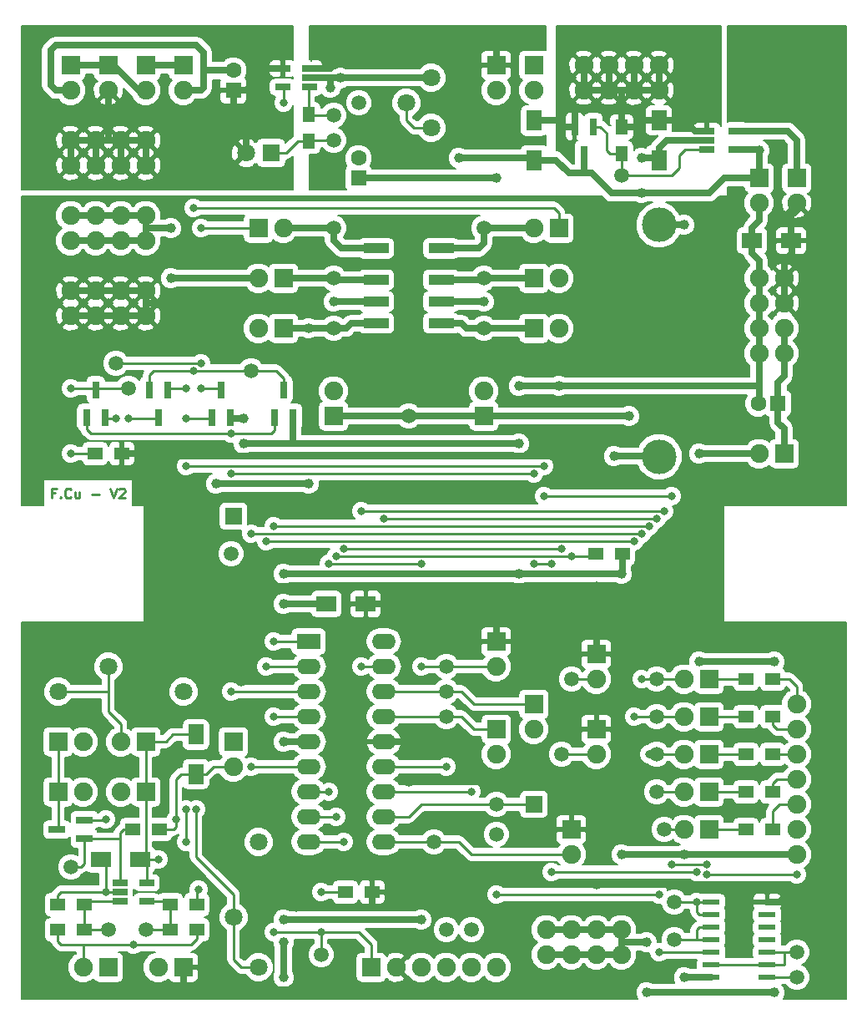
<source format=gbr>
G04 #@! TF.FileFunction,Copper,L1,Top,Signal*
%FSLAX46Y46*%
G04 Gerber Fmt 4.6, Leading zero omitted, Abs format (unit mm)*
G04 Created by KiCad (PCBNEW 4.0.5) date 08/19/18 23:38:00*
%MOMM*%
%LPD*%
G01*
G04 APERTURE LIST*
%ADD10C,0.100000*%
%ADD11C,0.250000*%
%ADD12R,1.700000X1.700000*%
%ADD13C,3.500000*%
%ADD14R,1.900000X1.900000*%
%ADD15C,1.900000*%
%ADD16R,1.600000X1.600000*%
%ADD17C,1.600000*%
%ADD18R,1.600000X2.000000*%
%ADD19R,2.000000X1.600000*%
%ADD20R,2.600000X1.000000*%
%ADD21R,1.800000X1.800000*%
%ADD22C,1.800000*%
%ADD23R,1.300000X1.500000*%
%ADD24R,1.500000X1.300000*%
%ADD25R,1.700000X0.800000*%
%ADD26R,0.800000X1.700000*%
%ADD27R,1.560000X0.650000*%
%ADD28R,1.600000X0.700000*%
%ADD29R,2.400000X1.600000*%
%ADD30O,2.400000X1.600000*%
%ADD31R,1.800000X0.600000*%
%ADD32C,1.500000*%
%ADD33C,1.000000*%
%ADD34C,0.800000*%
%ADD35C,0.700000*%
%ADD36C,0.203200*%
G04 APERTURE END LIST*
D10*
D11*
X61614667Y-92562571D02*
X61281333Y-92562571D01*
X61281333Y-93086381D02*
X61281333Y-92086381D01*
X61757524Y-92086381D01*
X62138476Y-92991143D02*
X62186095Y-93038762D01*
X62138476Y-93086381D01*
X62090857Y-93038762D01*
X62138476Y-92991143D01*
X62138476Y-93086381D01*
X63186095Y-92991143D02*
X63138476Y-93038762D01*
X62995619Y-93086381D01*
X62900381Y-93086381D01*
X62757523Y-93038762D01*
X62662285Y-92943524D01*
X62614666Y-92848286D01*
X62567047Y-92657810D01*
X62567047Y-92514952D01*
X62614666Y-92324476D01*
X62662285Y-92229238D01*
X62757523Y-92134000D01*
X62900381Y-92086381D01*
X62995619Y-92086381D01*
X63138476Y-92134000D01*
X63186095Y-92181619D01*
X64043238Y-92419714D02*
X64043238Y-93086381D01*
X63614666Y-92419714D02*
X63614666Y-92943524D01*
X63662285Y-93038762D01*
X63757523Y-93086381D01*
X63900381Y-93086381D01*
X63995619Y-93038762D01*
X64043238Y-92991143D01*
X65281333Y-92705429D02*
X66043238Y-92705429D01*
X67138476Y-92086381D02*
X67471809Y-93086381D01*
X67805143Y-92086381D01*
X68090857Y-92181619D02*
X68138476Y-92134000D01*
X68233714Y-92086381D01*
X68471810Y-92086381D01*
X68567048Y-92134000D01*
X68614667Y-92181619D01*
X68662286Y-92276857D01*
X68662286Y-92372095D01*
X68614667Y-92514952D01*
X68043238Y-93086381D01*
X68662286Y-93086381D01*
D12*
X110160000Y-124130000D03*
X79680000Y-94920000D03*
D13*
X122860000Y-88890000D03*
X122860000Y-65390000D03*
D14*
X70790000Y-49200000D03*
D15*
X70790000Y-51740000D03*
D16*
X79680000Y-51740000D03*
D17*
X79680000Y-49740000D03*
D16*
X92380000Y-60630000D03*
D17*
X92380000Y-58630000D03*
D18*
X110160000Y-54820000D03*
X110160000Y-58820000D03*
X122860000Y-54820000D03*
X122860000Y-58820000D03*
D19*
X136290000Y-66980000D03*
X132290000Y-66980000D03*
D16*
X134925000Y-83490000D03*
D17*
X132925000Y-83490000D03*
D19*
X93110000Y-103810000D03*
X89110000Y-103810000D03*
D18*
X75870000Y-121050000D03*
X75870000Y-117050000D03*
D19*
X66250000Y-129718000D03*
X70250000Y-129718000D03*
D20*
X100760000Y-70960000D03*
X100760000Y-73160000D03*
X100760000Y-75360000D03*
X100760000Y-67760000D03*
X94160000Y-67760000D03*
X94160000Y-75360000D03*
X94160000Y-73160000D03*
X94160000Y-70960000D03*
D21*
X83490000Y-58090000D03*
D22*
X80950000Y-58090000D03*
D23*
X87300000Y-54200000D03*
X87300000Y-56900000D03*
D22*
X99746000Y-50470000D03*
X97206000Y-53010000D03*
X99746000Y-55550000D03*
D23*
X119050000Y-58170000D03*
X119050000Y-55470000D03*
D24*
X131670000Y-126670000D03*
X134370000Y-126670000D03*
X131670000Y-122860000D03*
X134370000Y-122860000D03*
X131670000Y-119050000D03*
X134370000Y-119050000D03*
X131670000Y-115240000D03*
X134370000Y-115240000D03*
X131670000Y-111430000D03*
X134370000Y-111430000D03*
X119130000Y-98730000D03*
X116430000Y-98730000D03*
X65630000Y-88570000D03*
X68330000Y-88570000D03*
X73250000Y-134290000D03*
X75950000Y-134290000D03*
X64520000Y-134290000D03*
X61820000Y-134290000D03*
X69440000Y-126670000D03*
X72140000Y-126670000D03*
X75950000Y-136830000D03*
X73250000Y-136830000D03*
X61820000Y-136830000D03*
X64520000Y-136830000D03*
D14*
X74600000Y-49200000D03*
D15*
X74600000Y-51740000D03*
D25*
X64570000Y-127620000D03*
X64570000Y-125720000D03*
X61770000Y-126670000D03*
D26*
X64760000Y-84890000D03*
X66660000Y-84890000D03*
X65710000Y-82090000D03*
X73010000Y-82090000D03*
X71110000Y-82090000D03*
X72060000Y-84890000D03*
X77460000Y-84890000D03*
X79360000Y-84890000D03*
X78410000Y-82090000D03*
X83810000Y-84890000D03*
X85710000Y-84890000D03*
X84760000Y-82090000D03*
D27*
X87380000Y-51420000D03*
X87380000Y-50470000D03*
X87380000Y-49520000D03*
X84680000Y-49520000D03*
X84680000Y-51420000D03*
D26*
X116190000Y-55420000D03*
X114290000Y-55420000D03*
X115240000Y-58220000D03*
D28*
X127710000Y-55870000D03*
X127710000Y-56820000D03*
X127710000Y-57770000D03*
X130710000Y-57770000D03*
X130710000Y-55870000D03*
D15*
X136830000Y-129210000D03*
X136830000Y-119050000D03*
X136830000Y-116510000D03*
X136830000Y-113970000D03*
X136830000Y-121590000D03*
X136830000Y-124130000D03*
X136830000Y-126670000D03*
D29*
X87300000Y-107620000D03*
D30*
X94920000Y-127940000D03*
X87300000Y-110160000D03*
X94920000Y-125400000D03*
X87300000Y-112700000D03*
X94920000Y-122860000D03*
X87300000Y-115240000D03*
X94920000Y-120320000D03*
X87300000Y-117780000D03*
X94920000Y-117780000D03*
X87300000Y-120320000D03*
X94920000Y-115240000D03*
X87300000Y-122860000D03*
X94920000Y-112700000D03*
X87300000Y-125400000D03*
X94920000Y-110160000D03*
X87300000Y-127940000D03*
X94920000Y-107620000D03*
D27*
X68170000Y-132070000D03*
X68170000Y-133020000D03*
X68170000Y-133970000D03*
X70870000Y-133970000D03*
X70870000Y-132070000D03*
D31*
X128138000Y-134036000D03*
X128138000Y-135306000D03*
X128138000Y-136576000D03*
X128138000Y-137846000D03*
X128138000Y-139116000D03*
X128138000Y-140386000D03*
X128138000Y-141656000D03*
X133838000Y-141656000D03*
X133838000Y-140386000D03*
X133838000Y-139116000D03*
X133838000Y-137846000D03*
X133838000Y-136576000D03*
X133838000Y-135306000D03*
X133838000Y-134036000D03*
D14*
X66980000Y-49200000D03*
D15*
X66980000Y-51740000D03*
D14*
X106350000Y-49200000D03*
D15*
X106350000Y-51740000D03*
D14*
X135560000Y-88570000D03*
D15*
X133020000Y-88570000D03*
D14*
X82220000Y-65710000D03*
D15*
X84760000Y-65710000D03*
D14*
X112700000Y-65710000D03*
D15*
X110160000Y-65710000D03*
D14*
X127940000Y-126670000D03*
D15*
X125400000Y-126670000D03*
D14*
X127940000Y-122860000D03*
D15*
X125400000Y-122860000D03*
D14*
X127940000Y-119050000D03*
D15*
X125400000Y-119050000D03*
D14*
X127940000Y-115240000D03*
D15*
X125400000Y-115240000D03*
D14*
X89840000Y-84760000D03*
D15*
X89840000Y-82220000D03*
D14*
X105080000Y-84760000D03*
D15*
X105080000Y-82220000D03*
D14*
X127940000Y-111430000D03*
D15*
X125400000Y-111430000D03*
D14*
X110160000Y-113970000D03*
D15*
X110160000Y-116510000D03*
D14*
X106350000Y-116510000D03*
D15*
X106350000Y-119050000D03*
D14*
X61900000Y-122860000D03*
D15*
X64440000Y-122860000D03*
D14*
X61900000Y-117780000D03*
D15*
X64440000Y-117780000D03*
D14*
X116510000Y-108890000D03*
D15*
X116510000Y-111430000D03*
D14*
X116510000Y-116510000D03*
D15*
X116510000Y-119050000D03*
D14*
X113970000Y-126670000D03*
D15*
X113970000Y-129210000D03*
D14*
X84760000Y-75870000D03*
D15*
X82220000Y-75870000D03*
D14*
X110160000Y-75870000D03*
D15*
X112700000Y-75870000D03*
D14*
X110160000Y-70790000D03*
D15*
X112700000Y-70790000D03*
D14*
X84760000Y-70790000D03*
D15*
X82220000Y-70790000D03*
D14*
X63170000Y-49200000D03*
D15*
X63170000Y-51740000D03*
D14*
X133020000Y-60630000D03*
D15*
X133020000Y-63170000D03*
X65710000Y-74600000D03*
X63170000Y-74600000D03*
X68250000Y-74600000D03*
X70790000Y-74600000D03*
X70790000Y-72060000D03*
X68250000Y-72060000D03*
X63170000Y-72060000D03*
X65710000Y-72060000D03*
X68250000Y-64440000D03*
X70790000Y-64440000D03*
X65710000Y-64440000D03*
X63170000Y-64440000D03*
X63170000Y-66980000D03*
X65710000Y-66980000D03*
X70790000Y-66980000D03*
X68250000Y-66980000D03*
X117780000Y-51740000D03*
X115240000Y-51740000D03*
X120320000Y-51740000D03*
X122860000Y-51740000D03*
X122860000Y-49200000D03*
X120320000Y-49200000D03*
X115240000Y-49200000D03*
X117780000Y-49200000D03*
X65710000Y-59360000D03*
X63170000Y-59360000D03*
X68250000Y-59360000D03*
X70790000Y-59360000D03*
X70790000Y-56820000D03*
X68250000Y-56820000D03*
X63170000Y-56820000D03*
X65710000Y-56820000D03*
X113970000Y-139370000D03*
X111430000Y-139370000D03*
X116510000Y-139370000D03*
X119050000Y-139370000D03*
X119050000Y-136830000D03*
X116510000Y-136830000D03*
X111430000Y-136830000D03*
X113970000Y-136830000D03*
X135560000Y-75870000D03*
X135560000Y-78410000D03*
X133020000Y-78410000D03*
X133020000Y-75870000D03*
X133020000Y-70790000D03*
X133020000Y-73330000D03*
X135560000Y-73330000D03*
X135560000Y-70790000D03*
D14*
X106350000Y-107620000D03*
D15*
X106350000Y-110160000D03*
D14*
X74600000Y-140640000D03*
D15*
X72060000Y-140640000D03*
D14*
X70790000Y-122860000D03*
D15*
X68250000Y-122860000D03*
D14*
X70790000Y-117780000D03*
D15*
X68250000Y-117780000D03*
D14*
X79680000Y-117780000D03*
D15*
X79680000Y-120320000D03*
D14*
X66980000Y-140640000D03*
D15*
X64440000Y-140640000D03*
D32*
X66980000Y-136830000D03*
X63170000Y-130480000D03*
X70790000Y-136830000D03*
X89840000Y-70790000D03*
X89840000Y-75870000D03*
X106350000Y-127178000D03*
X136830000Y-139116000D03*
X105080000Y-70790000D03*
X124384000Y-134036000D03*
X105080000Y-75870000D03*
X122606000Y-111430000D03*
X103810000Y-136830000D03*
X101270000Y-136830000D03*
X124384000Y-137846000D03*
X101270000Y-112700000D03*
X105080000Y-65710000D03*
X89840000Y-65710000D03*
X101270000Y-115240000D03*
X97460000Y-84760000D03*
X106350000Y-124130000D03*
X88570000Y-139370000D03*
X136830000Y-141656000D03*
X100000000Y-127940000D03*
X79426000Y-98730000D03*
X112954000Y-119050000D03*
X122606000Y-115240000D03*
X113970000Y-111430000D03*
X122606000Y-119050000D03*
X101270000Y-110160000D03*
X122606000Y-122860000D03*
X123368000Y-126670000D03*
X81458000Y-80188000D03*
X67742000Y-79426000D03*
X69012000Y-81966000D03*
X119050000Y-60376000D03*
X92380000Y-53010000D03*
X89840000Y-54280000D03*
X89840000Y-56820000D03*
D14*
X93650000Y-140640000D03*
D15*
X96190000Y-140640000D03*
X98730000Y-140640000D03*
X101270000Y-140640000D03*
X103810000Y-140640000D03*
X106350000Y-140640000D03*
D22*
X82220000Y-127940000D03*
X79680000Y-135560000D03*
X82220000Y-140640000D03*
D14*
X110160000Y-49200000D03*
D15*
X110160000Y-51740000D03*
D24*
X91030000Y-133020000D03*
X93730000Y-133020000D03*
D14*
X136830000Y-60630000D03*
D15*
X136830000Y-63170000D03*
D22*
X74600000Y-112700000D03*
X66980000Y-110160000D03*
X61900000Y-112700000D03*
D33*
X84760000Y-141656000D03*
X84760000Y-138100000D03*
X98730000Y-135814000D03*
X84760000Y-135814000D03*
X125400000Y-129210000D03*
X125400000Y-141656000D03*
X108636000Y-100762000D03*
X73330000Y-70790000D03*
X73330000Y-65710000D03*
X119050000Y-129210000D03*
X119050000Y-100762000D03*
X108636000Y-87554000D03*
X108636000Y-81712000D03*
X112700000Y-81712000D03*
X84760000Y-100762000D03*
X80696000Y-87554000D03*
X80696000Y-85014000D03*
X84760000Y-103810000D03*
X84760000Y-117780000D03*
X125400000Y-65390000D03*
X119812000Y-84760000D03*
X114478000Y-121844000D03*
X86030000Y-134544000D03*
X96190000Y-134290000D03*
X86030000Y-142926000D03*
X135560000Y-69012000D03*
X116510000Y-69012000D03*
X130988000Y-69012000D03*
X97460000Y-103810000D03*
X97460000Y-117780000D03*
X80442000Y-102032000D03*
X116510000Y-102032000D03*
X80442000Y-111684000D03*
X116510000Y-105080000D03*
X116510000Y-88824000D03*
X73330000Y-73330000D03*
X73330000Y-88824000D03*
X116510000Y-132258000D03*
X97460000Y-121844000D03*
X116510000Y-121844000D03*
D34*
X69520000Y-138354000D03*
X72060000Y-129718000D03*
D33*
X105080000Y-73160000D03*
X89840000Y-73160000D03*
D34*
X75870000Y-124638000D03*
X92380000Y-53010000D03*
X84760000Y-53010000D03*
X113970000Y-111430000D03*
X90094000Y-98984000D03*
X90094000Y-125400000D03*
X113970000Y-98984000D03*
X63170000Y-81966000D03*
X63170000Y-88570000D03*
X69012000Y-81966000D03*
X69012000Y-85014000D03*
X110160000Y-90602000D03*
X79426000Y-90602000D03*
X79426000Y-86538000D03*
X111938000Y-99746000D03*
X110160000Y-99746000D03*
X111938000Y-130988000D03*
X126670000Y-130988000D03*
X126670000Y-134036000D03*
X76378000Y-65710000D03*
X76378000Y-79426000D03*
X76378000Y-81966000D03*
X67742000Y-79426000D03*
X67742000Y-85014000D03*
X106350000Y-127178000D03*
X122860000Y-139116000D03*
X122860000Y-133274000D03*
X106350000Y-133274000D03*
X75616000Y-63678000D03*
X75616000Y-80188000D03*
X92634000Y-110160000D03*
X92634000Y-94412000D03*
X123368000Y-126670000D03*
X123368000Y-94412000D03*
X94920000Y-95174000D03*
X122606000Y-122860000D03*
X122606000Y-95174000D03*
X121844000Y-95936000D03*
X121844000Y-119050000D03*
X83744000Y-95936000D03*
X83744000Y-107620000D03*
X120320000Y-97460000D03*
X120320000Y-115240000D03*
X82982000Y-97460000D03*
X82982000Y-110160000D03*
X112954000Y-98222000D03*
X90856000Y-127940000D03*
X90856000Y-98222000D03*
X112954000Y-119050000D03*
X79426000Y-112700000D03*
X79426000Y-98730000D03*
X88570000Y-137084000D03*
X88570000Y-133020000D03*
X83744000Y-115240000D03*
X83744000Y-137084000D03*
X101270000Y-136830000D03*
X101270000Y-120320000D03*
D33*
X134544000Y-109652000D03*
X126924000Y-88570000D03*
X126924000Y-109652000D03*
X134544000Y-143180000D03*
X121590000Y-143180000D03*
X121590000Y-138100000D03*
D34*
X103810000Y-136830000D03*
X103810000Y-122860000D03*
X81458000Y-120320000D03*
X81458000Y-96698000D03*
X121082000Y-111430000D03*
X121082000Y-96698000D03*
X74854000Y-124638000D03*
X74854000Y-127940000D03*
D33*
X89500000Y-51500000D03*
X90500000Y-50500000D03*
X121082000Y-58630000D03*
X121082000Y-62154000D03*
X133020000Y-57836000D03*
X102540000Y-58598000D03*
D34*
X136830000Y-131242000D03*
X127686000Y-130226000D03*
X127686000Y-131242000D03*
X111176000Y-89840000D03*
X74854000Y-89840000D03*
X136830000Y-141656000D03*
X111176000Y-92888000D03*
X124130000Y-92888000D03*
X124130000Y-130226000D03*
X74854000Y-81966000D03*
X74854000Y-85014000D03*
X98730000Y-99746000D03*
X89332000Y-99746000D03*
X89332000Y-122860000D03*
X98730000Y-110160000D03*
X73838000Y-125654000D03*
X66726000Y-125654000D03*
X66726000Y-133020000D03*
D33*
X87300000Y-75870000D03*
X87300000Y-91618000D03*
X77902000Y-91618000D03*
X118288000Y-88824000D03*
X106350000Y-60630000D03*
D34*
X76124000Y-132766000D03*
D35*
X63170000Y-56820000D02*
X65710000Y-56820000D01*
X68250000Y-56820000D02*
X66980000Y-56820000D01*
X66980000Y-56820000D02*
X65710000Y-56820000D01*
X70790000Y-56820000D02*
X68250000Y-56820000D01*
X70790000Y-59360000D02*
X70790000Y-56820000D01*
X68250000Y-59360000D02*
X68250000Y-56820000D01*
X65710000Y-59360000D02*
X65710000Y-56820000D01*
X63170000Y-59360000D02*
X63170000Y-56820000D01*
X79680000Y-53010000D02*
X79680000Y-51740000D01*
X79680000Y-51740000D02*
X80950000Y-51740000D01*
X83170000Y-49520000D02*
X84680000Y-49520000D01*
X80950000Y-51740000D02*
X83170000Y-49520000D01*
X79680000Y-53772000D02*
X79680000Y-53010000D01*
X66980000Y-56820000D02*
X66980000Y-53772000D01*
X66980000Y-53772000D02*
X66980000Y-51740000D01*
X66980000Y-53264000D02*
X66980000Y-51740000D01*
X79680000Y-55296000D02*
X79680000Y-53772000D01*
X78918000Y-53772000D02*
X79680000Y-53772000D01*
X78410000Y-53772000D02*
X78918000Y-53772000D01*
X68250000Y-53772000D02*
X78410000Y-53772000D01*
X66980000Y-53772000D02*
X68250000Y-53772000D01*
X80950000Y-56566000D02*
X79680000Y-55296000D01*
X80950000Y-58090000D02*
X80950000Y-56566000D01*
X84760000Y-141656000D02*
X84760000Y-138100000D01*
X98730000Y-135814000D02*
X84760000Y-135814000D01*
X133020000Y-81712000D02*
X131718000Y-81712000D01*
X131718000Y-81712000D02*
X112700000Y-81712000D01*
X133020000Y-78410000D02*
X133020000Y-81712000D01*
X133020000Y-81712000D02*
X133020000Y-83395000D01*
X133020000Y-83395000D02*
X132925000Y-83490000D01*
X133020000Y-75870000D02*
X133020000Y-78410000D01*
X133020000Y-73330000D02*
X133020000Y-75870000D01*
X133020000Y-70790000D02*
X133020000Y-73330000D01*
X132290000Y-66980000D02*
X132290000Y-68282000D01*
X133020000Y-69012000D02*
X133020000Y-70790000D01*
X132290000Y-68282000D02*
X133020000Y-69012000D01*
X132290000Y-66980000D02*
X132290000Y-65678000D01*
X133020000Y-64948000D02*
X133020000Y-63170000D01*
X132290000Y-65678000D02*
X133020000Y-64948000D01*
X70790000Y-65710000D02*
X73330000Y-65710000D01*
X73330000Y-70790000D02*
X82220000Y-70790000D01*
X70790000Y-66980000D02*
X70790000Y-65710000D01*
X70790000Y-65710000D02*
X70790000Y-64440000D01*
X63170000Y-66980000D02*
X65710000Y-66980000D01*
X65710000Y-66980000D02*
X68250000Y-66980000D01*
X68250000Y-66980000D02*
X70790000Y-66980000D01*
X70790000Y-64440000D02*
X68250000Y-64440000D01*
X68250000Y-64440000D02*
X65710000Y-64440000D01*
X65710000Y-64440000D02*
X63170000Y-64440000D01*
X128138000Y-141656000D02*
X125400000Y-141656000D01*
X119050000Y-129210000D02*
X121844000Y-129210000D01*
X136830000Y-129210000D02*
X127940000Y-129210000D01*
X121844000Y-129210000D02*
X124892000Y-129210000D01*
X124892000Y-129210000D02*
X125400000Y-129210000D01*
X125400000Y-129210000D02*
X127940000Y-129210000D01*
X119130000Y-98730000D02*
X119130000Y-100762000D01*
X119130000Y-100762000D02*
X119050000Y-100762000D01*
X108636000Y-81712000D02*
X112700000Y-81712000D01*
X108636000Y-87554000D02*
X85776000Y-87554000D01*
X119050000Y-100762000D02*
X109906000Y-100762000D01*
X109906000Y-100762000D02*
X108636000Y-100762000D01*
X93650000Y-100762000D02*
X84760000Y-100762000D01*
X108636000Y-100762000D02*
X93650000Y-100762000D01*
X119050000Y-100762000D02*
X119050000Y-100762000D01*
X85710000Y-84890000D02*
X85710000Y-87554000D01*
X85710000Y-87554000D02*
X85776000Y-87554000D01*
X85776000Y-87554000D02*
X85014000Y-87554000D01*
X85014000Y-87554000D02*
X80696000Y-87554000D01*
X79360000Y-84890000D02*
X79484000Y-85014000D01*
X79484000Y-85014000D02*
X80696000Y-85014000D01*
X89110000Y-103810000D02*
X84760000Y-103810000D01*
X87300000Y-117780000D02*
X84760000Y-117780000D01*
X122860000Y-65390000D02*
X125400000Y-65390000D01*
X105080000Y-84760000D02*
X117526000Y-84760000D01*
X119558000Y-84760000D02*
X119812000Y-84760000D01*
X117526000Y-84760000D02*
X119558000Y-84760000D01*
X119050000Y-53518000D02*
X114732000Y-53518000D01*
X114290000Y-53960000D02*
X114732000Y-53518000D01*
X114290000Y-53960000D02*
X114290000Y-55420000D01*
X126482000Y-55870000D02*
X125432000Y-54820000D01*
X125432000Y-54820000D02*
X122860000Y-54820000D01*
X127710000Y-55870000D02*
X126482000Y-55870000D01*
X119050000Y-55470000D02*
X120400000Y-55470000D01*
X121050000Y-54820000D02*
X122860000Y-54820000D01*
X120400000Y-55470000D02*
X121050000Y-54820000D01*
X119050000Y-55470000D02*
X119050000Y-53518000D01*
X119050000Y-51740000D02*
X119050000Y-53518000D01*
X119050000Y-53518000D02*
X119050000Y-53264000D01*
X119050000Y-53264000D02*
X119050000Y-53518000D01*
X114290000Y-55420000D02*
X113078000Y-55420000D01*
X113078000Y-55420000D02*
X112478000Y-54820000D01*
X112478000Y-54820000D02*
X110160000Y-54820000D01*
X117780000Y-51740000D02*
X119050000Y-51740000D01*
X119050000Y-51740000D02*
X120320000Y-51740000D01*
X115240000Y-51740000D02*
X117780000Y-51740000D01*
X122860000Y-51740000D02*
X120320000Y-51740000D01*
X122860000Y-49200000D02*
X122860000Y-51740000D01*
X120320000Y-51740000D02*
X120320000Y-49200000D01*
X117780000Y-49200000D02*
X117780000Y-51740000D01*
X115240000Y-51740000D02*
X115240000Y-49200000D01*
X97460000Y-84760000D02*
X105080000Y-84760000D01*
X89840000Y-84760000D02*
X97460000Y-84760000D01*
X107112000Y-103810000D02*
X108890000Y-103810000D01*
X106350000Y-103810000D02*
X107112000Y-103810000D01*
X110160000Y-105080000D02*
X116510000Y-105080000D01*
X108890000Y-103810000D02*
X110160000Y-105080000D01*
X106350000Y-107620000D02*
X106350000Y-103810000D01*
X93730000Y-133020000D02*
X93730000Y-134544000D01*
X76378000Y-142926000D02*
X86030000Y-142926000D01*
X95936000Y-134544000D02*
X93730000Y-134544000D01*
X93730000Y-134544000D02*
X86030000Y-134544000D01*
X96190000Y-134290000D02*
X95936000Y-134544000D01*
X74600000Y-142418000D02*
X75108000Y-142926000D01*
X75108000Y-142926000D02*
X76378000Y-142926000D01*
X74600000Y-142418000D02*
X74600000Y-140640000D01*
X130988000Y-69012000D02*
X116510000Y-69012000D01*
X135560000Y-70790000D02*
X135560000Y-69012000D01*
X136322000Y-68250000D02*
X136322000Y-67012000D01*
X135560000Y-69012000D02*
X136322000Y-68250000D01*
X136290000Y-64472000D02*
X136290000Y-66980000D01*
X136830000Y-63932000D02*
X136290000Y-64472000D01*
X106350000Y-103810000D02*
X97460000Y-103810000D01*
X80442000Y-102032000D02*
X116510000Y-102032000D01*
X116510000Y-108890000D02*
X116510000Y-105080000D01*
X116510000Y-105080000D02*
X116510000Y-105334000D01*
X116510000Y-105334000D02*
X116510000Y-105080000D01*
X116510000Y-105080000D02*
X116510000Y-105080000D01*
X116510000Y-88824000D02*
X112700000Y-88824000D01*
X94920000Y-117780000D02*
X97460000Y-117780000D01*
X135560000Y-70790000D02*
X135560000Y-73330000D01*
X136322000Y-67012000D02*
X136290000Y-66980000D01*
X70790000Y-73330000D02*
X73330000Y-73330000D01*
X63170000Y-74600000D02*
X65710000Y-74600000D01*
X65710000Y-74600000D02*
X68250000Y-74600000D01*
X68250000Y-74600000D02*
X70790000Y-74600000D01*
X70790000Y-74600000D02*
X70790000Y-73330000D01*
X70790000Y-73330000D02*
X70790000Y-72060000D01*
X63170000Y-72060000D02*
X65710000Y-72060000D01*
X65710000Y-72060000D02*
X68250000Y-72060000D01*
X68250000Y-72060000D02*
X70790000Y-72060000D01*
X116510000Y-132258000D02*
X133782000Y-132258000D01*
X135052000Y-134036000D02*
X133838000Y-134036000D01*
X135560000Y-133528000D02*
X135052000Y-134036000D01*
X135560000Y-132766000D02*
X135560000Y-133528000D01*
X135052000Y-132258000D02*
X135560000Y-132766000D01*
X133782000Y-132258000D02*
X135052000Y-132258000D01*
X136322000Y-67012000D02*
X136290000Y-66980000D01*
X83490000Y-88824000D02*
X112700000Y-88824000D01*
X73330000Y-88824000D02*
X83490000Y-88824000D01*
X70282000Y-88570000D02*
X68330000Y-88570000D01*
X70536000Y-88824000D02*
X73330000Y-88824000D01*
X70282000Y-88570000D02*
X70536000Y-88824000D01*
X116510000Y-121844000D02*
X114478000Y-121844000D01*
X114478000Y-121844000D02*
X97460000Y-121844000D01*
X93110000Y-103810000D02*
X97460000Y-103810000D01*
X135560000Y-88570000D02*
X135560000Y-86030000D01*
X134925000Y-85395000D02*
X134925000Y-83490000D01*
X135560000Y-86030000D02*
X134925000Y-85395000D01*
X134925000Y-83490000D02*
X134925000Y-81331000D01*
X135560000Y-80696000D02*
X135560000Y-78410000D01*
X134925000Y-81331000D02*
X135560000Y-80696000D01*
X135560000Y-75870000D02*
X135560000Y-78410000D01*
D11*
X70250000Y-129718000D02*
X70790000Y-129178000D01*
X70790000Y-129178000D02*
X70790000Y-122860000D01*
X70870000Y-132070000D02*
X70870000Y-130338000D01*
X70870000Y-130338000D02*
X70250000Y-129718000D01*
X70250000Y-129718000D02*
X72060000Y-129718000D01*
X64440000Y-140640000D02*
X64440000Y-138354000D01*
X61820000Y-136830000D02*
X61820000Y-138020000D01*
X62154000Y-138354000D02*
X64440000Y-138354000D01*
X64440000Y-138354000D02*
X65202000Y-138354000D01*
X61820000Y-138020000D02*
X62154000Y-138354000D01*
X75950000Y-136830000D02*
X75950000Y-137766000D01*
X75362000Y-138354000D02*
X69520000Y-138354000D01*
X69520000Y-138354000D02*
X65202000Y-138354000D01*
X75950000Y-137766000D02*
X75362000Y-138354000D01*
X70870000Y-132070000D02*
X70790000Y-131990000D01*
X70790000Y-117780000D02*
X72822000Y-117780000D01*
X73552000Y-117050000D02*
X75870000Y-117050000D01*
X72822000Y-117780000D02*
X73552000Y-117050000D01*
X70790000Y-122860000D02*
X70790000Y-117780000D01*
D35*
X105080000Y-70790000D02*
X110160000Y-70790000D01*
X100760000Y-70960000D02*
X104910000Y-70960000D01*
X104910000Y-70960000D02*
X105080000Y-70790000D01*
X100760000Y-73160000D02*
X105080000Y-73160000D01*
X105080000Y-75870000D02*
X110160000Y-75870000D01*
X100760000Y-75360000D02*
X102792000Y-75360000D01*
X103302000Y-75870000D02*
X105080000Y-75870000D01*
X102792000Y-75360000D02*
X103302000Y-75870000D01*
X105080000Y-65710000D02*
X110160000Y-65710000D01*
X100760000Y-67760000D02*
X104554000Y-67760000D01*
X105080000Y-67234000D02*
X105080000Y-65710000D01*
X104554000Y-67760000D02*
X105080000Y-67234000D01*
X89840000Y-65710000D02*
X89840000Y-66980000D01*
X90620000Y-67760000D02*
X94160000Y-67760000D01*
X89840000Y-66980000D02*
X90620000Y-67760000D01*
X89840000Y-65710000D02*
X84760000Y-65710000D01*
X94160000Y-73160000D02*
X89840000Y-73160000D01*
X89840000Y-70790000D02*
X84760000Y-70790000D01*
X94160000Y-70960000D02*
X90010000Y-70960000D01*
X90010000Y-70960000D02*
X89840000Y-70790000D01*
X90010000Y-70960000D02*
X89840000Y-70790000D01*
D11*
X85014000Y-58090000D02*
X83490000Y-58090000D01*
X86204000Y-56900000D02*
X85014000Y-58090000D01*
X89840000Y-56820000D02*
X87380000Y-56820000D01*
X87380000Y-56820000D02*
X87300000Y-56900000D01*
X87300000Y-56900000D02*
X86204000Y-56900000D01*
X79680000Y-133274000D02*
X79680000Y-135560000D01*
X75870000Y-129464000D02*
X79680000Y-133274000D01*
X75870000Y-124638000D02*
X75870000Y-129464000D01*
X82220000Y-140640000D02*
X80442000Y-140640000D01*
X79680000Y-139878000D02*
X79680000Y-135560000D01*
X80442000Y-140640000D02*
X79680000Y-139878000D01*
X61900000Y-112700000D02*
X66980000Y-112700000D01*
X68250000Y-117780000D02*
X68250000Y-116002000D01*
X66980000Y-114732000D02*
X66980000Y-112700000D01*
X66980000Y-112700000D02*
X66980000Y-110160000D01*
X68250000Y-116002000D02*
X66980000Y-114732000D01*
X89840000Y-54280000D02*
X87380000Y-54280000D01*
X87380000Y-54280000D02*
X87300000Y-54200000D01*
X87300000Y-54200000D02*
X87300000Y-51500000D01*
X87300000Y-51500000D02*
X87380000Y-51420000D01*
X84760000Y-53010000D02*
X84760000Y-51500000D01*
X84760000Y-51500000D02*
X84680000Y-51420000D01*
X84760000Y-53010000D02*
X84680000Y-52930000D01*
X97206000Y-53010000D02*
X97206000Y-54788000D01*
X97968000Y-55550000D02*
X99746000Y-55550000D01*
X97206000Y-54788000D02*
X97968000Y-55550000D01*
X119050000Y-60376000D02*
X124130000Y-60376000D01*
X124130000Y-60376000D02*
X124892000Y-59614000D01*
X124892000Y-59614000D02*
X124892000Y-58344000D01*
X124892000Y-58344000D02*
X125466000Y-57770000D01*
X125466000Y-57770000D02*
X127710000Y-57770000D01*
X119050000Y-58170000D02*
X119050000Y-60376000D01*
X116190000Y-55420000D02*
X116888000Y-55420000D01*
X117860000Y-58170000D02*
X117526000Y-57836000D01*
X117860000Y-58170000D02*
X119050000Y-58170000D01*
X117526000Y-56058000D02*
X117526000Y-57836000D01*
X116888000Y-55420000D02*
X117526000Y-56058000D01*
X116290000Y-55320000D02*
X116190000Y-55420000D01*
X131670000Y-126670000D02*
X128194000Y-126670000D01*
X134370000Y-126670000D02*
X134370000Y-124812000D01*
X135052000Y-124130000D02*
X136830000Y-124130000D01*
X134370000Y-124812000D02*
X135052000Y-124130000D01*
X131670000Y-122860000D02*
X128194000Y-122860000D01*
X134370000Y-122860000D02*
X134370000Y-122018000D01*
X134798000Y-121590000D02*
X136830000Y-121590000D01*
X134370000Y-122018000D02*
X134798000Y-121590000D01*
X131670000Y-119050000D02*
X128194000Y-119050000D01*
X134370000Y-119050000D02*
X136830000Y-119050000D01*
X128194000Y-115240000D02*
X131670000Y-115240000D01*
X134370000Y-115240000D02*
X134370000Y-116082000D01*
X134798000Y-116510000D02*
X136830000Y-116510000D01*
X134370000Y-116082000D02*
X134798000Y-116510000D01*
X131670000Y-111430000D02*
X128194000Y-111430000D01*
X134370000Y-111430000D02*
X136068000Y-111430000D01*
X136830000Y-112192000D02*
X136830000Y-113970000D01*
X136068000Y-111430000D02*
X136830000Y-112192000D01*
X113970000Y-98984000D02*
X116176000Y-98984000D01*
X116176000Y-98984000D02*
X116430000Y-98730000D01*
X87300000Y-125400000D02*
X90094000Y-125400000D01*
X90094000Y-98984000D02*
X99492000Y-98984000D01*
X113970000Y-111430000D02*
X116510000Y-111430000D01*
X113970000Y-98984000D02*
X99492000Y-98984000D01*
X65630000Y-88570000D02*
X63170000Y-88570000D01*
X63170000Y-81966000D02*
X65586000Y-81966000D01*
X65586000Y-81966000D02*
X65710000Y-82090000D01*
X65710000Y-82090000D02*
X65834000Y-81966000D01*
X65834000Y-81966000D02*
X69012000Y-81966000D01*
X69012000Y-85014000D02*
X71936000Y-85014000D01*
X71936000Y-85014000D02*
X72060000Y-84890000D01*
X70790000Y-136830000D02*
X73250000Y-136830000D01*
X70870000Y-133970000D02*
X72930000Y-133970000D01*
X72930000Y-133970000D02*
X73250000Y-134290000D01*
X73250000Y-134290000D02*
X73250000Y-136830000D01*
X64520000Y-136830000D02*
X66980000Y-136830000D01*
X64520000Y-136830000D02*
X64520000Y-134290000D01*
X64520000Y-134290000D02*
X64840000Y-133970000D01*
X64840000Y-133970000D02*
X68170000Y-133970000D01*
X63170000Y-130480000D02*
X64186000Y-130480000D01*
X64570000Y-130096000D02*
X64570000Y-127620000D01*
X64186000Y-130480000D02*
X64570000Y-130096000D01*
X64570000Y-127620000D02*
X68170000Y-127620000D01*
X68170000Y-132070000D02*
X68170000Y-127620000D01*
X68170000Y-127620000D02*
X68170000Y-127004000D01*
X68504000Y-126670000D02*
X69440000Y-126670000D01*
X68170000Y-127004000D02*
X68504000Y-126670000D01*
D35*
X74600000Y-49200000D02*
X70790000Y-49200000D01*
D11*
X61770000Y-126670000D02*
X61900000Y-126540000D01*
X61900000Y-126540000D02*
X61900000Y-122860000D01*
X61900000Y-122860000D02*
X61900000Y-117780000D01*
X110160000Y-90602000D02*
X79426000Y-90602000D01*
X110160000Y-99746000D02*
X111938000Y-99746000D01*
X126670000Y-130988000D02*
X125908000Y-130988000D01*
X125400000Y-130988000D02*
X111938000Y-130988000D01*
X125400000Y-130988000D02*
X125908000Y-130988000D01*
X124384000Y-134036000D02*
X125908000Y-134036000D01*
X126670000Y-134036000D02*
X126670000Y-135052000D01*
X126924000Y-135306000D02*
X126670000Y-135052000D01*
X126924000Y-135306000D02*
X128138000Y-135306000D01*
X125908000Y-134036000D02*
X126670000Y-134036000D01*
X126670000Y-134036000D02*
X128138000Y-134036000D01*
X126924000Y-134036000D02*
X128138000Y-134036000D01*
X83810000Y-84890000D02*
X83810000Y-86218000D01*
X83810000Y-86218000D02*
X83490000Y-86538000D01*
X83490000Y-86538000D02*
X79426000Y-86538000D01*
X64760000Y-86096000D02*
X65202000Y-86538000D01*
X79426000Y-86538000D02*
X65202000Y-86538000D01*
X64760000Y-86096000D02*
X64760000Y-84890000D01*
X82220000Y-65710000D02*
X76378000Y-65710000D01*
X78286000Y-81966000D02*
X76378000Y-81966000D01*
X78410000Y-82090000D02*
X78286000Y-81966000D01*
X76378000Y-79426000D02*
X67996000Y-79426000D01*
X67996000Y-79426000D02*
X67742000Y-79426000D01*
X67742000Y-85014000D02*
X66784000Y-85014000D01*
X66784000Y-85014000D02*
X66660000Y-84890000D01*
X122860000Y-139116000D02*
X126670000Y-139116000D01*
X118034000Y-133274000D02*
X122860000Y-133274000D01*
X106350000Y-133274000D02*
X118034000Y-133274000D01*
X128138000Y-139116000D02*
X126670000Y-139116000D01*
X112700000Y-65710000D02*
X112700000Y-64186000D01*
X112192000Y-63678000D02*
X112700000Y-64186000D01*
X75616000Y-63678000D02*
X112192000Y-63678000D01*
X75616000Y-80188000D02*
X71552000Y-80188000D01*
X71552000Y-80188000D02*
X71110000Y-80630000D01*
X81458000Y-80188000D02*
X75616000Y-80188000D01*
X81458000Y-80188000D02*
X83998000Y-80188000D01*
X84760000Y-80950000D02*
X83998000Y-80188000D01*
X84760000Y-80950000D02*
X84760000Y-82090000D01*
X71110000Y-80630000D02*
X71110000Y-82090000D01*
X92634000Y-94412000D02*
X123114000Y-94412000D01*
X94920000Y-110160000D02*
X92634000Y-110160000D01*
X123368000Y-126670000D02*
X123368000Y-126670000D01*
X123114000Y-94412000D02*
X123368000Y-94412000D01*
X125654000Y-126670000D02*
X123368000Y-126670000D01*
X94920000Y-95174000D02*
X122606000Y-95174000D01*
X122606000Y-122860000D02*
X122860000Y-122860000D01*
X125654000Y-122860000D02*
X122860000Y-122860000D01*
X122606000Y-119050000D02*
X121844000Y-119050000D01*
X83744000Y-107620000D02*
X87300000Y-107620000D01*
X83744000Y-95936000D02*
X121844000Y-95936000D01*
X125654000Y-119050000D02*
X122606000Y-119050000D01*
X122606000Y-115240000D02*
X120320000Y-115240000D01*
X82982000Y-110160000D02*
X87300000Y-110160000D01*
X82982000Y-97460000D02*
X120320000Y-97460000D01*
X125654000Y-115240000D02*
X122606000Y-115240000D01*
X90856000Y-98222000D02*
X101778000Y-98222000D01*
X87300000Y-127940000D02*
X90856000Y-127940000D01*
X101778000Y-98222000D02*
X112954000Y-98222000D01*
X112954000Y-119050000D02*
X116510000Y-119050000D01*
X87300000Y-112700000D02*
X82220000Y-112700000D01*
X79426000Y-112700000D02*
X82220000Y-112700000D01*
X103810000Y-129210000D02*
X113970000Y-129210000D01*
X100000000Y-127940000D02*
X102540000Y-127940000D01*
X102540000Y-127940000D02*
X103810000Y-129210000D01*
X94920000Y-127940000D02*
X100000000Y-127940000D01*
X91030000Y-133020000D02*
X88570000Y-133020000D01*
X87300000Y-115240000D02*
X83744000Y-115240000D01*
X83744000Y-137084000D02*
X88570000Y-137084000D01*
X93650000Y-140640000D02*
X93650000Y-138354000D01*
X92380000Y-137084000D02*
X88570000Y-137084000D01*
X93650000Y-138354000D02*
X92380000Y-137084000D01*
X88570000Y-139370000D02*
X88570000Y-137084000D01*
X94920000Y-125400000D02*
X97460000Y-125400000D01*
X98730000Y-124130000D02*
X106350000Y-124130000D01*
X97460000Y-125400000D02*
X98730000Y-124130000D01*
X110160000Y-124130000D02*
X106350000Y-124130000D01*
X99492000Y-115240000D02*
X101270000Y-115240000D01*
X101270000Y-115240000D02*
X102794000Y-115240000D01*
X104064000Y-116510000D02*
X106350000Y-116510000D01*
X102794000Y-115240000D02*
X104064000Y-116510000D01*
X99492000Y-115240000D02*
X94920000Y-115240000D01*
X101270000Y-112700000D02*
X102794000Y-112700000D01*
X104064000Y-113970000D02*
X110160000Y-113970000D01*
X102794000Y-112700000D02*
X104064000Y-113970000D01*
X98730000Y-112700000D02*
X101270000Y-112700000D01*
X98730000Y-112700000D02*
X94920000Y-112700000D01*
X128138000Y-136576000D02*
X126924000Y-136576000D01*
X126670000Y-136830000D02*
X126670000Y-137846000D01*
X126924000Y-136576000D02*
X126670000Y-136830000D01*
X128138000Y-137846000D02*
X126670000Y-137846000D01*
X126670000Y-137846000D02*
X124384000Y-137846000D01*
X94920000Y-120320000D02*
X101270000Y-120320000D01*
D35*
X126924000Y-88570000D02*
X133020000Y-88570000D01*
X134544000Y-109652000D02*
X126924000Y-109652000D01*
X119050000Y-138100000D02*
X121590000Y-138100000D01*
X121590000Y-143180000D02*
X134544000Y-143180000D01*
X111430000Y-136830000D02*
X113970000Y-136830000D01*
X113970000Y-136830000D02*
X116510000Y-136830000D01*
X116510000Y-136830000D02*
X119050000Y-136830000D01*
X119050000Y-136830000D02*
X119050000Y-138100000D01*
X119050000Y-138100000D02*
X119050000Y-139370000D01*
X119050000Y-139370000D02*
X116510000Y-139370000D01*
X116510000Y-139370000D02*
X113970000Y-139370000D01*
X113970000Y-139370000D02*
X111430000Y-139370000D01*
D11*
X94920000Y-122860000D02*
X103810000Y-122860000D01*
X81458000Y-96698000D02*
X121082000Y-96698000D01*
X87300000Y-120320000D02*
X81458000Y-120320000D01*
X121082000Y-111430000D02*
X122606000Y-111430000D01*
X125654000Y-111430000D02*
X122606000Y-111430000D01*
X128138000Y-140386000D02*
X133838000Y-140386000D01*
X135560000Y-140386000D02*
X135560000Y-139116000D01*
X135560000Y-140386000D02*
X133838000Y-140386000D01*
X136830000Y-139116000D02*
X135560000Y-139116000D01*
X135560000Y-139116000D02*
X133838000Y-139116000D01*
D35*
X89520000Y-49520000D02*
X87380000Y-49520000D01*
X91872000Y-47168000D02*
X89520000Y-49520000D01*
X105842000Y-47168000D02*
X91872000Y-47168000D01*
X106350000Y-47676000D02*
X105842000Y-47168000D01*
X106350000Y-49200000D02*
X106350000Y-47676000D01*
D11*
X74854000Y-124638000D02*
X74854000Y-127940000D01*
D35*
X87380000Y-50470000D02*
X89470000Y-50470000D01*
X89500000Y-50500000D02*
X89500000Y-51500000D01*
X89470000Y-50470000D02*
X89500000Y-50500000D01*
X87380000Y-50470000D02*
X90470000Y-50470000D01*
X90470000Y-50470000D02*
X90500000Y-50500000D01*
X121082000Y-58630000D02*
X122670000Y-58630000D01*
X133020000Y-57836000D02*
X132954000Y-57770000D01*
X132954000Y-57770000D02*
X130710000Y-57770000D01*
X133020000Y-57836000D02*
X133020000Y-60630000D01*
X127940000Y-62154000D02*
X129464000Y-60630000D01*
X129464000Y-60630000D02*
X133020000Y-60630000D01*
X116002000Y-60122000D02*
X118034000Y-62154000D01*
X118034000Y-62154000D02*
X121082000Y-62154000D01*
X121082000Y-62154000D02*
X127940000Y-62154000D01*
X115240000Y-60122000D02*
X116002000Y-60122000D01*
X110160000Y-58820000D02*
X109938000Y-58598000D01*
X109938000Y-58598000D02*
X102540000Y-58598000D01*
X115240000Y-58220000D02*
X115240000Y-60122000D01*
X114732000Y-60122000D02*
X115240000Y-60122000D01*
X110160000Y-58820000D02*
X112414000Y-58820000D01*
X113716000Y-60122000D02*
X112414000Y-58820000D01*
X114732000Y-60122000D02*
X113716000Y-60122000D01*
X79680000Y-49740000D02*
X76632000Y-49740000D01*
X76632000Y-49740000D02*
X76632000Y-49708000D01*
X61646000Y-47168000D02*
X75870000Y-47168000D01*
X75870000Y-47168000D02*
X76632000Y-47930000D01*
X76632000Y-47930000D02*
X76632000Y-49708000D01*
X63170000Y-51740000D02*
X61646000Y-51740000D01*
X61138000Y-51232000D02*
X61646000Y-51740000D01*
X61138000Y-47676000D02*
X61138000Y-51232000D01*
X61646000Y-47168000D02*
X61138000Y-47676000D01*
X76632000Y-49708000D02*
X76632000Y-51486000D01*
X76378000Y-51740000D02*
X76632000Y-51486000D01*
X74600000Y-51740000D02*
X76378000Y-51740000D01*
X127710000Y-56820000D02*
X123622000Y-56820000D01*
X123622000Y-56820000D02*
X122860000Y-57582000D01*
X122860000Y-57582000D02*
X122860000Y-58820000D01*
X122670000Y-58630000D02*
X122860000Y-58820000D01*
X109970000Y-58630000D02*
X110160000Y-58820000D01*
X122670000Y-58630000D02*
X122860000Y-58820000D01*
X122670000Y-58630000D02*
X122860000Y-58820000D01*
X109970000Y-58630000D02*
X110160000Y-58820000D01*
X110062000Y-58630000D02*
X110160000Y-58728000D01*
X87380000Y-50470000D02*
X92126000Y-50470000D01*
X92126000Y-50470000D02*
X99746000Y-50470000D01*
D11*
X127686000Y-131242000D02*
X136830000Y-131242000D01*
X127686000Y-130226000D02*
X124130000Y-130226000D01*
X111176000Y-89840000D02*
X74854000Y-89840000D01*
X135560000Y-141656000D02*
X133838000Y-141656000D01*
X135560000Y-141656000D02*
X136830000Y-141656000D01*
X124130000Y-92888000D02*
X111176000Y-92888000D01*
X73010000Y-82090000D02*
X73134000Y-81966000D01*
X73134000Y-81966000D02*
X74854000Y-81966000D01*
X74854000Y-85014000D02*
X77336000Y-85014000D01*
X77336000Y-85014000D02*
X77460000Y-84890000D01*
X101270000Y-110160000D02*
X98730000Y-110160000D01*
X89332000Y-122860000D02*
X87300000Y-122860000D01*
X89332000Y-99746000D02*
X98730000Y-99746000D01*
X101270000Y-110160000D02*
X106350000Y-110160000D01*
X75870000Y-121050000D02*
X74378000Y-121050000D01*
X73838000Y-121590000D02*
X73838000Y-125654000D01*
X74378000Y-121050000D02*
X73838000Y-121590000D01*
X72140000Y-126670000D02*
X73584000Y-126670000D01*
X73584000Y-126670000D02*
X73838000Y-126416000D01*
X73838000Y-126416000D02*
X73838000Y-125654000D01*
X61820000Y-134290000D02*
X61820000Y-133354000D01*
X62154000Y-133020000D02*
X66726000Y-133020000D01*
X61820000Y-133354000D02*
X62154000Y-133020000D01*
X66726000Y-133020000D02*
X66726000Y-130194000D01*
X66726000Y-130194000D02*
X66250000Y-129718000D01*
X68170000Y-133020000D02*
X66726000Y-133020000D01*
X66660000Y-125720000D02*
X64570000Y-125720000D01*
X66726000Y-125654000D02*
X66660000Y-125720000D01*
X75870000Y-121050000D02*
X76918000Y-121050000D01*
X77648000Y-120320000D02*
X79680000Y-120320000D01*
X76918000Y-121050000D02*
X77648000Y-120320000D01*
D35*
X77902000Y-91618000D02*
X87300000Y-91618000D01*
X89840000Y-75870000D02*
X91110000Y-75870000D01*
X91620000Y-75360000D02*
X94160000Y-75360000D01*
X91110000Y-75870000D02*
X91620000Y-75360000D01*
X84760000Y-75870000D02*
X87300000Y-75870000D01*
X87300000Y-75870000D02*
X89840000Y-75870000D01*
X122860000Y-88890000D02*
X122794000Y-88824000D01*
X122794000Y-88824000D02*
X118288000Y-88824000D01*
X92380000Y-60630000D02*
X93650000Y-60630000D01*
X93650000Y-60630000D02*
X106350000Y-60630000D01*
D11*
X75950000Y-134290000D02*
X75950000Y-132940000D01*
X75950000Y-132940000D02*
X76124000Y-132766000D01*
D35*
X136830000Y-56820000D02*
X135880000Y-55870000D01*
X136830000Y-60630000D02*
X136830000Y-56820000D01*
X135880000Y-55870000D02*
X130710000Y-55870000D01*
X70790000Y-51740000D02*
X70028000Y-51740000D01*
X70028000Y-51740000D02*
X67488000Y-49200000D01*
X67488000Y-49200000D02*
X66980000Y-49200000D01*
X63170000Y-49200000D02*
X66980000Y-49200000D01*
D36*
G36*
X129108400Y-55371704D02*
X129026794Y-55174689D01*
X128855311Y-55003206D01*
X128631257Y-54910400D01*
X128014800Y-54910400D01*
X127862400Y-55062800D01*
X127862400Y-55717600D01*
X127882400Y-55717600D01*
X127882400Y-55848458D01*
X127537600Y-55848458D01*
X127537600Y-55717600D01*
X127557600Y-55717600D01*
X127557600Y-55062800D01*
X127405200Y-54910400D01*
X126788743Y-54910400D01*
X126564689Y-55003206D01*
X126393206Y-55174689D01*
X126300400Y-55398743D01*
X126300400Y-55565200D01*
X126452798Y-55717598D01*
X126300400Y-55717598D01*
X126300400Y-55860400D01*
X124269600Y-55860400D01*
X124269600Y-55124800D01*
X124117200Y-54972400D01*
X123012400Y-54972400D01*
X123012400Y-54992400D01*
X122707600Y-54992400D01*
X122707600Y-54972400D01*
X121602800Y-54972400D01*
X121450400Y-55124800D01*
X121450400Y-55941257D01*
X121543206Y-56165311D01*
X121714689Y-56336794D01*
X121938743Y-56429600D01*
X122555200Y-56429600D01*
X122707598Y-56277202D01*
X122707598Y-56377323D01*
X122181460Y-56903460D01*
X121973470Y-57214740D01*
X121834096Y-57240965D01*
X121626617Y-57374474D01*
X121487427Y-57578185D01*
X121483933Y-57595440D01*
X121303681Y-57520593D01*
X120862255Y-57520208D01*
X120454283Y-57688779D01*
X120321542Y-57821289D01*
X120321542Y-57420000D01*
X120279035Y-57194096D01*
X120145526Y-56986617D01*
X119941815Y-56847427D01*
X119831937Y-56825176D01*
X120045311Y-56736794D01*
X120216794Y-56565311D01*
X120309600Y-56341257D01*
X120309600Y-55774800D01*
X120157200Y-55622400D01*
X119202400Y-55622400D01*
X119202400Y-55642400D01*
X118897600Y-55642400D01*
X118897600Y-55622400D01*
X118877600Y-55622400D01*
X118877600Y-55317600D01*
X118897600Y-55317600D01*
X118897600Y-54262800D01*
X119202400Y-54262800D01*
X119202400Y-55317600D01*
X120157200Y-55317600D01*
X120309600Y-55165200D01*
X120309600Y-54598743D01*
X120216794Y-54374689D01*
X120045311Y-54203206D01*
X119821257Y-54110400D01*
X119354800Y-54110400D01*
X119202400Y-54262800D01*
X118897600Y-54262800D01*
X118745200Y-54110400D01*
X118278743Y-54110400D01*
X118054689Y-54203206D01*
X117883206Y-54374689D01*
X117790400Y-54598743D01*
X117790400Y-55165200D01*
X117942798Y-55317598D01*
X117824479Y-55317598D01*
X117407441Y-54900559D01*
X117211542Y-54769664D01*
X117211542Y-54570000D01*
X117169035Y-54344096D01*
X117035526Y-54136617D01*
X116831815Y-53997427D01*
X116590000Y-53948458D01*
X115790000Y-53948458D01*
X115564096Y-53990965D01*
X115356617Y-54124474D01*
X115237497Y-54298812D01*
X115206794Y-54224689D01*
X115035311Y-54053206D01*
X114811257Y-53960400D01*
X114594800Y-53960400D01*
X114442400Y-54112800D01*
X114442400Y-55267600D01*
X114462400Y-55267600D01*
X114462400Y-55572400D01*
X114442400Y-55572400D01*
X114442400Y-56727200D01*
X114548424Y-56833224D01*
X114406617Y-56924474D01*
X114267427Y-57128185D01*
X114218458Y-57370000D01*
X114218458Y-59070000D01*
X114235844Y-59162400D01*
X114113480Y-59162400D01*
X113092540Y-58141460D01*
X112781223Y-57933445D01*
X112457600Y-57869073D01*
X112457600Y-55724800D01*
X113280400Y-55724800D01*
X113280400Y-56391257D01*
X113373206Y-56615311D01*
X113544689Y-56786794D01*
X113768743Y-56879600D01*
X113985200Y-56879600D01*
X114137600Y-56727200D01*
X114137600Y-55572400D01*
X113432800Y-55572400D01*
X113280400Y-55724800D01*
X112457600Y-55724800D01*
X112457600Y-54448743D01*
X113280400Y-54448743D01*
X113280400Y-55115200D01*
X113432800Y-55267600D01*
X114137600Y-55267600D01*
X114137600Y-54112800D01*
X113985200Y-53960400D01*
X113768743Y-53960400D01*
X113544689Y-54053206D01*
X113373206Y-54224689D01*
X113280400Y-54448743D01*
X112457600Y-54448743D01*
X112457600Y-53698743D01*
X121450400Y-53698743D01*
X121450400Y-54515200D01*
X121602800Y-54667600D01*
X122707600Y-54667600D01*
X122707600Y-54647600D01*
X123012400Y-54647600D01*
X123012400Y-54667600D01*
X124117200Y-54667600D01*
X124269600Y-54515200D01*
X124269600Y-53698743D01*
X124176794Y-53474689D01*
X124005311Y-53303206D01*
X123781257Y-53210400D01*
X123424970Y-53210400D01*
X123667073Y-53110118D01*
X123763155Y-52858681D01*
X122860000Y-51955526D01*
X121956845Y-52858681D01*
X122052927Y-53110118D01*
X122340085Y-53210400D01*
X121938743Y-53210400D01*
X121714689Y-53303206D01*
X121543206Y-53474689D01*
X121450400Y-53698743D01*
X112457600Y-53698743D01*
X112457600Y-52858681D01*
X114336845Y-52858681D01*
X114432927Y-53110118D01*
X115018683Y-53314677D01*
X115638132Y-53279506D01*
X116047073Y-53110118D01*
X116143155Y-52858681D01*
X116876845Y-52858681D01*
X116972927Y-53110118D01*
X117558683Y-53314677D01*
X118178132Y-53279506D01*
X118587073Y-53110118D01*
X118683155Y-52858681D01*
X119416845Y-52858681D01*
X119512927Y-53110118D01*
X120098683Y-53314677D01*
X120718132Y-53279506D01*
X121127073Y-53110118D01*
X121223155Y-52858681D01*
X120320000Y-51955526D01*
X119416845Y-52858681D01*
X118683155Y-52858681D01*
X117780000Y-51955526D01*
X116876845Y-52858681D01*
X116143155Y-52858681D01*
X115240000Y-51955526D01*
X114336845Y-52858681D01*
X112457600Y-52858681D01*
X112457600Y-51518683D01*
X113665323Y-51518683D01*
X113700494Y-52138132D01*
X113869882Y-52547073D01*
X114121319Y-52643155D01*
X115024474Y-51740000D01*
X115455526Y-51740000D01*
X116358681Y-52643155D01*
X116510000Y-52585331D01*
X116661319Y-52643155D01*
X117564474Y-51740000D01*
X117995526Y-51740000D01*
X118898681Y-52643155D01*
X119050000Y-52585331D01*
X119201319Y-52643155D01*
X120104474Y-51740000D01*
X120535526Y-51740000D01*
X121438681Y-52643155D01*
X121590000Y-52585331D01*
X121741319Y-52643155D01*
X122644474Y-51740000D01*
X123075526Y-51740000D01*
X123978681Y-52643155D01*
X124230118Y-52547073D01*
X124434677Y-51961317D01*
X124399506Y-51341868D01*
X124230118Y-50932927D01*
X123978681Y-50836845D01*
X123075526Y-51740000D01*
X122644474Y-51740000D01*
X121741319Y-50836845D01*
X121590000Y-50894669D01*
X121438681Y-50836845D01*
X120535526Y-51740000D01*
X120104474Y-51740000D01*
X119201319Y-50836845D01*
X119050000Y-50894669D01*
X118898681Y-50836845D01*
X117995526Y-51740000D01*
X117564474Y-51740000D01*
X116661319Y-50836845D01*
X116510000Y-50894669D01*
X116358681Y-50836845D01*
X115455526Y-51740000D01*
X115024474Y-51740000D01*
X114121319Y-50836845D01*
X113869882Y-50932927D01*
X113665323Y-51518683D01*
X112457600Y-51518683D01*
X112457600Y-50318681D01*
X114336845Y-50318681D01*
X114394669Y-50470000D01*
X114336845Y-50621319D01*
X115240000Y-51524474D01*
X116143155Y-50621319D01*
X116085331Y-50470000D01*
X116143155Y-50318681D01*
X116876845Y-50318681D01*
X116934669Y-50470000D01*
X116876845Y-50621319D01*
X117780000Y-51524474D01*
X118683155Y-50621319D01*
X118625331Y-50470000D01*
X118683155Y-50318681D01*
X119416845Y-50318681D01*
X119474669Y-50470000D01*
X119416845Y-50621319D01*
X120320000Y-51524474D01*
X121223155Y-50621319D01*
X121165331Y-50470000D01*
X121223155Y-50318681D01*
X121956845Y-50318681D01*
X122014669Y-50470000D01*
X121956845Y-50621319D01*
X122860000Y-51524474D01*
X123763155Y-50621319D01*
X123705331Y-50470000D01*
X123763155Y-50318681D01*
X122860000Y-49415526D01*
X121956845Y-50318681D01*
X121223155Y-50318681D01*
X120320000Y-49415526D01*
X119416845Y-50318681D01*
X118683155Y-50318681D01*
X117780000Y-49415526D01*
X116876845Y-50318681D01*
X116143155Y-50318681D01*
X115240000Y-49415526D01*
X114336845Y-50318681D01*
X112457600Y-50318681D01*
X112457600Y-48978683D01*
X113665323Y-48978683D01*
X113700494Y-49598132D01*
X113869882Y-50007073D01*
X114121319Y-50103155D01*
X115024474Y-49200000D01*
X115455526Y-49200000D01*
X116358681Y-50103155D01*
X116510000Y-50045331D01*
X116661319Y-50103155D01*
X117564474Y-49200000D01*
X117995526Y-49200000D01*
X118898681Y-50103155D01*
X119050000Y-50045331D01*
X119201319Y-50103155D01*
X120104474Y-49200000D01*
X120535526Y-49200000D01*
X121438681Y-50103155D01*
X121590000Y-50045331D01*
X121741319Y-50103155D01*
X122644474Y-49200000D01*
X123075526Y-49200000D01*
X123978681Y-50103155D01*
X124230118Y-50007073D01*
X124434677Y-49421317D01*
X124399506Y-48801868D01*
X124230118Y-48392927D01*
X123978681Y-48296845D01*
X123075526Y-49200000D01*
X122644474Y-49200000D01*
X121741319Y-48296845D01*
X121590000Y-48354669D01*
X121438681Y-48296845D01*
X120535526Y-49200000D01*
X120104474Y-49200000D01*
X119201319Y-48296845D01*
X119050000Y-48354669D01*
X118898681Y-48296845D01*
X117995526Y-49200000D01*
X117564474Y-49200000D01*
X116661319Y-48296845D01*
X116510000Y-48354669D01*
X116358681Y-48296845D01*
X115455526Y-49200000D01*
X115024474Y-49200000D01*
X114121319Y-48296845D01*
X113869882Y-48392927D01*
X113665323Y-48978683D01*
X112457600Y-48978683D01*
X112457600Y-48081319D01*
X114336845Y-48081319D01*
X115240000Y-48984474D01*
X116143155Y-48081319D01*
X116876845Y-48081319D01*
X117780000Y-48984474D01*
X118683155Y-48081319D01*
X119416845Y-48081319D01*
X120320000Y-48984474D01*
X121223155Y-48081319D01*
X121956845Y-48081319D01*
X122860000Y-48984474D01*
X123763155Y-48081319D01*
X123667073Y-47829882D01*
X123081317Y-47625323D01*
X122461868Y-47660494D01*
X122052927Y-47829882D01*
X121956845Y-48081319D01*
X121223155Y-48081319D01*
X121127073Y-47829882D01*
X120541317Y-47625323D01*
X119921868Y-47660494D01*
X119512927Y-47829882D01*
X119416845Y-48081319D01*
X118683155Y-48081319D01*
X118587073Y-47829882D01*
X118001317Y-47625323D01*
X117381868Y-47660494D01*
X116972927Y-47829882D01*
X116876845Y-48081319D01*
X116143155Y-48081319D01*
X116047073Y-47829882D01*
X115461317Y-47625323D01*
X114841868Y-47660494D01*
X114432927Y-47829882D01*
X114336845Y-48081319D01*
X112457600Y-48081319D01*
X112457600Y-45184600D01*
X129108400Y-45184600D01*
X129108400Y-55371704D01*
X129108400Y-55371704D01*
G37*
X129108400Y-55371704D02*
X129026794Y-55174689D01*
X128855311Y-55003206D01*
X128631257Y-54910400D01*
X128014800Y-54910400D01*
X127862400Y-55062800D01*
X127862400Y-55717600D01*
X127882400Y-55717600D01*
X127882400Y-55848458D01*
X127537600Y-55848458D01*
X127537600Y-55717600D01*
X127557600Y-55717600D01*
X127557600Y-55062800D01*
X127405200Y-54910400D01*
X126788743Y-54910400D01*
X126564689Y-55003206D01*
X126393206Y-55174689D01*
X126300400Y-55398743D01*
X126300400Y-55565200D01*
X126452798Y-55717598D01*
X126300400Y-55717598D01*
X126300400Y-55860400D01*
X124269600Y-55860400D01*
X124269600Y-55124800D01*
X124117200Y-54972400D01*
X123012400Y-54972400D01*
X123012400Y-54992400D01*
X122707600Y-54992400D01*
X122707600Y-54972400D01*
X121602800Y-54972400D01*
X121450400Y-55124800D01*
X121450400Y-55941257D01*
X121543206Y-56165311D01*
X121714689Y-56336794D01*
X121938743Y-56429600D01*
X122555200Y-56429600D01*
X122707598Y-56277202D01*
X122707598Y-56377323D01*
X122181460Y-56903460D01*
X121973470Y-57214740D01*
X121834096Y-57240965D01*
X121626617Y-57374474D01*
X121487427Y-57578185D01*
X121483933Y-57595440D01*
X121303681Y-57520593D01*
X120862255Y-57520208D01*
X120454283Y-57688779D01*
X120321542Y-57821289D01*
X120321542Y-57420000D01*
X120279035Y-57194096D01*
X120145526Y-56986617D01*
X119941815Y-56847427D01*
X119831937Y-56825176D01*
X120045311Y-56736794D01*
X120216794Y-56565311D01*
X120309600Y-56341257D01*
X120309600Y-55774800D01*
X120157200Y-55622400D01*
X119202400Y-55622400D01*
X119202400Y-55642400D01*
X118897600Y-55642400D01*
X118897600Y-55622400D01*
X118877600Y-55622400D01*
X118877600Y-55317600D01*
X118897600Y-55317600D01*
X118897600Y-54262800D01*
X119202400Y-54262800D01*
X119202400Y-55317600D01*
X120157200Y-55317600D01*
X120309600Y-55165200D01*
X120309600Y-54598743D01*
X120216794Y-54374689D01*
X120045311Y-54203206D01*
X119821257Y-54110400D01*
X119354800Y-54110400D01*
X119202400Y-54262800D01*
X118897600Y-54262800D01*
X118745200Y-54110400D01*
X118278743Y-54110400D01*
X118054689Y-54203206D01*
X117883206Y-54374689D01*
X117790400Y-54598743D01*
X117790400Y-55165200D01*
X117942798Y-55317598D01*
X117824479Y-55317598D01*
X117407441Y-54900559D01*
X117211542Y-54769664D01*
X117211542Y-54570000D01*
X117169035Y-54344096D01*
X117035526Y-54136617D01*
X116831815Y-53997427D01*
X116590000Y-53948458D01*
X115790000Y-53948458D01*
X115564096Y-53990965D01*
X115356617Y-54124474D01*
X115237497Y-54298812D01*
X115206794Y-54224689D01*
X115035311Y-54053206D01*
X114811257Y-53960400D01*
X114594800Y-53960400D01*
X114442400Y-54112800D01*
X114442400Y-55267600D01*
X114462400Y-55267600D01*
X114462400Y-55572400D01*
X114442400Y-55572400D01*
X114442400Y-56727200D01*
X114548424Y-56833224D01*
X114406617Y-56924474D01*
X114267427Y-57128185D01*
X114218458Y-57370000D01*
X114218458Y-59070000D01*
X114235844Y-59162400D01*
X114113480Y-59162400D01*
X113092540Y-58141460D01*
X112781223Y-57933445D01*
X112457600Y-57869073D01*
X112457600Y-55724800D01*
X113280400Y-55724800D01*
X113280400Y-56391257D01*
X113373206Y-56615311D01*
X113544689Y-56786794D01*
X113768743Y-56879600D01*
X113985200Y-56879600D01*
X114137600Y-56727200D01*
X114137600Y-55572400D01*
X113432800Y-55572400D01*
X113280400Y-55724800D01*
X112457600Y-55724800D01*
X112457600Y-54448743D01*
X113280400Y-54448743D01*
X113280400Y-55115200D01*
X113432800Y-55267600D01*
X114137600Y-55267600D01*
X114137600Y-54112800D01*
X113985200Y-53960400D01*
X113768743Y-53960400D01*
X113544689Y-54053206D01*
X113373206Y-54224689D01*
X113280400Y-54448743D01*
X112457600Y-54448743D01*
X112457600Y-53698743D01*
X121450400Y-53698743D01*
X121450400Y-54515200D01*
X121602800Y-54667600D01*
X122707600Y-54667600D01*
X122707600Y-54647600D01*
X123012400Y-54647600D01*
X123012400Y-54667600D01*
X124117200Y-54667600D01*
X124269600Y-54515200D01*
X124269600Y-53698743D01*
X124176794Y-53474689D01*
X124005311Y-53303206D01*
X123781257Y-53210400D01*
X123424970Y-53210400D01*
X123667073Y-53110118D01*
X123763155Y-52858681D01*
X122860000Y-51955526D01*
X121956845Y-52858681D01*
X122052927Y-53110118D01*
X122340085Y-53210400D01*
X121938743Y-53210400D01*
X121714689Y-53303206D01*
X121543206Y-53474689D01*
X121450400Y-53698743D01*
X112457600Y-53698743D01*
X112457600Y-52858681D01*
X114336845Y-52858681D01*
X114432927Y-53110118D01*
X115018683Y-53314677D01*
X115638132Y-53279506D01*
X116047073Y-53110118D01*
X116143155Y-52858681D01*
X116876845Y-52858681D01*
X116972927Y-53110118D01*
X117558683Y-53314677D01*
X118178132Y-53279506D01*
X118587073Y-53110118D01*
X118683155Y-52858681D01*
X119416845Y-52858681D01*
X119512927Y-53110118D01*
X120098683Y-53314677D01*
X120718132Y-53279506D01*
X121127073Y-53110118D01*
X121223155Y-52858681D01*
X120320000Y-51955526D01*
X119416845Y-52858681D01*
X118683155Y-52858681D01*
X117780000Y-51955526D01*
X116876845Y-52858681D01*
X116143155Y-52858681D01*
X115240000Y-51955526D01*
X114336845Y-52858681D01*
X112457600Y-52858681D01*
X112457600Y-51518683D01*
X113665323Y-51518683D01*
X113700494Y-52138132D01*
X113869882Y-52547073D01*
X114121319Y-52643155D01*
X115024474Y-51740000D01*
X115455526Y-51740000D01*
X116358681Y-52643155D01*
X116510000Y-52585331D01*
X116661319Y-52643155D01*
X117564474Y-51740000D01*
X117995526Y-51740000D01*
X118898681Y-52643155D01*
X119050000Y-52585331D01*
X119201319Y-52643155D01*
X120104474Y-51740000D01*
X120535526Y-51740000D01*
X121438681Y-52643155D01*
X121590000Y-52585331D01*
X121741319Y-52643155D01*
X122644474Y-51740000D01*
X123075526Y-51740000D01*
X123978681Y-52643155D01*
X124230118Y-52547073D01*
X124434677Y-51961317D01*
X124399506Y-51341868D01*
X124230118Y-50932927D01*
X123978681Y-50836845D01*
X123075526Y-51740000D01*
X122644474Y-51740000D01*
X121741319Y-50836845D01*
X121590000Y-50894669D01*
X121438681Y-50836845D01*
X120535526Y-51740000D01*
X120104474Y-51740000D01*
X119201319Y-50836845D01*
X119050000Y-50894669D01*
X118898681Y-50836845D01*
X117995526Y-51740000D01*
X117564474Y-51740000D01*
X116661319Y-50836845D01*
X116510000Y-50894669D01*
X116358681Y-50836845D01*
X115455526Y-51740000D01*
X115024474Y-51740000D01*
X114121319Y-50836845D01*
X113869882Y-50932927D01*
X113665323Y-51518683D01*
X112457600Y-51518683D01*
X112457600Y-50318681D01*
X114336845Y-50318681D01*
X114394669Y-50470000D01*
X114336845Y-50621319D01*
X115240000Y-51524474D01*
X116143155Y-50621319D01*
X116085331Y-50470000D01*
X116143155Y-50318681D01*
X116876845Y-50318681D01*
X116934669Y-50470000D01*
X116876845Y-50621319D01*
X117780000Y-51524474D01*
X118683155Y-50621319D01*
X118625331Y-50470000D01*
X118683155Y-50318681D01*
X119416845Y-50318681D01*
X119474669Y-50470000D01*
X119416845Y-50621319D01*
X120320000Y-51524474D01*
X121223155Y-50621319D01*
X121165331Y-50470000D01*
X121223155Y-50318681D01*
X121956845Y-50318681D01*
X122014669Y-50470000D01*
X121956845Y-50621319D01*
X122860000Y-51524474D01*
X123763155Y-50621319D01*
X123705331Y-50470000D01*
X123763155Y-50318681D01*
X122860000Y-49415526D01*
X121956845Y-50318681D01*
X121223155Y-50318681D01*
X120320000Y-49415526D01*
X119416845Y-50318681D01*
X118683155Y-50318681D01*
X117780000Y-49415526D01*
X116876845Y-50318681D01*
X116143155Y-50318681D01*
X115240000Y-49415526D01*
X114336845Y-50318681D01*
X112457600Y-50318681D01*
X112457600Y-48978683D01*
X113665323Y-48978683D01*
X113700494Y-49598132D01*
X113869882Y-50007073D01*
X114121319Y-50103155D01*
X115024474Y-49200000D01*
X115455526Y-49200000D01*
X116358681Y-50103155D01*
X116510000Y-50045331D01*
X116661319Y-50103155D01*
X117564474Y-49200000D01*
X117995526Y-49200000D01*
X118898681Y-50103155D01*
X119050000Y-50045331D01*
X119201319Y-50103155D01*
X120104474Y-49200000D01*
X120535526Y-49200000D01*
X121438681Y-50103155D01*
X121590000Y-50045331D01*
X121741319Y-50103155D01*
X122644474Y-49200000D01*
X123075526Y-49200000D01*
X123978681Y-50103155D01*
X124230118Y-50007073D01*
X124434677Y-49421317D01*
X124399506Y-48801868D01*
X124230118Y-48392927D01*
X123978681Y-48296845D01*
X123075526Y-49200000D01*
X122644474Y-49200000D01*
X121741319Y-48296845D01*
X121590000Y-48354669D01*
X121438681Y-48296845D01*
X120535526Y-49200000D01*
X120104474Y-49200000D01*
X119201319Y-48296845D01*
X119050000Y-48354669D01*
X118898681Y-48296845D01*
X117995526Y-49200000D01*
X117564474Y-49200000D01*
X116661319Y-48296845D01*
X116510000Y-48354669D01*
X116358681Y-48296845D01*
X115455526Y-49200000D01*
X115024474Y-49200000D01*
X114121319Y-48296845D01*
X113869882Y-48392927D01*
X113665323Y-48978683D01*
X112457600Y-48978683D01*
X112457600Y-48081319D01*
X114336845Y-48081319D01*
X115240000Y-48984474D01*
X116143155Y-48081319D01*
X116876845Y-48081319D01*
X117780000Y-48984474D01*
X118683155Y-48081319D01*
X119416845Y-48081319D01*
X120320000Y-48984474D01*
X121223155Y-48081319D01*
X121956845Y-48081319D01*
X122860000Y-48984474D01*
X123763155Y-48081319D01*
X123667073Y-47829882D01*
X123081317Y-47625323D01*
X122461868Y-47660494D01*
X122052927Y-47829882D01*
X121956845Y-48081319D01*
X121223155Y-48081319D01*
X121127073Y-47829882D01*
X120541317Y-47625323D01*
X119921868Y-47660494D01*
X119512927Y-47829882D01*
X119416845Y-48081319D01*
X118683155Y-48081319D01*
X118587073Y-47829882D01*
X118001317Y-47625323D01*
X117381868Y-47660494D01*
X116972927Y-47829882D01*
X116876845Y-48081319D01*
X116143155Y-48081319D01*
X116047073Y-47829882D01*
X115461317Y-47625323D01*
X114841868Y-47660494D01*
X114432927Y-47829882D01*
X114336845Y-48081319D01*
X112457600Y-48081319D01*
X112457600Y-45184600D01*
X129108400Y-45184600D01*
X129108400Y-55371704D01*
G36*
X85738400Y-48650491D02*
X85581257Y-48585400D01*
X84984800Y-48585400D01*
X84832400Y-48737800D01*
X84832400Y-49367600D01*
X84852400Y-49367600D01*
X84852400Y-49672400D01*
X84832400Y-49672400D01*
X84832400Y-50302200D01*
X84984800Y-50454600D01*
X85581257Y-50454600D01*
X85738400Y-50389509D01*
X85738400Y-50547425D01*
X85701815Y-50522427D01*
X85460000Y-50473458D01*
X83900000Y-50473458D01*
X83674096Y-50515965D01*
X83466617Y-50649474D01*
X83327427Y-50853185D01*
X83278458Y-51095000D01*
X83278458Y-51745000D01*
X83320965Y-51970904D01*
X83454474Y-52178383D01*
X83658185Y-52317573D01*
X83900000Y-52366542D01*
X83975545Y-52366542D01*
X83904602Y-52437361D01*
X83750576Y-52808297D01*
X83750225Y-53209941D01*
X83903604Y-53581145D01*
X84187361Y-53865398D01*
X84558297Y-54019424D01*
X84959941Y-54019775D01*
X85331145Y-53866396D01*
X85615398Y-53582639D01*
X85738400Y-53286417D01*
X85738400Y-56344584D01*
X85684559Y-56380559D01*
X84989937Y-57075181D01*
X84969035Y-56964096D01*
X84835526Y-56756617D01*
X84631815Y-56617427D01*
X84390000Y-56568458D01*
X82590000Y-56568458D01*
X82364096Y-56610965D01*
X82156617Y-56744474D01*
X82017427Y-56948185D01*
X82011476Y-56977569D01*
X81929189Y-56895282D01*
X81816895Y-57007576D01*
X81726965Y-56761321D01*
X81159358Y-56565129D01*
X80559879Y-56601086D01*
X80173035Y-56761321D01*
X80083104Y-57007578D01*
X80950000Y-57874474D01*
X80964143Y-57860332D01*
X81179669Y-58075858D01*
X81165526Y-58090000D01*
X81179669Y-58104143D01*
X80964143Y-58319669D01*
X80950000Y-58305526D01*
X80083104Y-59172422D01*
X80173035Y-59418679D01*
X80740642Y-59614871D01*
X81340121Y-59578914D01*
X81726965Y-59418679D01*
X81816895Y-59172424D01*
X81929189Y-59284718D01*
X82008912Y-59204995D01*
X82010965Y-59215904D01*
X82144474Y-59423383D01*
X82348185Y-59562573D01*
X82590000Y-59611542D01*
X84390000Y-59611542D01*
X84615904Y-59569035D01*
X84823383Y-59435526D01*
X84962573Y-59231815D01*
X85011542Y-58990000D01*
X85011542Y-58824600D01*
X85013995Y-58824600D01*
X85014000Y-58824601D01*
X85295119Y-58768682D01*
X85533441Y-58609441D01*
X85738400Y-58404482D01*
X85738400Y-61798400D01*
X58191600Y-61798400D01*
X58191600Y-60478681D01*
X62266845Y-60478681D01*
X62362927Y-60730118D01*
X62948683Y-60934677D01*
X63568132Y-60899506D01*
X63977073Y-60730118D01*
X64073155Y-60478681D01*
X64806845Y-60478681D01*
X64902927Y-60730118D01*
X65488683Y-60934677D01*
X66108132Y-60899506D01*
X66517073Y-60730118D01*
X66613155Y-60478681D01*
X67346845Y-60478681D01*
X67442927Y-60730118D01*
X68028683Y-60934677D01*
X68648132Y-60899506D01*
X69057073Y-60730118D01*
X69153155Y-60478681D01*
X69886845Y-60478681D01*
X69982927Y-60730118D01*
X70568683Y-60934677D01*
X71188132Y-60899506D01*
X71597073Y-60730118D01*
X71693155Y-60478681D01*
X70790000Y-59575526D01*
X69886845Y-60478681D01*
X69153155Y-60478681D01*
X68250000Y-59575526D01*
X67346845Y-60478681D01*
X66613155Y-60478681D01*
X65710000Y-59575526D01*
X64806845Y-60478681D01*
X64073155Y-60478681D01*
X63170000Y-59575526D01*
X62266845Y-60478681D01*
X58191600Y-60478681D01*
X58191600Y-59138683D01*
X61595323Y-59138683D01*
X61630494Y-59758132D01*
X61799882Y-60167073D01*
X62051319Y-60263155D01*
X62954474Y-59360000D01*
X63385526Y-59360000D01*
X64288681Y-60263155D01*
X64440000Y-60205331D01*
X64591319Y-60263155D01*
X65494474Y-59360000D01*
X65925526Y-59360000D01*
X66828681Y-60263155D01*
X66980000Y-60205331D01*
X67131319Y-60263155D01*
X68034474Y-59360000D01*
X68465526Y-59360000D01*
X69368681Y-60263155D01*
X69520000Y-60205331D01*
X69671319Y-60263155D01*
X70574474Y-59360000D01*
X71005526Y-59360000D01*
X71908681Y-60263155D01*
X72160118Y-60167073D01*
X72364677Y-59581317D01*
X72329506Y-58961868D01*
X72160118Y-58552927D01*
X71908681Y-58456845D01*
X71005526Y-59360000D01*
X70574474Y-59360000D01*
X69671319Y-58456845D01*
X69520000Y-58514669D01*
X69368681Y-58456845D01*
X68465526Y-59360000D01*
X68034474Y-59360000D01*
X67131319Y-58456845D01*
X66980000Y-58514669D01*
X66828681Y-58456845D01*
X65925526Y-59360000D01*
X65494474Y-59360000D01*
X64591319Y-58456845D01*
X64440000Y-58514669D01*
X64288681Y-58456845D01*
X63385526Y-59360000D01*
X62954474Y-59360000D01*
X62051319Y-58456845D01*
X61799882Y-58552927D01*
X61595323Y-59138683D01*
X58191600Y-59138683D01*
X58191600Y-57938681D01*
X62266845Y-57938681D01*
X62324669Y-58090000D01*
X62266845Y-58241319D01*
X63170000Y-59144474D01*
X64073155Y-58241319D01*
X64015331Y-58090000D01*
X64073155Y-57938681D01*
X64806845Y-57938681D01*
X64864669Y-58090000D01*
X64806845Y-58241319D01*
X65710000Y-59144474D01*
X66613155Y-58241319D01*
X66555331Y-58090000D01*
X66613155Y-57938681D01*
X67346845Y-57938681D01*
X67404669Y-58090000D01*
X67346845Y-58241319D01*
X68250000Y-59144474D01*
X69153155Y-58241319D01*
X69095331Y-58090000D01*
X69153155Y-57938681D01*
X69886845Y-57938681D01*
X69944669Y-58090000D01*
X69886845Y-58241319D01*
X70790000Y-59144474D01*
X71693155Y-58241319D01*
X71635331Y-58090000D01*
X71693155Y-57938681D01*
X71635116Y-57880642D01*
X79425129Y-57880642D01*
X79461086Y-58480121D01*
X79621321Y-58866965D01*
X79867578Y-58956896D01*
X80734474Y-58090000D01*
X79867578Y-57223104D01*
X79621321Y-57313035D01*
X79425129Y-57880642D01*
X71635116Y-57880642D01*
X70790000Y-57035526D01*
X69886845Y-57938681D01*
X69153155Y-57938681D01*
X68250000Y-57035526D01*
X67346845Y-57938681D01*
X66613155Y-57938681D01*
X65710000Y-57035526D01*
X64806845Y-57938681D01*
X64073155Y-57938681D01*
X63170000Y-57035526D01*
X62266845Y-57938681D01*
X58191600Y-57938681D01*
X58191600Y-56598683D01*
X61595323Y-56598683D01*
X61630494Y-57218132D01*
X61799882Y-57627073D01*
X62051319Y-57723155D01*
X62954474Y-56820000D01*
X63385526Y-56820000D01*
X64288681Y-57723155D01*
X64440000Y-57665331D01*
X64591319Y-57723155D01*
X65494474Y-56820000D01*
X65925526Y-56820000D01*
X66828681Y-57723155D01*
X66980000Y-57665331D01*
X67131319Y-57723155D01*
X68034474Y-56820000D01*
X68465526Y-56820000D01*
X69368681Y-57723155D01*
X69520000Y-57665331D01*
X69671319Y-57723155D01*
X70574474Y-56820000D01*
X71005526Y-56820000D01*
X71908681Y-57723155D01*
X72160118Y-57627073D01*
X72364677Y-57041317D01*
X72329506Y-56421868D01*
X72160118Y-56012927D01*
X71908681Y-55916845D01*
X71005526Y-56820000D01*
X70574474Y-56820000D01*
X69671319Y-55916845D01*
X69520000Y-55974669D01*
X69368681Y-55916845D01*
X68465526Y-56820000D01*
X68034474Y-56820000D01*
X67131319Y-55916845D01*
X66980000Y-55974669D01*
X66828681Y-55916845D01*
X65925526Y-56820000D01*
X65494474Y-56820000D01*
X64591319Y-55916845D01*
X64440000Y-55974669D01*
X64288681Y-55916845D01*
X63385526Y-56820000D01*
X62954474Y-56820000D01*
X62051319Y-55916845D01*
X61799882Y-56012927D01*
X61595323Y-56598683D01*
X58191600Y-56598683D01*
X58191600Y-55701319D01*
X62266845Y-55701319D01*
X63170000Y-56604474D01*
X64073155Y-55701319D01*
X64806845Y-55701319D01*
X65710000Y-56604474D01*
X66613155Y-55701319D01*
X67346845Y-55701319D01*
X68250000Y-56604474D01*
X69153155Y-55701319D01*
X69886845Y-55701319D01*
X70790000Y-56604474D01*
X71693155Y-55701319D01*
X71597073Y-55449882D01*
X71011317Y-55245323D01*
X70391868Y-55280494D01*
X69982927Y-55449882D01*
X69886845Y-55701319D01*
X69153155Y-55701319D01*
X69057073Y-55449882D01*
X68471317Y-55245323D01*
X67851868Y-55280494D01*
X67442927Y-55449882D01*
X67346845Y-55701319D01*
X66613155Y-55701319D01*
X66517073Y-55449882D01*
X65931317Y-55245323D01*
X65311868Y-55280494D01*
X64902927Y-55449882D01*
X64806845Y-55701319D01*
X64073155Y-55701319D01*
X63977073Y-55449882D01*
X63391317Y-55245323D01*
X62771868Y-55280494D01*
X62362927Y-55449882D01*
X62266845Y-55701319D01*
X58191600Y-55701319D01*
X58191600Y-47676000D01*
X60178400Y-47676000D01*
X60178400Y-51232000D01*
X60251445Y-51599223D01*
X60459460Y-51910540D01*
X60967458Y-52418537D01*
X60967460Y-52418540D01*
X61154080Y-52543236D01*
X61278776Y-52626555D01*
X61646000Y-52699600D01*
X61924242Y-52699600D01*
X62285404Y-53061393D01*
X62858415Y-53299328D01*
X63478863Y-53299870D01*
X64052288Y-53062935D01*
X64256898Y-52858681D01*
X66076845Y-52858681D01*
X66172927Y-53110118D01*
X66758683Y-53314677D01*
X67378132Y-53279506D01*
X67787073Y-53110118D01*
X67883155Y-52858681D01*
X66980000Y-51955526D01*
X66076845Y-52858681D01*
X64256898Y-52858681D01*
X64491393Y-52624596D01*
X64729328Y-52051585D01*
X64729870Y-51431137D01*
X64492935Y-50857712D01*
X64357216Y-50721756D01*
X64553383Y-50595526D01*
X64692573Y-50391815D01*
X64739598Y-50159600D01*
X65410264Y-50159600D01*
X65450965Y-50375904D01*
X65584474Y-50583383D01*
X65766346Y-50707651D01*
X65749234Y-50724763D01*
X65861317Y-50836846D01*
X65609882Y-50932927D01*
X65405323Y-51518683D01*
X65440494Y-52138132D01*
X65609882Y-52547073D01*
X65861319Y-52643155D01*
X66764474Y-51740000D01*
X66750332Y-51725858D01*
X66965858Y-51510332D01*
X66980000Y-51524474D01*
X66994143Y-51510332D01*
X67209669Y-51725858D01*
X67195526Y-51740000D01*
X68098681Y-52643155D01*
X68350118Y-52547073D01*
X68554677Y-51961317D01*
X68534357Y-51603437D01*
X69349458Y-52418537D01*
X69349460Y-52418540D01*
X69395623Y-52449385D01*
X69467065Y-52622288D01*
X69905404Y-53061393D01*
X70478415Y-53299328D01*
X71098863Y-53299870D01*
X71672288Y-53062935D01*
X72111393Y-52624596D01*
X72349328Y-52051585D01*
X72349870Y-51431137D01*
X72112935Y-50857712D01*
X71977216Y-50721756D01*
X72173383Y-50595526D01*
X72312573Y-50391815D01*
X72359598Y-50159600D01*
X73030264Y-50159600D01*
X73070965Y-50375904D01*
X73204474Y-50583383D01*
X73408185Y-50722573D01*
X73411082Y-50723160D01*
X73278607Y-50855404D01*
X73040672Y-51428415D01*
X73040130Y-52048863D01*
X73277065Y-52622288D01*
X73715404Y-53061393D01*
X74288415Y-53299328D01*
X74908863Y-53299870D01*
X75482288Y-53062935D01*
X75846258Y-52699600D01*
X76378000Y-52699600D01*
X76745223Y-52626555D01*
X77056540Y-52418540D01*
X77056541Y-52418539D01*
X77310537Y-52164542D01*
X77310540Y-52164540D01*
X77390547Y-52044800D01*
X78270400Y-52044800D01*
X78270400Y-52661257D01*
X78363206Y-52885311D01*
X78534689Y-53056794D01*
X78758743Y-53149600D01*
X79375200Y-53149600D01*
X79527600Y-52997200D01*
X79527600Y-51892400D01*
X79832400Y-51892400D01*
X79832400Y-52997200D01*
X79984800Y-53149600D01*
X80601257Y-53149600D01*
X80825311Y-53056794D01*
X80996794Y-52885311D01*
X81089600Y-52661257D01*
X81089600Y-52044800D01*
X80937200Y-51892400D01*
X79832400Y-51892400D01*
X79527600Y-51892400D01*
X78422800Y-51892400D01*
X78270400Y-52044800D01*
X77390547Y-52044800D01*
X77518555Y-51853223D01*
X77591600Y-51486000D01*
X77591600Y-50699600D01*
X78319751Y-50699600D01*
X78270400Y-50818743D01*
X78270400Y-51435200D01*
X78422800Y-51587600D01*
X79527600Y-51587600D01*
X79527600Y-51567600D01*
X79832400Y-51567600D01*
X79832400Y-51587600D01*
X80937200Y-51587600D01*
X81089600Y-51435200D01*
X81089600Y-50818743D01*
X80996794Y-50594689D01*
X80894055Y-50491950D01*
X81089355Y-50021617D01*
X81089526Y-49824800D01*
X83290400Y-49824800D01*
X83290400Y-49966257D01*
X83383206Y-50190311D01*
X83554689Y-50361794D01*
X83778743Y-50454600D01*
X84375200Y-50454600D01*
X84527600Y-50302200D01*
X84527600Y-49672400D01*
X83442800Y-49672400D01*
X83290400Y-49824800D01*
X81089526Y-49824800D01*
X81089844Y-49460843D01*
X80929898Y-49073743D01*
X83290400Y-49073743D01*
X83290400Y-49215200D01*
X83442800Y-49367600D01*
X84527600Y-49367600D01*
X84527600Y-48737800D01*
X84375200Y-48585400D01*
X83778743Y-48585400D01*
X83554689Y-48678206D01*
X83383206Y-48849689D01*
X83290400Y-49073743D01*
X80929898Y-49073743D01*
X80875698Y-48942569D01*
X80479517Y-48545696D01*
X79961617Y-48330645D01*
X79400843Y-48330156D01*
X78882569Y-48544302D01*
X78646059Y-48780400D01*
X77591600Y-48780400D01*
X77591600Y-47930005D01*
X77591601Y-47930000D01*
X77518555Y-47562777D01*
X77500144Y-47535223D01*
X77310540Y-47251460D01*
X77310537Y-47251458D01*
X76548540Y-46489460D01*
X76237223Y-46281445D01*
X75870000Y-46208400D01*
X61646000Y-46208400D01*
X61278776Y-46281445D01*
X61154080Y-46364764D01*
X60967460Y-46489460D01*
X60967458Y-46489463D01*
X60459460Y-46997460D01*
X60251445Y-47308777D01*
X60178400Y-47676000D01*
X58191600Y-47676000D01*
X58191600Y-45184600D01*
X85738400Y-45184600D01*
X85738400Y-48650491D01*
X85738400Y-48650491D01*
G37*
X85738400Y-48650491D02*
X85581257Y-48585400D01*
X84984800Y-48585400D01*
X84832400Y-48737800D01*
X84832400Y-49367600D01*
X84852400Y-49367600D01*
X84852400Y-49672400D01*
X84832400Y-49672400D01*
X84832400Y-50302200D01*
X84984800Y-50454600D01*
X85581257Y-50454600D01*
X85738400Y-50389509D01*
X85738400Y-50547425D01*
X85701815Y-50522427D01*
X85460000Y-50473458D01*
X83900000Y-50473458D01*
X83674096Y-50515965D01*
X83466617Y-50649474D01*
X83327427Y-50853185D01*
X83278458Y-51095000D01*
X83278458Y-51745000D01*
X83320965Y-51970904D01*
X83454474Y-52178383D01*
X83658185Y-52317573D01*
X83900000Y-52366542D01*
X83975545Y-52366542D01*
X83904602Y-52437361D01*
X83750576Y-52808297D01*
X83750225Y-53209941D01*
X83903604Y-53581145D01*
X84187361Y-53865398D01*
X84558297Y-54019424D01*
X84959941Y-54019775D01*
X85331145Y-53866396D01*
X85615398Y-53582639D01*
X85738400Y-53286417D01*
X85738400Y-56344584D01*
X85684559Y-56380559D01*
X84989937Y-57075181D01*
X84969035Y-56964096D01*
X84835526Y-56756617D01*
X84631815Y-56617427D01*
X84390000Y-56568458D01*
X82590000Y-56568458D01*
X82364096Y-56610965D01*
X82156617Y-56744474D01*
X82017427Y-56948185D01*
X82011476Y-56977569D01*
X81929189Y-56895282D01*
X81816895Y-57007576D01*
X81726965Y-56761321D01*
X81159358Y-56565129D01*
X80559879Y-56601086D01*
X80173035Y-56761321D01*
X80083104Y-57007578D01*
X80950000Y-57874474D01*
X80964143Y-57860332D01*
X81179669Y-58075858D01*
X81165526Y-58090000D01*
X81179669Y-58104143D01*
X80964143Y-58319669D01*
X80950000Y-58305526D01*
X80083104Y-59172422D01*
X80173035Y-59418679D01*
X80740642Y-59614871D01*
X81340121Y-59578914D01*
X81726965Y-59418679D01*
X81816895Y-59172424D01*
X81929189Y-59284718D01*
X82008912Y-59204995D01*
X82010965Y-59215904D01*
X82144474Y-59423383D01*
X82348185Y-59562573D01*
X82590000Y-59611542D01*
X84390000Y-59611542D01*
X84615904Y-59569035D01*
X84823383Y-59435526D01*
X84962573Y-59231815D01*
X85011542Y-58990000D01*
X85011542Y-58824600D01*
X85013995Y-58824600D01*
X85014000Y-58824601D01*
X85295119Y-58768682D01*
X85533441Y-58609441D01*
X85738400Y-58404482D01*
X85738400Y-61798400D01*
X58191600Y-61798400D01*
X58191600Y-60478681D01*
X62266845Y-60478681D01*
X62362927Y-60730118D01*
X62948683Y-60934677D01*
X63568132Y-60899506D01*
X63977073Y-60730118D01*
X64073155Y-60478681D01*
X64806845Y-60478681D01*
X64902927Y-60730118D01*
X65488683Y-60934677D01*
X66108132Y-60899506D01*
X66517073Y-60730118D01*
X66613155Y-60478681D01*
X67346845Y-60478681D01*
X67442927Y-60730118D01*
X68028683Y-60934677D01*
X68648132Y-60899506D01*
X69057073Y-60730118D01*
X69153155Y-60478681D01*
X69886845Y-60478681D01*
X69982927Y-60730118D01*
X70568683Y-60934677D01*
X71188132Y-60899506D01*
X71597073Y-60730118D01*
X71693155Y-60478681D01*
X70790000Y-59575526D01*
X69886845Y-60478681D01*
X69153155Y-60478681D01*
X68250000Y-59575526D01*
X67346845Y-60478681D01*
X66613155Y-60478681D01*
X65710000Y-59575526D01*
X64806845Y-60478681D01*
X64073155Y-60478681D01*
X63170000Y-59575526D01*
X62266845Y-60478681D01*
X58191600Y-60478681D01*
X58191600Y-59138683D01*
X61595323Y-59138683D01*
X61630494Y-59758132D01*
X61799882Y-60167073D01*
X62051319Y-60263155D01*
X62954474Y-59360000D01*
X63385526Y-59360000D01*
X64288681Y-60263155D01*
X64440000Y-60205331D01*
X64591319Y-60263155D01*
X65494474Y-59360000D01*
X65925526Y-59360000D01*
X66828681Y-60263155D01*
X66980000Y-60205331D01*
X67131319Y-60263155D01*
X68034474Y-59360000D01*
X68465526Y-59360000D01*
X69368681Y-60263155D01*
X69520000Y-60205331D01*
X69671319Y-60263155D01*
X70574474Y-59360000D01*
X71005526Y-59360000D01*
X71908681Y-60263155D01*
X72160118Y-60167073D01*
X72364677Y-59581317D01*
X72329506Y-58961868D01*
X72160118Y-58552927D01*
X71908681Y-58456845D01*
X71005526Y-59360000D01*
X70574474Y-59360000D01*
X69671319Y-58456845D01*
X69520000Y-58514669D01*
X69368681Y-58456845D01*
X68465526Y-59360000D01*
X68034474Y-59360000D01*
X67131319Y-58456845D01*
X66980000Y-58514669D01*
X66828681Y-58456845D01*
X65925526Y-59360000D01*
X65494474Y-59360000D01*
X64591319Y-58456845D01*
X64440000Y-58514669D01*
X64288681Y-58456845D01*
X63385526Y-59360000D01*
X62954474Y-59360000D01*
X62051319Y-58456845D01*
X61799882Y-58552927D01*
X61595323Y-59138683D01*
X58191600Y-59138683D01*
X58191600Y-57938681D01*
X62266845Y-57938681D01*
X62324669Y-58090000D01*
X62266845Y-58241319D01*
X63170000Y-59144474D01*
X64073155Y-58241319D01*
X64015331Y-58090000D01*
X64073155Y-57938681D01*
X64806845Y-57938681D01*
X64864669Y-58090000D01*
X64806845Y-58241319D01*
X65710000Y-59144474D01*
X66613155Y-58241319D01*
X66555331Y-58090000D01*
X66613155Y-57938681D01*
X67346845Y-57938681D01*
X67404669Y-58090000D01*
X67346845Y-58241319D01*
X68250000Y-59144474D01*
X69153155Y-58241319D01*
X69095331Y-58090000D01*
X69153155Y-57938681D01*
X69886845Y-57938681D01*
X69944669Y-58090000D01*
X69886845Y-58241319D01*
X70790000Y-59144474D01*
X71693155Y-58241319D01*
X71635331Y-58090000D01*
X71693155Y-57938681D01*
X71635116Y-57880642D01*
X79425129Y-57880642D01*
X79461086Y-58480121D01*
X79621321Y-58866965D01*
X79867578Y-58956896D01*
X80734474Y-58090000D01*
X79867578Y-57223104D01*
X79621321Y-57313035D01*
X79425129Y-57880642D01*
X71635116Y-57880642D01*
X70790000Y-57035526D01*
X69886845Y-57938681D01*
X69153155Y-57938681D01*
X68250000Y-57035526D01*
X67346845Y-57938681D01*
X66613155Y-57938681D01*
X65710000Y-57035526D01*
X64806845Y-57938681D01*
X64073155Y-57938681D01*
X63170000Y-57035526D01*
X62266845Y-57938681D01*
X58191600Y-57938681D01*
X58191600Y-56598683D01*
X61595323Y-56598683D01*
X61630494Y-57218132D01*
X61799882Y-57627073D01*
X62051319Y-57723155D01*
X62954474Y-56820000D01*
X63385526Y-56820000D01*
X64288681Y-57723155D01*
X64440000Y-57665331D01*
X64591319Y-57723155D01*
X65494474Y-56820000D01*
X65925526Y-56820000D01*
X66828681Y-57723155D01*
X66980000Y-57665331D01*
X67131319Y-57723155D01*
X68034474Y-56820000D01*
X68465526Y-56820000D01*
X69368681Y-57723155D01*
X69520000Y-57665331D01*
X69671319Y-57723155D01*
X70574474Y-56820000D01*
X71005526Y-56820000D01*
X71908681Y-57723155D01*
X72160118Y-57627073D01*
X72364677Y-57041317D01*
X72329506Y-56421868D01*
X72160118Y-56012927D01*
X71908681Y-55916845D01*
X71005526Y-56820000D01*
X70574474Y-56820000D01*
X69671319Y-55916845D01*
X69520000Y-55974669D01*
X69368681Y-55916845D01*
X68465526Y-56820000D01*
X68034474Y-56820000D01*
X67131319Y-55916845D01*
X66980000Y-55974669D01*
X66828681Y-55916845D01*
X65925526Y-56820000D01*
X65494474Y-56820000D01*
X64591319Y-55916845D01*
X64440000Y-55974669D01*
X64288681Y-55916845D01*
X63385526Y-56820000D01*
X62954474Y-56820000D01*
X62051319Y-55916845D01*
X61799882Y-56012927D01*
X61595323Y-56598683D01*
X58191600Y-56598683D01*
X58191600Y-55701319D01*
X62266845Y-55701319D01*
X63170000Y-56604474D01*
X64073155Y-55701319D01*
X64806845Y-55701319D01*
X65710000Y-56604474D01*
X66613155Y-55701319D01*
X67346845Y-55701319D01*
X68250000Y-56604474D01*
X69153155Y-55701319D01*
X69886845Y-55701319D01*
X70790000Y-56604474D01*
X71693155Y-55701319D01*
X71597073Y-55449882D01*
X71011317Y-55245323D01*
X70391868Y-55280494D01*
X69982927Y-55449882D01*
X69886845Y-55701319D01*
X69153155Y-55701319D01*
X69057073Y-55449882D01*
X68471317Y-55245323D01*
X67851868Y-55280494D01*
X67442927Y-55449882D01*
X67346845Y-55701319D01*
X66613155Y-55701319D01*
X66517073Y-55449882D01*
X65931317Y-55245323D01*
X65311868Y-55280494D01*
X64902927Y-55449882D01*
X64806845Y-55701319D01*
X64073155Y-55701319D01*
X63977073Y-55449882D01*
X63391317Y-55245323D01*
X62771868Y-55280494D01*
X62362927Y-55449882D01*
X62266845Y-55701319D01*
X58191600Y-55701319D01*
X58191600Y-47676000D01*
X60178400Y-47676000D01*
X60178400Y-51232000D01*
X60251445Y-51599223D01*
X60459460Y-51910540D01*
X60967458Y-52418537D01*
X60967460Y-52418540D01*
X61154080Y-52543236D01*
X61278776Y-52626555D01*
X61646000Y-52699600D01*
X61924242Y-52699600D01*
X62285404Y-53061393D01*
X62858415Y-53299328D01*
X63478863Y-53299870D01*
X64052288Y-53062935D01*
X64256898Y-52858681D01*
X66076845Y-52858681D01*
X66172927Y-53110118D01*
X66758683Y-53314677D01*
X67378132Y-53279506D01*
X67787073Y-53110118D01*
X67883155Y-52858681D01*
X66980000Y-51955526D01*
X66076845Y-52858681D01*
X64256898Y-52858681D01*
X64491393Y-52624596D01*
X64729328Y-52051585D01*
X64729870Y-51431137D01*
X64492935Y-50857712D01*
X64357216Y-50721756D01*
X64553383Y-50595526D01*
X64692573Y-50391815D01*
X64739598Y-50159600D01*
X65410264Y-50159600D01*
X65450965Y-50375904D01*
X65584474Y-50583383D01*
X65766346Y-50707651D01*
X65749234Y-50724763D01*
X65861317Y-50836846D01*
X65609882Y-50932927D01*
X65405323Y-51518683D01*
X65440494Y-52138132D01*
X65609882Y-52547073D01*
X65861319Y-52643155D01*
X66764474Y-51740000D01*
X66750332Y-51725858D01*
X66965858Y-51510332D01*
X66980000Y-51524474D01*
X66994143Y-51510332D01*
X67209669Y-51725858D01*
X67195526Y-51740000D01*
X68098681Y-52643155D01*
X68350118Y-52547073D01*
X68554677Y-51961317D01*
X68534357Y-51603437D01*
X69349458Y-52418537D01*
X69349460Y-52418540D01*
X69395623Y-52449385D01*
X69467065Y-52622288D01*
X69905404Y-53061393D01*
X70478415Y-53299328D01*
X71098863Y-53299870D01*
X71672288Y-53062935D01*
X72111393Y-52624596D01*
X72349328Y-52051585D01*
X72349870Y-51431137D01*
X72112935Y-50857712D01*
X71977216Y-50721756D01*
X72173383Y-50595526D01*
X72312573Y-50391815D01*
X72359598Y-50159600D01*
X73030264Y-50159600D01*
X73070965Y-50375904D01*
X73204474Y-50583383D01*
X73408185Y-50722573D01*
X73411082Y-50723160D01*
X73278607Y-50855404D01*
X73040672Y-51428415D01*
X73040130Y-52048863D01*
X73277065Y-52622288D01*
X73715404Y-53061393D01*
X74288415Y-53299328D01*
X74908863Y-53299870D01*
X75482288Y-53062935D01*
X75846258Y-52699600D01*
X76378000Y-52699600D01*
X76745223Y-52626555D01*
X77056540Y-52418540D01*
X77056541Y-52418539D01*
X77310537Y-52164542D01*
X77310540Y-52164540D01*
X77390547Y-52044800D01*
X78270400Y-52044800D01*
X78270400Y-52661257D01*
X78363206Y-52885311D01*
X78534689Y-53056794D01*
X78758743Y-53149600D01*
X79375200Y-53149600D01*
X79527600Y-52997200D01*
X79527600Y-51892400D01*
X79832400Y-51892400D01*
X79832400Y-52997200D01*
X79984800Y-53149600D01*
X80601257Y-53149600D01*
X80825311Y-53056794D01*
X80996794Y-52885311D01*
X81089600Y-52661257D01*
X81089600Y-52044800D01*
X80937200Y-51892400D01*
X79832400Y-51892400D01*
X79527600Y-51892400D01*
X78422800Y-51892400D01*
X78270400Y-52044800D01*
X77390547Y-52044800D01*
X77518555Y-51853223D01*
X77591600Y-51486000D01*
X77591600Y-50699600D01*
X78319751Y-50699600D01*
X78270400Y-50818743D01*
X78270400Y-51435200D01*
X78422800Y-51587600D01*
X79527600Y-51587600D01*
X79527600Y-51567600D01*
X79832400Y-51567600D01*
X79832400Y-51587600D01*
X80937200Y-51587600D01*
X81089600Y-51435200D01*
X81089600Y-50818743D01*
X80996794Y-50594689D01*
X80894055Y-50491950D01*
X81089355Y-50021617D01*
X81089526Y-49824800D01*
X83290400Y-49824800D01*
X83290400Y-49966257D01*
X83383206Y-50190311D01*
X83554689Y-50361794D01*
X83778743Y-50454600D01*
X84375200Y-50454600D01*
X84527600Y-50302200D01*
X84527600Y-49672400D01*
X83442800Y-49672400D01*
X83290400Y-49824800D01*
X81089526Y-49824800D01*
X81089844Y-49460843D01*
X80929898Y-49073743D01*
X83290400Y-49073743D01*
X83290400Y-49215200D01*
X83442800Y-49367600D01*
X84527600Y-49367600D01*
X84527600Y-48737800D01*
X84375200Y-48585400D01*
X83778743Y-48585400D01*
X83554689Y-48678206D01*
X83383206Y-48849689D01*
X83290400Y-49073743D01*
X80929898Y-49073743D01*
X80875698Y-48942569D01*
X80479517Y-48545696D01*
X79961617Y-48330645D01*
X79400843Y-48330156D01*
X78882569Y-48544302D01*
X78646059Y-48780400D01*
X77591600Y-48780400D01*
X77591600Y-47930005D01*
X77591601Y-47930000D01*
X77518555Y-47562777D01*
X77500144Y-47535223D01*
X77310540Y-47251460D01*
X77310537Y-47251458D01*
X76548540Y-46489460D01*
X76237223Y-46281445D01*
X75870000Y-46208400D01*
X61646000Y-46208400D01*
X61278776Y-46281445D01*
X61154080Y-46364764D01*
X60967460Y-46489460D01*
X60967458Y-46489463D01*
X60459460Y-46997460D01*
X60251445Y-47308777D01*
X60178400Y-47676000D01*
X58191600Y-47676000D01*
X58191600Y-45184600D01*
X85738400Y-45184600D01*
X85738400Y-48650491D01*
G36*
X141808400Y-58090000D02*
X141815400Y-58124565D01*
X141815400Y-93802400D01*
X129464000Y-93802400D01*
X129427073Y-93809348D01*
X129393157Y-93831172D01*
X129370405Y-93864472D01*
X129362400Y-93904000D01*
X129362400Y-105588000D01*
X129369348Y-105624927D01*
X129391172Y-105658843D01*
X129424472Y-105681595D01*
X129464000Y-105689600D01*
X141815400Y-105689600D01*
X141815400Y-141872992D01*
X141815348Y-141873073D01*
X141808400Y-141910000D01*
X141808400Y-143815400D01*
X135478071Y-143815400D01*
X135484124Y-143809358D01*
X135653407Y-143401681D01*
X135653792Y-142960255D01*
X135485221Y-142552283D01*
X135323820Y-142390600D01*
X135662441Y-142390600D01*
X135676715Y-142425145D01*
X136058843Y-142807941D01*
X136558372Y-143015363D01*
X137099255Y-143015835D01*
X137599145Y-142809285D01*
X137981941Y-142427157D01*
X138189363Y-141927628D01*
X138189835Y-141386745D01*
X137983285Y-140886855D01*
X137601157Y-140504059D01*
X137316756Y-140385966D01*
X137599145Y-140269285D01*
X137981941Y-139887157D01*
X138189363Y-139387628D01*
X138189835Y-138846745D01*
X137983285Y-138346855D01*
X137601157Y-137964059D01*
X137101628Y-137756637D01*
X136560745Y-137756165D01*
X136060855Y-137962715D01*
X135678059Y-138344843D01*
X135662879Y-138381400D01*
X135311872Y-138381400D01*
X135359542Y-138146000D01*
X135359542Y-137546000D01*
X135317035Y-137320096D01*
X135246867Y-137211052D01*
X135310573Y-137117815D01*
X135359542Y-136876000D01*
X135359542Y-136276000D01*
X135317035Y-136050096D01*
X135246867Y-135941052D01*
X135310573Y-135847815D01*
X135359542Y-135606000D01*
X135359542Y-135006000D01*
X135317035Y-134780096D01*
X135253988Y-134682117D01*
X135254794Y-134681311D01*
X135347600Y-134457257D01*
X135347600Y-134338400D01*
X135195200Y-134186000D01*
X133990400Y-134186000D01*
X133990400Y-134208400D01*
X133685600Y-134208400D01*
X133685600Y-134186000D01*
X132480800Y-134186000D01*
X132328400Y-134338400D01*
X132328400Y-134457257D01*
X132421206Y-134681311D01*
X132421709Y-134681814D01*
X132365427Y-134764185D01*
X132316458Y-135006000D01*
X132316458Y-135606000D01*
X132358965Y-135831904D01*
X132429133Y-135940948D01*
X132365427Y-136034185D01*
X132316458Y-136276000D01*
X132316458Y-136876000D01*
X132358965Y-137101904D01*
X132429133Y-137210948D01*
X132365427Y-137304185D01*
X132316458Y-137546000D01*
X132316458Y-138146000D01*
X132358965Y-138371904D01*
X132429133Y-138480948D01*
X132365427Y-138574185D01*
X132316458Y-138816000D01*
X132316458Y-139416000D01*
X132358965Y-139641904D01*
X132365076Y-139651400D01*
X129611872Y-139651400D01*
X129659542Y-139416000D01*
X129659542Y-138816000D01*
X129617035Y-138590096D01*
X129546867Y-138481052D01*
X129610573Y-138387815D01*
X129659542Y-138146000D01*
X129659542Y-137546000D01*
X129617035Y-137320096D01*
X129546867Y-137211052D01*
X129610573Y-137117815D01*
X129659542Y-136876000D01*
X129659542Y-136276000D01*
X129617035Y-136050096D01*
X129546867Y-135941052D01*
X129610573Y-135847815D01*
X129659542Y-135606000D01*
X129659542Y-135006000D01*
X129617035Y-134780096D01*
X129546867Y-134671052D01*
X129610573Y-134577815D01*
X129659542Y-134336000D01*
X129659542Y-133736000D01*
X129636726Y-133614743D01*
X132328400Y-133614743D01*
X132328400Y-133733600D01*
X132480800Y-133886000D01*
X133685600Y-133886000D01*
X133685600Y-133278800D01*
X133990400Y-133278800D01*
X133990400Y-133886000D01*
X135195200Y-133886000D01*
X135347600Y-133733600D01*
X135347600Y-133614743D01*
X135254794Y-133390689D01*
X135083311Y-133219206D01*
X134859257Y-133126400D01*
X134142800Y-133126400D01*
X133990400Y-133278800D01*
X133685600Y-133278800D01*
X133533200Y-133126400D01*
X132816743Y-133126400D01*
X132592689Y-133219206D01*
X132421206Y-133390689D01*
X132328400Y-133614743D01*
X129636726Y-133614743D01*
X129617035Y-133510096D01*
X129483526Y-133302617D01*
X129279815Y-133163427D01*
X129038000Y-133114458D01*
X127238000Y-133114458D01*
X127131574Y-133134484D01*
X126871703Y-133026576D01*
X126470059Y-133026225D01*
X126098855Y-133179604D01*
X125976846Y-133301400D01*
X125551559Y-133301400D01*
X125537285Y-133266855D01*
X125155157Y-132884059D01*
X124655628Y-132676637D01*
X124114745Y-132676165D01*
X123765068Y-132820649D01*
X123716396Y-132702855D01*
X123432639Y-132418602D01*
X123061703Y-132264576D01*
X122660059Y-132264225D01*
X122288855Y-132417604D01*
X122166846Y-132539400D01*
X107043226Y-132539400D01*
X106922639Y-132418602D01*
X106551703Y-132264576D01*
X106150059Y-132264225D01*
X105778855Y-132417604D01*
X105494602Y-132701361D01*
X105340576Y-133072297D01*
X105340225Y-133473941D01*
X105493604Y-133845145D01*
X105777361Y-134129398D01*
X106148297Y-134283424D01*
X106549941Y-134283775D01*
X106921145Y-134130396D01*
X107043154Y-134008600D01*
X122166774Y-134008600D01*
X122287361Y-134129398D01*
X122658297Y-134283424D01*
X123024184Y-134283744D01*
X123024165Y-134305255D01*
X123230715Y-134805145D01*
X123612843Y-135187941D01*
X124112372Y-135395363D01*
X124653255Y-135395835D01*
X125153145Y-135189285D01*
X125535941Y-134807157D01*
X125551121Y-134770600D01*
X125935400Y-134770600D01*
X125935400Y-135051995D01*
X125935399Y-135052000D01*
X125991318Y-135333119D01*
X126150559Y-135571441D01*
X126404557Y-135825438D01*
X126404559Y-135825441D01*
X126512131Y-135897318D01*
X126577506Y-135941000D01*
X126570915Y-135945404D01*
X126404559Y-136056559D01*
X126404557Y-136056562D01*
X126150559Y-136310559D01*
X125991318Y-136548881D01*
X125935399Y-136830000D01*
X125935400Y-136830005D01*
X125935400Y-137111400D01*
X125551559Y-137111400D01*
X125537285Y-137076855D01*
X125155157Y-136694059D01*
X124655628Y-136486637D01*
X124114745Y-136486165D01*
X123614855Y-136692715D01*
X123232059Y-137074843D01*
X123024637Y-137574372D01*
X123024173Y-138106543D01*
X122699595Y-138106260D01*
X122699792Y-137880255D01*
X122531221Y-137472283D01*
X122219358Y-137159876D01*
X121811681Y-136990593D01*
X121370255Y-136990208D01*
X121006763Y-137140400D01*
X120609329Y-137140400D01*
X120609870Y-136521137D01*
X120372935Y-135947712D01*
X119934596Y-135508607D01*
X119361585Y-135270672D01*
X118741137Y-135270130D01*
X118167712Y-135507065D01*
X117803742Y-135870400D01*
X117755758Y-135870400D01*
X117394596Y-135508607D01*
X116821585Y-135270672D01*
X116201137Y-135270130D01*
X115627712Y-135507065D01*
X115263742Y-135870400D01*
X115215758Y-135870400D01*
X114854596Y-135508607D01*
X114281585Y-135270672D01*
X113661137Y-135270130D01*
X113087712Y-135507065D01*
X112723742Y-135870400D01*
X112675758Y-135870400D01*
X112314596Y-135508607D01*
X111741585Y-135270672D01*
X111121137Y-135270130D01*
X110547712Y-135507065D01*
X110108607Y-135945404D01*
X109870672Y-136518415D01*
X109870130Y-137138863D01*
X110107065Y-137712288D01*
X110494392Y-138100292D01*
X110108607Y-138485404D01*
X109870672Y-139058415D01*
X109870130Y-139678863D01*
X110107065Y-140252288D01*
X110545404Y-140691393D01*
X111118415Y-140929328D01*
X111738863Y-140929870D01*
X112312288Y-140692935D01*
X112676258Y-140329600D01*
X112724242Y-140329600D01*
X113085404Y-140691393D01*
X113658415Y-140929328D01*
X114278863Y-140929870D01*
X114852288Y-140692935D01*
X115216258Y-140329600D01*
X115264242Y-140329600D01*
X115625404Y-140691393D01*
X116198415Y-140929328D01*
X116818863Y-140929870D01*
X117392288Y-140692935D01*
X117756258Y-140329600D01*
X117804242Y-140329600D01*
X118165404Y-140691393D01*
X118738415Y-140929328D01*
X119358863Y-140929870D01*
X119932288Y-140692935D01*
X120371393Y-140254596D01*
X120609328Y-139681585D01*
X120609870Y-139061137D01*
X120609235Y-139059600D01*
X121007545Y-139059600D01*
X121368319Y-139209407D01*
X121809745Y-139209792D01*
X121850332Y-139193022D01*
X121850225Y-139315941D01*
X122003604Y-139687145D01*
X122287361Y-139971398D01*
X122658297Y-140125424D01*
X123059941Y-140125775D01*
X123431145Y-139972396D01*
X123553154Y-139850600D01*
X126664128Y-139850600D01*
X126616458Y-140086000D01*
X126616458Y-140686000D01*
X126618415Y-140696400D01*
X125982455Y-140696400D01*
X125621681Y-140546593D01*
X125180255Y-140546208D01*
X124772283Y-140714779D01*
X124459876Y-141026642D01*
X124290593Y-141434319D01*
X124290208Y-141875745D01*
X124432617Y-142220400D01*
X122172455Y-142220400D01*
X121811681Y-142070593D01*
X121370255Y-142070208D01*
X120962283Y-142238779D01*
X120649876Y-142550642D01*
X120480593Y-142958319D01*
X120480208Y-143399745D01*
X120648779Y-143807717D01*
X120656449Y-143815400D01*
X58191600Y-143815400D01*
X58191600Y-126270000D01*
X60298458Y-126270000D01*
X60298458Y-127070000D01*
X60340965Y-127295904D01*
X60474474Y-127503383D01*
X60678185Y-127642573D01*
X60920000Y-127691542D01*
X62620000Y-127691542D01*
X62845904Y-127649035D01*
X63053383Y-127515526D01*
X63098458Y-127449557D01*
X63098458Y-128020000D01*
X63140965Y-128245904D01*
X63274474Y-128453383D01*
X63478185Y-128592573D01*
X63720000Y-128641542D01*
X63835400Y-128641542D01*
X63835400Y-129284145D01*
X63441628Y-129120637D01*
X62900745Y-129120165D01*
X62400855Y-129326715D01*
X62018059Y-129708843D01*
X61810637Y-130208372D01*
X61810165Y-130749255D01*
X62016715Y-131249145D01*
X62398843Y-131631941D01*
X62898372Y-131839363D01*
X63439255Y-131839835D01*
X63939145Y-131633285D01*
X64321941Y-131251157D01*
X64350726Y-131181834D01*
X64467119Y-131158682D01*
X64705441Y-130999441D01*
X64784515Y-130920367D01*
X64804474Y-130951383D01*
X65008185Y-131090573D01*
X65250000Y-131139542D01*
X65991400Y-131139542D01*
X65991400Y-132285400D01*
X62154000Y-132285400D01*
X61872880Y-132341318D01*
X61829955Y-132370000D01*
X61634559Y-132500559D01*
X61634557Y-132500562D01*
X61300559Y-132834559D01*
X61177682Y-133018458D01*
X61070000Y-133018458D01*
X60844096Y-133060965D01*
X60636617Y-133194474D01*
X60497427Y-133398185D01*
X60448458Y-133640000D01*
X60448458Y-134940000D01*
X60490965Y-135165904D01*
X60624474Y-135373383D01*
X60828185Y-135512573D01*
X61062106Y-135559943D01*
X60844096Y-135600965D01*
X60636617Y-135734474D01*
X60497427Y-135938185D01*
X60448458Y-136180000D01*
X60448458Y-137480000D01*
X60490965Y-137705904D01*
X60624474Y-137913383D01*
X60828185Y-138052573D01*
X61070000Y-138101542D01*
X61101619Y-138101542D01*
X61141318Y-138301119D01*
X61300559Y-138539441D01*
X61634557Y-138873438D01*
X61634559Y-138873441D01*
X61714176Y-138926639D01*
X61872880Y-139032682D01*
X62154000Y-139088600D01*
X63705400Y-139088600D01*
X63705400Y-139256041D01*
X63557712Y-139317065D01*
X63118607Y-139755404D01*
X62880672Y-140328415D01*
X62880130Y-140948863D01*
X63117065Y-141522288D01*
X63555404Y-141961393D01*
X64128415Y-142199328D01*
X64748863Y-142199870D01*
X65322288Y-141962935D01*
X65458244Y-141827216D01*
X65584474Y-142023383D01*
X65788185Y-142162573D01*
X66030000Y-142211542D01*
X67930000Y-142211542D01*
X68155904Y-142169035D01*
X68363383Y-142035526D01*
X68502573Y-141831815D01*
X68551542Y-141590000D01*
X68551542Y-139690000D01*
X68509035Y-139464096D01*
X68375526Y-139256617D01*
X68171815Y-139117427D01*
X68029464Y-139088600D01*
X68826774Y-139088600D01*
X68947361Y-139209398D01*
X69318297Y-139363424D01*
X69719941Y-139363775D01*
X70091145Y-139210396D01*
X70213154Y-139088600D01*
X71730638Y-139088600D01*
X71177712Y-139317065D01*
X70738607Y-139755404D01*
X70500672Y-140328415D01*
X70500130Y-140948863D01*
X70737065Y-141522288D01*
X71175404Y-141961393D01*
X71748415Y-142199328D01*
X72368863Y-142199870D01*
X72942288Y-141962935D01*
X73085452Y-141820021D01*
X73133206Y-141935311D01*
X73304689Y-142106794D01*
X73528743Y-142199600D01*
X74295200Y-142199600D01*
X74447600Y-142047200D01*
X74447600Y-140792400D01*
X74752400Y-140792400D01*
X74752400Y-142047200D01*
X74904800Y-142199600D01*
X75671257Y-142199600D01*
X75895311Y-142106794D01*
X76066794Y-141935311D01*
X76159600Y-141711257D01*
X76159600Y-140944800D01*
X76007200Y-140792400D01*
X74752400Y-140792400D01*
X74447600Y-140792400D01*
X74427600Y-140792400D01*
X74427600Y-140487600D01*
X74447600Y-140487600D01*
X74447600Y-140467600D01*
X74752400Y-140467600D01*
X74752400Y-140487600D01*
X76007200Y-140487600D01*
X76159600Y-140335200D01*
X76159600Y-139568743D01*
X76066794Y-139344689D01*
X75895311Y-139173206D01*
X75671257Y-139080400D01*
X75403229Y-139080400D01*
X75643119Y-139032682D01*
X75881441Y-138873441D01*
X76469438Y-138285443D01*
X76469441Y-138285441D01*
X76592318Y-138101542D01*
X76700000Y-138101542D01*
X76925904Y-138059035D01*
X77133383Y-137925526D01*
X77272573Y-137721815D01*
X77321542Y-137480000D01*
X77321542Y-136180000D01*
X77279035Y-135954096D01*
X77145526Y-135746617D01*
X76941815Y-135607427D01*
X76707894Y-135560057D01*
X76925904Y-135519035D01*
X77133383Y-135385526D01*
X77272573Y-135181815D01*
X77321542Y-134940000D01*
X77321542Y-133640000D01*
X77279035Y-133414096D01*
X77145526Y-133206617D01*
X77058819Y-133147372D01*
X77133424Y-132967703D01*
X77133775Y-132566059D01*
X76980396Y-132194855D01*
X76696639Y-131910602D01*
X76325703Y-131756576D01*
X75924059Y-131756225D01*
X75552855Y-131909604D01*
X75268602Y-132193361D01*
X75114576Y-132564297D01*
X75114225Y-132965941D01*
X75140547Y-133029645D01*
X74974096Y-133060965D01*
X74766617Y-133194474D01*
X74627427Y-133398185D01*
X74600791Y-133529718D01*
X74579035Y-133414096D01*
X74445526Y-133206617D01*
X74241815Y-133067427D01*
X74000000Y-133018458D01*
X72500000Y-133018458D01*
X72274096Y-133060965D01*
X72068584Y-133193208D01*
X71891815Y-133072427D01*
X71650000Y-133023458D01*
X70090000Y-133023458D01*
X69864096Y-133065965D01*
X69656617Y-133199474D01*
X69571542Y-133323985D01*
X69571542Y-132715043D01*
X69644474Y-132828383D01*
X69848185Y-132967573D01*
X70090000Y-133016542D01*
X71650000Y-133016542D01*
X71875904Y-132974035D01*
X72083383Y-132840526D01*
X72222573Y-132636815D01*
X72271542Y-132395000D01*
X72271542Y-131745000D01*
X72229035Y-131519096D01*
X72095526Y-131311617D01*
X71891815Y-131172427D01*
X71650000Y-131123458D01*
X71604600Y-131123458D01*
X71604600Y-131014221D01*
X71683383Y-130963526D01*
X71822573Y-130759815D01*
X71831395Y-130716253D01*
X71858297Y-130727424D01*
X72259941Y-130727775D01*
X72631145Y-130574396D01*
X72915398Y-130290639D01*
X73069424Y-129919703D01*
X73069775Y-129518059D01*
X72916396Y-129146855D01*
X72632639Y-128862602D01*
X72261703Y-128708576D01*
X71860059Y-128708225D01*
X71834089Y-128718956D01*
X71829035Y-128692096D01*
X71695526Y-128484617D01*
X71524600Y-128367828D01*
X71524600Y-127941542D01*
X72890000Y-127941542D01*
X73115904Y-127899035D01*
X73323383Y-127765526D01*
X73462573Y-127561815D01*
X73494410Y-127404600D01*
X73583995Y-127404600D01*
X73584000Y-127404601D01*
X73865119Y-127348682D01*
X74103441Y-127189441D01*
X74119400Y-127173482D01*
X74119400Y-127246774D01*
X73998602Y-127367361D01*
X73844576Y-127738297D01*
X73844225Y-128139941D01*
X73997604Y-128511145D01*
X74281361Y-128795398D01*
X74652297Y-128949424D01*
X75053941Y-128949775D01*
X75135400Y-128916117D01*
X75135400Y-129463995D01*
X75135399Y-129464000D01*
X75191318Y-129745119D01*
X75350559Y-129983441D01*
X78945400Y-133578281D01*
X78945400Y-134230141D01*
X78825997Y-134279477D01*
X78400969Y-134703764D01*
X78170662Y-135258405D01*
X78170138Y-135858961D01*
X78399477Y-136414003D01*
X78823764Y-136839031D01*
X78945400Y-136889539D01*
X78945400Y-139877995D01*
X78945399Y-139878000D01*
X79001318Y-140159119D01*
X79160559Y-140397441D01*
X79922557Y-141159438D01*
X79922559Y-141159441D01*
X80116125Y-141288777D01*
X80160881Y-141318682D01*
X80442000Y-141374601D01*
X80442005Y-141374600D01*
X80890141Y-141374600D01*
X80939477Y-141494003D01*
X81363764Y-141919031D01*
X81918405Y-142149338D01*
X82518961Y-142149862D01*
X83074003Y-141920523D01*
X83499031Y-141496236D01*
X83729338Y-140941595D01*
X83729862Y-140341039D01*
X83500523Y-139785997D01*
X83076236Y-139360969D01*
X82521595Y-139130662D01*
X81921039Y-139130138D01*
X81365997Y-139359477D01*
X80940969Y-139783764D01*
X80890461Y-139905400D01*
X80746281Y-139905400D01*
X80414600Y-139573718D01*
X80414600Y-137283941D01*
X82734225Y-137283941D01*
X82887604Y-137655145D01*
X83171361Y-137939398D01*
X83542297Y-138093424D01*
X83650405Y-138093518D01*
X83650208Y-138319745D01*
X83800400Y-138683237D01*
X83800400Y-141073545D01*
X83650593Y-141434319D01*
X83650208Y-141875745D01*
X83818779Y-142283717D01*
X84130642Y-142596124D01*
X84538319Y-142765407D01*
X84979745Y-142765792D01*
X85387717Y-142597221D01*
X85700124Y-142285358D01*
X85869407Y-141877681D01*
X85869792Y-141436255D01*
X85719600Y-141072763D01*
X85719600Y-138682455D01*
X85869407Y-138321681D01*
X85869792Y-137880255D01*
X85844317Y-137818600D01*
X87835400Y-137818600D01*
X87835400Y-138202441D01*
X87800855Y-138216715D01*
X87418059Y-138598843D01*
X87210637Y-139098372D01*
X87210165Y-139639255D01*
X87416715Y-140139145D01*
X87798843Y-140521941D01*
X88298372Y-140729363D01*
X88839255Y-140729835D01*
X89339145Y-140523285D01*
X89721941Y-140141157D01*
X89929363Y-139641628D01*
X89929835Y-139100745D01*
X89723285Y-138600855D01*
X89341157Y-138218059D01*
X89304600Y-138202879D01*
X89304600Y-137818600D01*
X92075718Y-137818600D01*
X92915400Y-138658281D01*
X92915400Y-139068458D01*
X92700000Y-139068458D01*
X92474096Y-139110965D01*
X92266617Y-139244474D01*
X92127427Y-139448185D01*
X92078458Y-139690000D01*
X92078458Y-141590000D01*
X92120965Y-141815904D01*
X92254474Y-142023383D01*
X92458185Y-142162573D01*
X92700000Y-142211542D01*
X94600000Y-142211542D01*
X94825904Y-142169035D01*
X95033383Y-142035526D01*
X95157651Y-141853654D01*
X95174763Y-141870766D01*
X95286846Y-141758683D01*
X95382927Y-142010118D01*
X95968683Y-142214677D01*
X96588132Y-142179506D01*
X96997073Y-142010118D01*
X97093155Y-141758681D01*
X96190000Y-140855526D01*
X96175858Y-140869669D01*
X95960332Y-140654143D01*
X95974474Y-140640000D01*
X96405526Y-140640000D01*
X97308681Y-141543155D01*
X97401095Y-141507841D01*
X97407065Y-141522288D01*
X97845404Y-141961393D01*
X98418415Y-142199328D01*
X99038863Y-142199870D01*
X99612288Y-141962935D01*
X100000292Y-141575608D01*
X100385404Y-141961393D01*
X100958415Y-142199328D01*
X101578863Y-142199870D01*
X102152288Y-141962935D01*
X102540292Y-141575608D01*
X102925404Y-141961393D01*
X103498415Y-142199328D01*
X104118863Y-142199870D01*
X104692288Y-141962935D01*
X105080292Y-141575608D01*
X105465404Y-141961393D01*
X106038415Y-142199328D01*
X106658863Y-142199870D01*
X107232288Y-141962935D01*
X107671393Y-141524596D01*
X107909328Y-140951585D01*
X107909870Y-140331137D01*
X107672935Y-139757712D01*
X107234596Y-139318607D01*
X106661585Y-139080672D01*
X106041137Y-139080130D01*
X105467712Y-139317065D01*
X105079708Y-139704392D01*
X104694596Y-139318607D01*
X104121585Y-139080672D01*
X103501137Y-139080130D01*
X102927712Y-139317065D01*
X102539708Y-139704392D01*
X102154596Y-139318607D01*
X101581585Y-139080672D01*
X100961137Y-139080130D01*
X100387712Y-139317065D01*
X99999708Y-139704392D01*
X99614596Y-139318607D01*
X99041585Y-139080672D01*
X98421137Y-139080130D01*
X97847712Y-139317065D01*
X97408607Y-139755404D01*
X97401574Y-139772342D01*
X97308681Y-139736845D01*
X96405526Y-140640000D01*
X95974474Y-140640000D01*
X95960332Y-140625858D01*
X96175858Y-140410332D01*
X96190000Y-140424474D01*
X97093155Y-139521319D01*
X96997073Y-139269882D01*
X96411317Y-139065323D01*
X95791868Y-139100494D01*
X95382927Y-139269882D01*
X95286846Y-139521317D01*
X95174763Y-139409234D01*
X95155882Y-139428115D01*
X95045526Y-139256617D01*
X94841815Y-139117427D01*
X94600000Y-139068458D01*
X94384600Y-139068458D01*
X94384600Y-138354000D01*
X94366022Y-138260602D01*
X94328682Y-138072880D01*
X94255072Y-137962715D01*
X94169441Y-137834559D01*
X94169438Y-137834557D01*
X93434137Y-137099255D01*
X99910165Y-137099255D01*
X100116715Y-137599145D01*
X100498843Y-137981941D01*
X100998372Y-138189363D01*
X101539255Y-138189835D01*
X102039145Y-137983285D01*
X102421941Y-137601157D01*
X102540034Y-137316756D01*
X102656715Y-137599145D01*
X103038843Y-137981941D01*
X103538372Y-138189363D01*
X104079255Y-138189835D01*
X104579145Y-137983285D01*
X104961941Y-137601157D01*
X105169363Y-137101628D01*
X105169835Y-136560745D01*
X104963285Y-136060855D01*
X104581157Y-135678059D01*
X104081628Y-135470637D01*
X103540745Y-135470165D01*
X103040855Y-135676715D01*
X102658059Y-136058843D01*
X102539966Y-136343244D01*
X102423285Y-136060855D01*
X102041157Y-135678059D01*
X101541628Y-135470637D01*
X101000745Y-135470165D01*
X100500855Y-135676715D01*
X100118059Y-136058843D01*
X99910637Y-136558372D01*
X99910165Y-137099255D01*
X93434137Y-137099255D01*
X93108482Y-136773600D01*
X98147545Y-136773600D01*
X98508319Y-136923407D01*
X98949745Y-136923792D01*
X99357717Y-136755221D01*
X99670124Y-136443358D01*
X99839407Y-136035681D01*
X99839792Y-135594255D01*
X99671221Y-135186283D01*
X99359358Y-134873876D01*
X98951681Y-134704593D01*
X98510255Y-134704208D01*
X98146763Y-134854400D01*
X85342455Y-134854400D01*
X84981681Y-134704593D01*
X84540255Y-134704208D01*
X84132283Y-134872779D01*
X83819876Y-135184642D01*
X83650593Y-135592319D01*
X83650208Y-136033745D01*
X83666978Y-136074332D01*
X83544059Y-136074225D01*
X83172855Y-136227604D01*
X82888602Y-136511361D01*
X82734576Y-136882297D01*
X82734225Y-137283941D01*
X80414600Y-137283941D01*
X80414600Y-136889859D01*
X80534003Y-136840523D01*
X80959031Y-136416236D01*
X81189338Y-135861595D01*
X81189862Y-135261039D01*
X80960523Y-134705997D01*
X80536236Y-134280969D01*
X80414600Y-134230461D01*
X80414600Y-133274005D01*
X80414601Y-133274000D01*
X80403848Y-133219941D01*
X87560225Y-133219941D01*
X87713604Y-133591145D01*
X87997361Y-133875398D01*
X88368297Y-134029424D01*
X88769941Y-134029775D01*
X89141145Y-133876396D01*
X89263154Y-133754600D01*
X89674377Y-133754600D01*
X89700965Y-133895904D01*
X89834474Y-134103383D01*
X90038185Y-134242573D01*
X90280000Y-134291542D01*
X91780000Y-134291542D01*
X92005904Y-134249035D01*
X92213383Y-134115526D01*
X92352573Y-133911815D01*
X92374824Y-133801937D01*
X92463206Y-134015311D01*
X92634689Y-134186794D01*
X92858743Y-134279600D01*
X93425200Y-134279600D01*
X93577600Y-134127200D01*
X93577600Y-133172400D01*
X93882400Y-133172400D01*
X93882400Y-134127200D01*
X94034800Y-134279600D01*
X94601257Y-134279600D01*
X94825311Y-134186794D01*
X94996794Y-134015311D01*
X95089600Y-133791257D01*
X95089600Y-133324800D01*
X94937200Y-133172400D01*
X93882400Y-133172400D01*
X93577600Y-133172400D01*
X93557600Y-133172400D01*
X93557600Y-132867600D01*
X93577600Y-132867600D01*
X93577600Y-131912800D01*
X93882400Y-131912800D01*
X93882400Y-132867600D01*
X94937200Y-132867600D01*
X95089600Y-132715200D01*
X95089600Y-132248743D01*
X94996794Y-132024689D01*
X94825311Y-131853206D01*
X94601257Y-131760400D01*
X94034800Y-131760400D01*
X93882400Y-131912800D01*
X93577600Y-131912800D01*
X93425200Y-131760400D01*
X92858743Y-131760400D01*
X92634689Y-131853206D01*
X92463206Y-132024689D01*
X92376125Y-132234921D01*
X92359035Y-132144096D01*
X92225526Y-131936617D01*
X92021815Y-131797427D01*
X91780000Y-131748458D01*
X90280000Y-131748458D01*
X90054096Y-131790965D01*
X89846617Y-131924474D01*
X89707427Y-132128185D01*
X89675590Y-132285400D01*
X89263226Y-132285400D01*
X89142639Y-132164602D01*
X88771703Y-132010576D01*
X88370059Y-132010225D01*
X87998855Y-132163604D01*
X87714602Y-132447361D01*
X87560576Y-132818297D01*
X87560225Y-133219941D01*
X80403848Y-133219941D01*
X80358682Y-132992881D01*
X80323348Y-132940000D01*
X80199441Y-132754559D01*
X80199438Y-132754557D01*
X76604600Y-129159718D01*
X76604600Y-128238961D01*
X80710138Y-128238961D01*
X80939477Y-128794003D01*
X81363764Y-129219031D01*
X81918405Y-129449338D01*
X82518961Y-129449862D01*
X83074003Y-129220523D01*
X83499031Y-128796236D01*
X83729338Y-128241595D01*
X83729862Y-127641039D01*
X83500523Y-127085997D01*
X83076236Y-126660969D01*
X82521595Y-126430662D01*
X81921039Y-126430138D01*
X81365997Y-126659477D01*
X80940969Y-127083764D01*
X80710662Y-127638405D01*
X80710138Y-128238961D01*
X76604600Y-128238961D01*
X76604600Y-125331226D01*
X76725398Y-125210639D01*
X76879424Y-124839703D01*
X76879775Y-124438059D01*
X76726396Y-124066855D01*
X76442639Y-123782602D01*
X76071703Y-123628576D01*
X75670059Y-123628225D01*
X75361700Y-123755637D01*
X75055703Y-123628576D01*
X74654059Y-123628225D01*
X74572600Y-123661883D01*
X74572600Y-122402768D01*
X74624474Y-122483383D01*
X74828185Y-122622573D01*
X75070000Y-122671542D01*
X76670000Y-122671542D01*
X76895904Y-122629035D01*
X77103383Y-122495526D01*
X77242573Y-122291815D01*
X77291542Y-122050000D01*
X77291542Y-121666927D01*
X77437441Y-121569441D01*
X77952282Y-121054600D01*
X78296041Y-121054600D01*
X78357065Y-121202288D01*
X78795404Y-121641393D01*
X79368415Y-121879328D01*
X79988863Y-121879870D01*
X80562288Y-121642935D01*
X80987963Y-121218002D01*
X81256297Y-121329424D01*
X81657941Y-121329775D01*
X82029145Y-121176396D01*
X82151154Y-121054600D01*
X85692655Y-121054600D01*
X85867810Y-121316738D01*
X86276775Y-121590000D01*
X85867810Y-121863262D01*
X85562247Y-122320569D01*
X85454948Y-122860000D01*
X85562247Y-123399431D01*
X85867810Y-123856738D01*
X86276775Y-124130000D01*
X85867810Y-124403262D01*
X85562247Y-124860569D01*
X85454948Y-125400000D01*
X85562247Y-125939431D01*
X85867810Y-126396738D01*
X86276775Y-126670000D01*
X85867810Y-126943262D01*
X85562247Y-127400569D01*
X85454948Y-127940000D01*
X85562247Y-128479431D01*
X85867810Y-128936738D01*
X86325117Y-129242301D01*
X86864548Y-129349600D01*
X87735452Y-129349600D01*
X88274883Y-129242301D01*
X88732190Y-128936738D01*
X88907345Y-128674600D01*
X90162774Y-128674600D01*
X90283361Y-128795398D01*
X90654297Y-128949424D01*
X91055941Y-128949775D01*
X91427145Y-128796396D01*
X91711398Y-128512639D01*
X91865424Y-128141703D01*
X91865775Y-127740059D01*
X91712396Y-127368855D01*
X91428639Y-127084602D01*
X91057703Y-126930576D01*
X90656059Y-126930225D01*
X90284855Y-127083604D01*
X90162846Y-127205400D01*
X88907345Y-127205400D01*
X88732190Y-126943262D01*
X88323225Y-126670000D01*
X88732190Y-126396738D01*
X88907345Y-126134600D01*
X89400774Y-126134600D01*
X89521361Y-126255398D01*
X89892297Y-126409424D01*
X90293941Y-126409775D01*
X90665145Y-126256396D01*
X90949398Y-125972639D01*
X91103424Y-125601703D01*
X91103775Y-125200059D01*
X90950396Y-124828855D01*
X90666639Y-124544602D01*
X90295703Y-124390576D01*
X89894059Y-124390225D01*
X89522855Y-124543604D01*
X89400846Y-124665400D01*
X88907345Y-124665400D01*
X88732190Y-124403262D01*
X88323225Y-124130000D01*
X88732190Y-123856738D01*
X88812020Y-123737264D01*
X89130297Y-123869424D01*
X89531941Y-123869775D01*
X89903145Y-123716396D01*
X90187398Y-123432639D01*
X90341424Y-123061703D01*
X90341775Y-122660059D01*
X90188396Y-122288855D01*
X89904639Y-122004602D01*
X89533703Y-121850576D01*
X89132059Y-121850225D01*
X88811877Y-121982522D01*
X88732190Y-121863262D01*
X88323225Y-121590000D01*
X88732190Y-121316738D01*
X89037753Y-120859431D01*
X89145052Y-120320000D01*
X93074948Y-120320000D01*
X93182247Y-120859431D01*
X93487810Y-121316738D01*
X93896775Y-121590000D01*
X93487810Y-121863262D01*
X93182247Y-122320569D01*
X93074948Y-122860000D01*
X93182247Y-123399431D01*
X93487810Y-123856738D01*
X93896775Y-124130000D01*
X93487810Y-124403262D01*
X93182247Y-124860569D01*
X93074948Y-125400000D01*
X93182247Y-125939431D01*
X93487810Y-126396738D01*
X93896775Y-126670000D01*
X93487810Y-126943262D01*
X93182247Y-127400569D01*
X93074948Y-127940000D01*
X93182247Y-128479431D01*
X93487810Y-128936738D01*
X93945117Y-129242301D01*
X94484548Y-129349600D01*
X95355452Y-129349600D01*
X95894883Y-129242301D01*
X96352190Y-128936738D01*
X96527345Y-128674600D01*
X98832441Y-128674600D01*
X98846715Y-128709145D01*
X99228843Y-129091941D01*
X99728372Y-129299363D01*
X100269255Y-129299835D01*
X100769145Y-129093285D01*
X101151941Y-128711157D01*
X101167121Y-128674600D01*
X102235718Y-128674600D01*
X103290557Y-129729438D01*
X103290559Y-129729441D01*
X103398131Y-129801318D01*
X103528880Y-129888682D01*
X103810000Y-129944600D01*
X112586041Y-129944600D01*
X112647065Y-130092288D01*
X112807896Y-130253400D01*
X112631226Y-130253400D01*
X112510639Y-130132602D01*
X112139703Y-129978576D01*
X111738059Y-129978225D01*
X111366855Y-130131604D01*
X111082602Y-130415361D01*
X110928576Y-130786297D01*
X110928225Y-131187941D01*
X111081604Y-131559145D01*
X111365361Y-131843398D01*
X111736297Y-131997424D01*
X112137941Y-131997775D01*
X112509145Y-131844396D01*
X112631154Y-131722600D01*
X125976774Y-131722600D01*
X126097361Y-131843398D01*
X126468297Y-131997424D01*
X126869941Y-131997775D01*
X126971869Y-131955659D01*
X127113361Y-132097398D01*
X127484297Y-132251424D01*
X127885941Y-132251775D01*
X128257145Y-132098396D01*
X128379154Y-131976600D01*
X136136774Y-131976600D01*
X136257361Y-132097398D01*
X136628297Y-132251424D01*
X137029941Y-132251775D01*
X137401145Y-132098396D01*
X137685398Y-131814639D01*
X137839424Y-131443703D01*
X137839775Y-131042059D01*
X137686396Y-130670855D01*
X137596483Y-130580785D01*
X137712288Y-130532935D01*
X138151393Y-130094596D01*
X138389328Y-129521585D01*
X138389870Y-128901137D01*
X138152935Y-128327712D01*
X137765608Y-127939708D01*
X138151393Y-127554596D01*
X138389328Y-126981585D01*
X138389870Y-126361137D01*
X138152935Y-125787712D01*
X137765608Y-125399708D01*
X138151393Y-125014596D01*
X138389328Y-124441585D01*
X138389870Y-123821137D01*
X138152935Y-123247712D01*
X137765608Y-122859708D01*
X138151393Y-122474596D01*
X138389328Y-121901585D01*
X138389870Y-121281137D01*
X138152935Y-120707712D01*
X137765608Y-120319708D01*
X138151393Y-119934596D01*
X138389328Y-119361585D01*
X138389870Y-118741137D01*
X138152935Y-118167712D01*
X137765608Y-117779708D01*
X138151393Y-117394596D01*
X138389328Y-116821585D01*
X138389870Y-116201137D01*
X138152935Y-115627712D01*
X137765608Y-115239708D01*
X138151393Y-114854596D01*
X138389328Y-114281585D01*
X138389870Y-113661137D01*
X138152935Y-113087712D01*
X137714596Y-112648607D01*
X137564600Y-112586323D01*
X137564600Y-112192005D01*
X137564601Y-112192000D01*
X137508682Y-111910881D01*
X137463729Y-111843604D01*
X137349441Y-111672559D01*
X137349438Y-111672557D01*
X136587441Y-110910559D01*
X136349119Y-110751318D01*
X136068000Y-110695399D01*
X136067995Y-110695400D01*
X135725623Y-110695400D01*
X135699035Y-110554096D01*
X135565526Y-110346617D01*
X135478392Y-110287080D01*
X135484124Y-110281358D01*
X135653407Y-109873681D01*
X135653792Y-109432255D01*
X135485221Y-109024283D01*
X135173358Y-108711876D01*
X134765681Y-108542593D01*
X134324255Y-108542208D01*
X133960763Y-108692400D01*
X127506455Y-108692400D01*
X127145681Y-108542593D01*
X126704255Y-108542208D01*
X126296283Y-108710779D01*
X125983876Y-109022642D01*
X125814593Y-109430319D01*
X125814208Y-109871745D01*
X125834927Y-109921888D01*
X125711585Y-109870672D01*
X125091137Y-109870130D01*
X124517712Y-110107065D01*
X124078607Y-110545404D01*
X124016323Y-110695400D01*
X123773559Y-110695400D01*
X123759285Y-110660855D01*
X123377157Y-110278059D01*
X122877628Y-110070637D01*
X122336745Y-110070165D01*
X121836855Y-110276715D01*
X121572580Y-110540528D01*
X121283703Y-110420576D01*
X120882059Y-110420225D01*
X120510855Y-110573604D01*
X120226602Y-110857361D01*
X120072576Y-111228297D01*
X120072225Y-111629941D01*
X120225604Y-112001145D01*
X120509361Y-112285398D01*
X120880297Y-112439424D01*
X121281941Y-112439775D01*
X121572909Y-112319549D01*
X121834843Y-112581941D01*
X122334372Y-112789363D01*
X122875255Y-112789835D01*
X123375145Y-112583285D01*
X123757941Y-112201157D01*
X123773121Y-112164600D01*
X124016041Y-112164600D01*
X124077065Y-112312288D01*
X124515404Y-112751393D01*
X125088415Y-112989328D01*
X125708863Y-112989870D01*
X126282288Y-112752935D01*
X126418244Y-112617216D01*
X126544474Y-112813383D01*
X126748185Y-112952573D01*
X126990000Y-113001542D01*
X128890000Y-113001542D01*
X129115904Y-112959035D01*
X129323383Y-112825526D01*
X129462573Y-112621815D01*
X129511542Y-112380000D01*
X129511542Y-112164600D01*
X130314377Y-112164600D01*
X130340965Y-112305904D01*
X130474474Y-112513383D01*
X130678185Y-112652573D01*
X130920000Y-112701542D01*
X132420000Y-112701542D01*
X132645904Y-112659035D01*
X132853383Y-112525526D01*
X132992573Y-112321815D01*
X133019209Y-112190282D01*
X133040965Y-112305904D01*
X133174474Y-112513383D01*
X133378185Y-112652573D01*
X133620000Y-112701542D01*
X135120000Y-112701542D01*
X135345904Y-112659035D01*
X135553383Y-112525526D01*
X135692573Y-112321815D01*
X135724410Y-112164600D01*
X135763718Y-112164600D01*
X136095400Y-112496281D01*
X136095400Y-112586041D01*
X135947712Y-112647065D01*
X135508607Y-113085404D01*
X135270672Y-113658415D01*
X135270375Y-113998910D01*
X135120000Y-113968458D01*
X133620000Y-113968458D01*
X133394096Y-114010965D01*
X133186617Y-114144474D01*
X133047427Y-114348185D01*
X133020791Y-114479718D01*
X132999035Y-114364096D01*
X132865526Y-114156617D01*
X132661815Y-114017427D01*
X132420000Y-113968458D01*
X130920000Y-113968458D01*
X130694096Y-114010965D01*
X130486617Y-114144474D01*
X130347427Y-114348185D01*
X130315590Y-114505400D01*
X129511542Y-114505400D01*
X129511542Y-114290000D01*
X129469035Y-114064096D01*
X129335526Y-113856617D01*
X129131815Y-113717427D01*
X128890000Y-113668458D01*
X126990000Y-113668458D01*
X126764096Y-113710965D01*
X126556617Y-113844474D01*
X126417427Y-114048185D01*
X126416840Y-114051082D01*
X126284596Y-113918607D01*
X125711585Y-113680672D01*
X125091137Y-113680130D01*
X124517712Y-113917065D01*
X124078607Y-114355404D01*
X124016323Y-114505400D01*
X123773559Y-114505400D01*
X123759285Y-114470855D01*
X123377157Y-114088059D01*
X122877628Y-113880637D01*
X122336745Y-113880165D01*
X121836855Y-114086715D01*
X121454059Y-114468843D01*
X121438879Y-114505400D01*
X121013226Y-114505400D01*
X120892639Y-114384602D01*
X120521703Y-114230576D01*
X120120059Y-114230225D01*
X119748855Y-114383604D01*
X119464602Y-114667361D01*
X119310576Y-115038297D01*
X119310225Y-115439941D01*
X119463604Y-115811145D01*
X119747361Y-116095398D01*
X120118297Y-116249424D01*
X120519941Y-116249775D01*
X120891145Y-116096396D01*
X121013154Y-115974600D01*
X121438441Y-115974600D01*
X121452715Y-116009145D01*
X121834843Y-116391941D01*
X122334372Y-116599363D01*
X122875255Y-116599835D01*
X123375145Y-116393285D01*
X123757941Y-116011157D01*
X123773121Y-115974600D01*
X124016041Y-115974600D01*
X124077065Y-116122288D01*
X124515404Y-116561393D01*
X125088415Y-116799328D01*
X125708863Y-116799870D01*
X126282288Y-116562935D01*
X126418244Y-116427216D01*
X126544474Y-116623383D01*
X126748185Y-116762573D01*
X126990000Y-116811542D01*
X128890000Y-116811542D01*
X129115904Y-116769035D01*
X129323383Y-116635526D01*
X129462573Y-116431815D01*
X129511542Y-116190000D01*
X129511542Y-115974600D01*
X130314377Y-115974600D01*
X130340965Y-116115904D01*
X130474474Y-116323383D01*
X130678185Y-116462573D01*
X130920000Y-116511542D01*
X132420000Y-116511542D01*
X132645904Y-116469035D01*
X132853383Y-116335526D01*
X132992573Y-116131815D01*
X133019209Y-116000282D01*
X133040965Y-116115904D01*
X133174474Y-116323383D01*
X133378185Y-116462573D01*
X133620000Y-116511542D01*
X133790491Y-116511542D01*
X133850559Y-116601441D01*
X134278557Y-117029438D01*
X134278559Y-117029441D01*
X134386131Y-117101318D01*
X134516880Y-117188682D01*
X134798000Y-117244600D01*
X135446041Y-117244600D01*
X135507065Y-117392288D01*
X135894392Y-117780292D01*
X135621149Y-118053058D01*
X135565526Y-117966617D01*
X135361815Y-117827427D01*
X135120000Y-117778458D01*
X133620000Y-117778458D01*
X133394096Y-117820965D01*
X133186617Y-117954474D01*
X133047427Y-118158185D01*
X133020791Y-118289718D01*
X132999035Y-118174096D01*
X132865526Y-117966617D01*
X132661815Y-117827427D01*
X132420000Y-117778458D01*
X130920000Y-117778458D01*
X130694096Y-117820965D01*
X130486617Y-117954474D01*
X130347427Y-118158185D01*
X130315590Y-118315400D01*
X129511542Y-118315400D01*
X129511542Y-118100000D01*
X129469035Y-117874096D01*
X129335526Y-117666617D01*
X129131815Y-117527427D01*
X128890000Y-117478458D01*
X126990000Y-117478458D01*
X126764096Y-117520965D01*
X126556617Y-117654474D01*
X126417427Y-117858185D01*
X126416840Y-117861082D01*
X126284596Y-117728607D01*
X125711585Y-117490672D01*
X125091137Y-117490130D01*
X124517712Y-117727065D01*
X124078607Y-118165404D01*
X124016323Y-118315400D01*
X123773559Y-118315400D01*
X123759285Y-118280855D01*
X123377157Y-117898059D01*
X122877628Y-117690637D01*
X122336745Y-117690165D01*
X121836855Y-117896715D01*
X121693051Y-118040268D01*
X121644059Y-118040225D01*
X121272855Y-118193604D01*
X120988602Y-118477361D01*
X120834576Y-118848297D01*
X120834225Y-119249941D01*
X120987604Y-119621145D01*
X121271361Y-119905398D01*
X121642297Y-120059424D01*
X121692619Y-120059468D01*
X121834843Y-120201941D01*
X122334372Y-120409363D01*
X122875255Y-120409835D01*
X123375145Y-120203285D01*
X123757941Y-119821157D01*
X123773121Y-119784600D01*
X124016041Y-119784600D01*
X124077065Y-119932288D01*
X124515404Y-120371393D01*
X125088415Y-120609328D01*
X125708863Y-120609870D01*
X126282288Y-120372935D01*
X126418244Y-120237216D01*
X126544474Y-120433383D01*
X126748185Y-120572573D01*
X126990000Y-120621542D01*
X128890000Y-120621542D01*
X129115904Y-120579035D01*
X129323383Y-120445526D01*
X129462573Y-120241815D01*
X129511542Y-120000000D01*
X129511542Y-119784600D01*
X130314377Y-119784600D01*
X130340965Y-119925904D01*
X130474474Y-120133383D01*
X130678185Y-120272573D01*
X130920000Y-120321542D01*
X132420000Y-120321542D01*
X132645904Y-120279035D01*
X132853383Y-120145526D01*
X132992573Y-119941815D01*
X133019209Y-119810282D01*
X133040965Y-119925904D01*
X133174474Y-120133383D01*
X133378185Y-120272573D01*
X133620000Y-120321542D01*
X135120000Y-120321542D01*
X135345904Y-120279035D01*
X135553383Y-120145526D01*
X135621058Y-120046480D01*
X135894392Y-120320292D01*
X135508607Y-120705404D01*
X135446323Y-120855400D01*
X134798000Y-120855400D01*
X134516880Y-120911318D01*
X134421422Y-120975101D01*
X134278559Y-121070559D01*
X134278557Y-121070562D01*
X133850559Y-121498559D01*
X133790491Y-121588458D01*
X133620000Y-121588458D01*
X133394096Y-121630965D01*
X133186617Y-121764474D01*
X133047427Y-121968185D01*
X133020791Y-122099718D01*
X132999035Y-121984096D01*
X132865526Y-121776617D01*
X132661815Y-121637427D01*
X132420000Y-121588458D01*
X130920000Y-121588458D01*
X130694096Y-121630965D01*
X130486617Y-121764474D01*
X130347427Y-121968185D01*
X130315590Y-122125400D01*
X129511542Y-122125400D01*
X129511542Y-121910000D01*
X129469035Y-121684096D01*
X129335526Y-121476617D01*
X129131815Y-121337427D01*
X128890000Y-121288458D01*
X126990000Y-121288458D01*
X126764096Y-121330965D01*
X126556617Y-121464474D01*
X126417427Y-121668185D01*
X126416840Y-121671082D01*
X126284596Y-121538607D01*
X125711585Y-121300672D01*
X125091137Y-121300130D01*
X124517712Y-121537065D01*
X124078607Y-121975404D01*
X124016323Y-122125400D01*
X123773559Y-122125400D01*
X123759285Y-122090855D01*
X123377157Y-121708059D01*
X122877628Y-121500637D01*
X122336745Y-121500165D01*
X121836855Y-121706715D01*
X121454059Y-122088843D01*
X121246637Y-122588372D01*
X121246165Y-123129255D01*
X121452715Y-123629145D01*
X121834843Y-124011941D01*
X122334372Y-124219363D01*
X122875255Y-124219835D01*
X123375145Y-124013285D01*
X123757941Y-123631157D01*
X123773121Y-123594600D01*
X124016041Y-123594600D01*
X124077065Y-123742288D01*
X124515404Y-124181393D01*
X125088415Y-124419328D01*
X125708863Y-124419870D01*
X126282288Y-124182935D01*
X126418244Y-124047216D01*
X126544474Y-124243383D01*
X126748185Y-124382573D01*
X126990000Y-124431542D01*
X128890000Y-124431542D01*
X129115904Y-124389035D01*
X129323383Y-124255526D01*
X129462573Y-124051815D01*
X129511542Y-123810000D01*
X129511542Y-123594600D01*
X130314377Y-123594600D01*
X130340965Y-123735904D01*
X130474474Y-123943383D01*
X130678185Y-124082573D01*
X130920000Y-124131542D01*
X132420000Y-124131542D01*
X132645904Y-124089035D01*
X132853383Y-123955526D01*
X132992573Y-123751815D01*
X133019209Y-123620282D01*
X133040965Y-123735904D01*
X133174474Y-123943383D01*
X133378185Y-124082573D01*
X133620000Y-124131542D01*
X134011576Y-124131542D01*
X133850559Y-124292559D01*
X133691318Y-124530881D01*
X133635399Y-124812000D01*
X133635400Y-124812005D01*
X133635400Y-125398458D01*
X133620000Y-125398458D01*
X133394096Y-125440965D01*
X133186617Y-125574474D01*
X133047427Y-125778185D01*
X133020791Y-125909718D01*
X132999035Y-125794096D01*
X132865526Y-125586617D01*
X132661815Y-125447427D01*
X132420000Y-125398458D01*
X130920000Y-125398458D01*
X130694096Y-125440965D01*
X130486617Y-125574474D01*
X130347427Y-125778185D01*
X130315590Y-125935400D01*
X129511542Y-125935400D01*
X129511542Y-125720000D01*
X129469035Y-125494096D01*
X129335526Y-125286617D01*
X129131815Y-125147427D01*
X128890000Y-125098458D01*
X126990000Y-125098458D01*
X126764096Y-125140965D01*
X126556617Y-125274474D01*
X126417427Y-125478185D01*
X126416840Y-125481082D01*
X126284596Y-125348607D01*
X125711585Y-125110672D01*
X125091137Y-125110130D01*
X124517712Y-125347065D01*
X124242607Y-125621690D01*
X124139157Y-125518059D01*
X123639628Y-125310637D01*
X123098745Y-125310165D01*
X122598855Y-125516715D01*
X122216059Y-125898843D01*
X122008637Y-126398372D01*
X122008165Y-126939255D01*
X122214715Y-127439145D01*
X122596843Y-127821941D01*
X123096372Y-128029363D01*
X123637255Y-128029835D01*
X124137145Y-127823285D01*
X124242551Y-127718063D01*
X124515404Y-127991393D01*
X124978360Y-128183629D01*
X124816763Y-128250400D01*
X119632455Y-128250400D01*
X119271681Y-128100593D01*
X118830255Y-128100208D01*
X118422283Y-128268779D01*
X118109876Y-128580642D01*
X117940593Y-128988319D01*
X117940208Y-129429745D01*
X118108779Y-129837717D01*
X118420642Y-130150124D01*
X118669357Y-130253400D01*
X115132311Y-130253400D01*
X115291393Y-130094596D01*
X115529328Y-129521585D01*
X115529870Y-128901137D01*
X115292935Y-128327712D01*
X115150021Y-128184548D01*
X115265311Y-128136794D01*
X115436794Y-127965311D01*
X115529600Y-127741257D01*
X115529600Y-126974800D01*
X115377200Y-126822400D01*
X114122400Y-126822400D01*
X114122400Y-126842400D01*
X113817600Y-126842400D01*
X113817600Y-126822400D01*
X112562800Y-126822400D01*
X112410400Y-126974800D01*
X112410400Y-127741257D01*
X112503206Y-127965311D01*
X112674689Y-128136794D01*
X112789788Y-128184469D01*
X112648607Y-128325404D01*
X112586323Y-128475400D01*
X106770359Y-128475400D01*
X107119145Y-128331285D01*
X107501941Y-127949157D01*
X107709363Y-127449628D01*
X107709835Y-126908745D01*
X107503285Y-126408855D01*
X107121157Y-126026059D01*
X106621628Y-125818637D01*
X106080745Y-125818165D01*
X105580855Y-126024715D01*
X105198059Y-126406843D01*
X104990637Y-126906372D01*
X104990165Y-127447255D01*
X105196715Y-127947145D01*
X105578843Y-128329941D01*
X105929148Y-128475400D01*
X104114281Y-128475400D01*
X103059441Y-127420559D01*
X102821119Y-127261318D01*
X102540000Y-127205399D01*
X102539995Y-127205400D01*
X101167559Y-127205400D01*
X101153285Y-127170855D01*
X100771157Y-126788059D01*
X100271628Y-126580637D01*
X99730745Y-126580165D01*
X99230855Y-126786715D01*
X98848059Y-127168843D01*
X98832879Y-127205400D01*
X96527345Y-127205400D01*
X96352190Y-126943262D01*
X95943225Y-126670000D01*
X96352190Y-126396738D01*
X96527345Y-126134600D01*
X97459995Y-126134600D01*
X97460000Y-126134601D01*
X97741119Y-126078682D01*
X97979441Y-125919441D01*
X99034281Y-124864600D01*
X105182441Y-124864600D01*
X105196715Y-124899145D01*
X105578843Y-125281941D01*
X106078372Y-125489363D01*
X106619255Y-125489835D01*
X107119145Y-125283285D01*
X107501941Y-124901157D01*
X107517121Y-124864600D01*
X108688458Y-124864600D01*
X108688458Y-124980000D01*
X108730965Y-125205904D01*
X108864474Y-125413383D01*
X109068185Y-125552573D01*
X109310000Y-125601542D01*
X111010000Y-125601542D01*
X111024875Y-125598743D01*
X112410400Y-125598743D01*
X112410400Y-126365200D01*
X112562800Y-126517600D01*
X113817600Y-126517600D01*
X113817600Y-125262800D01*
X114122400Y-125262800D01*
X114122400Y-126517600D01*
X115377200Y-126517600D01*
X115529600Y-126365200D01*
X115529600Y-125598743D01*
X115436794Y-125374689D01*
X115265311Y-125203206D01*
X115041257Y-125110400D01*
X114274800Y-125110400D01*
X114122400Y-125262800D01*
X113817600Y-125262800D01*
X113665200Y-125110400D01*
X112898743Y-125110400D01*
X112674689Y-125203206D01*
X112503206Y-125374689D01*
X112410400Y-125598743D01*
X111024875Y-125598743D01*
X111235904Y-125559035D01*
X111443383Y-125425526D01*
X111582573Y-125221815D01*
X111631542Y-124980000D01*
X111631542Y-123280000D01*
X111589035Y-123054096D01*
X111455526Y-122846617D01*
X111251815Y-122707427D01*
X111010000Y-122658458D01*
X109310000Y-122658458D01*
X109084096Y-122700965D01*
X108876617Y-122834474D01*
X108737427Y-123038185D01*
X108688458Y-123280000D01*
X108688458Y-123395400D01*
X107517559Y-123395400D01*
X107503285Y-123360855D01*
X107121157Y-122978059D01*
X106621628Y-122770637D01*
X106080745Y-122770165D01*
X105580855Y-122976715D01*
X105198059Y-123358843D01*
X105182879Y-123395400D01*
X104680861Y-123395400D01*
X104819424Y-123061703D01*
X104819775Y-122660059D01*
X104666396Y-122288855D01*
X104382639Y-122004602D01*
X104011703Y-121850576D01*
X103610059Y-121850225D01*
X103238855Y-122003604D01*
X103116846Y-122125400D01*
X96527345Y-122125400D01*
X96352190Y-121863262D01*
X95943225Y-121590000D01*
X96352190Y-121316738D01*
X96527345Y-121054600D01*
X100576774Y-121054600D01*
X100697361Y-121175398D01*
X101068297Y-121329424D01*
X101469941Y-121329775D01*
X101841145Y-121176396D01*
X102125398Y-120892639D01*
X102279424Y-120521703D01*
X102279775Y-120120059D01*
X102126396Y-119748855D01*
X101842639Y-119464602D01*
X101471703Y-119310576D01*
X101070059Y-119310225D01*
X100698855Y-119463604D01*
X100576846Y-119585400D01*
X96527345Y-119585400D01*
X96352190Y-119323262D01*
X95934942Y-119044466D01*
X96000230Y-119023980D01*
X96424501Y-118668975D01*
X96680244Y-118149741D01*
X96567929Y-117932400D01*
X95072400Y-117932400D01*
X95072400Y-117952400D01*
X94767600Y-117952400D01*
X94767600Y-117932400D01*
X93272071Y-117932400D01*
X93159756Y-118149741D01*
X93415499Y-118668975D01*
X93839770Y-119023980D01*
X93905058Y-119044466D01*
X93487810Y-119323262D01*
X93182247Y-119780569D01*
X93074948Y-120320000D01*
X89145052Y-120320000D01*
X89037753Y-119780569D01*
X88732190Y-119323262D01*
X88323225Y-119050000D01*
X88732190Y-118776738D01*
X89037753Y-118319431D01*
X89145052Y-117780000D01*
X89037753Y-117240569D01*
X88732190Y-116783262D01*
X88323225Y-116510000D01*
X88732190Y-116236738D01*
X89037753Y-115779431D01*
X89145052Y-115240000D01*
X89037753Y-114700569D01*
X88732190Y-114243262D01*
X88323225Y-113970000D01*
X88732190Y-113696738D01*
X89037753Y-113239431D01*
X89145052Y-112700000D01*
X89037753Y-112160569D01*
X88732190Y-111703262D01*
X88323225Y-111430000D01*
X88732190Y-111156738D01*
X89037753Y-110699431D01*
X89105281Y-110359941D01*
X91624225Y-110359941D01*
X91777604Y-110731145D01*
X92061361Y-111015398D01*
X92432297Y-111169424D01*
X92833941Y-111169775D01*
X93205145Y-111016396D01*
X93318456Y-110903282D01*
X93487810Y-111156738D01*
X93896775Y-111430000D01*
X93487810Y-111703262D01*
X93182247Y-112160569D01*
X93074948Y-112700000D01*
X93182247Y-113239431D01*
X93487810Y-113696738D01*
X93896775Y-113970000D01*
X93487810Y-114243262D01*
X93182247Y-114700569D01*
X93074948Y-115240000D01*
X93182247Y-115779431D01*
X93487810Y-116236738D01*
X93905058Y-116515534D01*
X93839770Y-116536020D01*
X93415499Y-116891025D01*
X93159756Y-117410259D01*
X93272071Y-117627600D01*
X94767600Y-117627600D01*
X94767600Y-117607600D01*
X95072400Y-117607600D01*
X95072400Y-117627600D01*
X96567929Y-117627600D01*
X96680244Y-117410259D01*
X96424501Y-116891025D01*
X96000230Y-116536020D01*
X95934942Y-116515534D01*
X96352190Y-116236738D01*
X96527345Y-115974600D01*
X100102441Y-115974600D01*
X100116715Y-116009145D01*
X100498843Y-116391941D01*
X100998372Y-116599363D01*
X101539255Y-116599835D01*
X102039145Y-116393285D01*
X102421941Y-116011157D01*
X102437121Y-115974600D01*
X102489718Y-115974600D01*
X103544557Y-117029438D01*
X103544559Y-117029441D01*
X103652131Y-117101318D01*
X103782880Y-117188682D01*
X104064000Y-117244600D01*
X104778458Y-117244600D01*
X104778458Y-117460000D01*
X104820965Y-117685904D01*
X104954474Y-117893383D01*
X105158185Y-118032573D01*
X105161082Y-118033160D01*
X105028607Y-118165404D01*
X104790672Y-118738415D01*
X104790130Y-119358863D01*
X105027065Y-119932288D01*
X105465404Y-120371393D01*
X106038415Y-120609328D01*
X106658863Y-120609870D01*
X107232288Y-120372935D01*
X107671393Y-119934596D01*
X107909328Y-119361585D01*
X107909364Y-119319255D01*
X111594165Y-119319255D01*
X111800715Y-119819145D01*
X112182843Y-120201941D01*
X112682372Y-120409363D01*
X113223255Y-120409835D01*
X113723145Y-120203285D01*
X114105941Y-119821157D01*
X114121121Y-119784600D01*
X115126041Y-119784600D01*
X115187065Y-119932288D01*
X115625404Y-120371393D01*
X116198415Y-120609328D01*
X116818863Y-120609870D01*
X117392288Y-120372935D01*
X117831393Y-119934596D01*
X118069328Y-119361585D01*
X118069870Y-118741137D01*
X117832935Y-118167712D01*
X117690021Y-118024548D01*
X117805311Y-117976794D01*
X117976794Y-117805311D01*
X118069600Y-117581257D01*
X118069600Y-116814800D01*
X117917200Y-116662400D01*
X116662400Y-116662400D01*
X116662400Y-116682400D01*
X116357600Y-116682400D01*
X116357600Y-116662400D01*
X115102800Y-116662400D01*
X114950400Y-116814800D01*
X114950400Y-117581257D01*
X115043206Y-117805311D01*
X115214689Y-117976794D01*
X115329788Y-118024469D01*
X115188607Y-118165404D01*
X115126323Y-118315400D01*
X114121559Y-118315400D01*
X114107285Y-118280855D01*
X113725157Y-117898059D01*
X113225628Y-117690637D01*
X112684745Y-117690165D01*
X112184855Y-117896715D01*
X111802059Y-118278843D01*
X111594637Y-118778372D01*
X111594165Y-119319255D01*
X107909364Y-119319255D01*
X107909870Y-118741137D01*
X107672935Y-118167712D01*
X107537216Y-118031756D01*
X107733383Y-117905526D01*
X107872573Y-117701815D01*
X107921542Y-117460000D01*
X107921542Y-115560000D01*
X107879035Y-115334096D01*
X107745526Y-115126617D01*
X107541815Y-114987427D01*
X107300000Y-114938458D01*
X105400000Y-114938458D01*
X105174096Y-114980965D01*
X104966617Y-115114474D01*
X104827427Y-115318185D01*
X104778458Y-115560000D01*
X104778458Y-115775400D01*
X104368281Y-115775400D01*
X103313441Y-114720559D01*
X103075119Y-114561318D01*
X102794000Y-114505399D01*
X102793995Y-114505400D01*
X102437559Y-114505400D01*
X102423285Y-114470855D01*
X102041157Y-114088059D01*
X101756756Y-113969966D01*
X102039145Y-113853285D01*
X102421941Y-113471157D01*
X102437121Y-113434600D01*
X102489718Y-113434600D01*
X103544557Y-114489438D01*
X103544559Y-114489441D01*
X103652131Y-114561318D01*
X103782880Y-114648682D01*
X104064000Y-114704600D01*
X108588458Y-114704600D01*
X108588458Y-114920000D01*
X108630965Y-115145904D01*
X108764474Y-115353383D01*
X108968185Y-115492573D01*
X108971082Y-115493160D01*
X108838607Y-115625404D01*
X108600672Y-116198415D01*
X108600130Y-116818863D01*
X108837065Y-117392288D01*
X109275404Y-117831393D01*
X109848415Y-118069328D01*
X110468863Y-118069870D01*
X111042288Y-117832935D01*
X111481393Y-117394596D01*
X111719328Y-116821585D01*
X111719870Y-116201137D01*
X111482935Y-115627712D01*
X111347216Y-115491756D01*
X111429600Y-115438743D01*
X114950400Y-115438743D01*
X114950400Y-116205200D01*
X115102800Y-116357600D01*
X116357600Y-116357600D01*
X116357600Y-115102800D01*
X116662400Y-115102800D01*
X116662400Y-116357600D01*
X117917200Y-116357600D01*
X118069600Y-116205200D01*
X118069600Y-115438743D01*
X117976794Y-115214689D01*
X117805311Y-115043206D01*
X117581257Y-114950400D01*
X116814800Y-114950400D01*
X116662400Y-115102800D01*
X116357600Y-115102800D01*
X116205200Y-114950400D01*
X115438743Y-114950400D01*
X115214689Y-115043206D01*
X115043206Y-115214689D01*
X114950400Y-115438743D01*
X111429600Y-115438743D01*
X111543383Y-115365526D01*
X111682573Y-115161815D01*
X111731542Y-114920000D01*
X111731542Y-113020000D01*
X111689035Y-112794096D01*
X111555526Y-112586617D01*
X111351815Y-112447427D01*
X111110000Y-112398458D01*
X109210000Y-112398458D01*
X108984096Y-112440965D01*
X108776617Y-112574474D01*
X108637427Y-112778185D01*
X108588458Y-113020000D01*
X108588458Y-113235400D01*
X104368281Y-113235400D01*
X103313441Y-112180559D01*
X103075119Y-112021318D01*
X102794000Y-111965399D01*
X102793995Y-111965400D01*
X102437559Y-111965400D01*
X102423285Y-111930855D01*
X102041157Y-111548059D01*
X101756756Y-111429966D01*
X102039145Y-111313285D01*
X102421941Y-110931157D01*
X102437121Y-110894600D01*
X104966041Y-110894600D01*
X105027065Y-111042288D01*
X105465404Y-111481393D01*
X106038415Y-111719328D01*
X106658863Y-111719870D01*
X106708754Y-111699255D01*
X112610165Y-111699255D01*
X112816715Y-112199145D01*
X113198843Y-112581941D01*
X113698372Y-112789363D01*
X114239255Y-112789835D01*
X114739145Y-112583285D01*
X115121941Y-112201157D01*
X115131567Y-112177974D01*
X115187065Y-112312288D01*
X115625404Y-112751393D01*
X116198415Y-112989328D01*
X116818863Y-112989870D01*
X117392288Y-112752935D01*
X117831393Y-112314596D01*
X118069328Y-111741585D01*
X118069870Y-111121137D01*
X117832935Y-110547712D01*
X117690021Y-110404548D01*
X117805311Y-110356794D01*
X117976794Y-110185311D01*
X118069600Y-109961257D01*
X118069600Y-109194800D01*
X117917200Y-109042400D01*
X116662400Y-109042400D01*
X116662400Y-109062400D01*
X116357600Y-109062400D01*
X116357600Y-109042400D01*
X115102800Y-109042400D01*
X114950400Y-109194800D01*
X114950400Y-109961257D01*
X115043206Y-110185311D01*
X115214689Y-110356794D01*
X115329788Y-110404469D01*
X115188607Y-110545404D01*
X115131955Y-110681838D01*
X115123285Y-110660855D01*
X114741157Y-110278059D01*
X114241628Y-110070637D01*
X113700745Y-110070165D01*
X113200855Y-110276715D01*
X112818059Y-110658843D01*
X112610637Y-111158372D01*
X112610165Y-111699255D01*
X106708754Y-111699255D01*
X107232288Y-111482935D01*
X107671393Y-111044596D01*
X107909328Y-110471585D01*
X107909870Y-109851137D01*
X107672935Y-109277712D01*
X107530021Y-109134548D01*
X107645311Y-109086794D01*
X107816794Y-108915311D01*
X107909600Y-108691257D01*
X107909600Y-107924800D01*
X107803543Y-107818743D01*
X114950400Y-107818743D01*
X114950400Y-108585200D01*
X115102800Y-108737600D01*
X116357600Y-108737600D01*
X116357600Y-107482800D01*
X116662400Y-107482800D01*
X116662400Y-108737600D01*
X117917200Y-108737600D01*
X118069600Y-108585200D01*
X118069600Y-107818743D01*
X117976794Y-107594689D01*
X117805311Y-107423206D01*
X117581257Y-107330400D01*
X116814800Y-107330400D01*
X116662400Y-107482800D01*
X116357600Y-107482800D01*
X116205200Y-107330400D01*
X115438743Y-107330400D01*
X115214689Y-107423206D01*
X115043206Y-107594689D01*
X114950400Y-107818743D01*
X107803543Y-107818743D01*
X107757200Y-107772400D01*
X106502400Y-107772400D01*
X106502400Y-107792400D01*
X106197600Y-107792400D01*
X106197600Y-107772400D01*
X104942800Y-107772400D01*
X104790400Y-107924800D01*
X104790400Y-108691257D01*
X104883206Y-108915311D01*
X105054689Y-109086794D01*
X105169788Y-109134469D01*
X105028607Y-109275404D01*
X104966323Y-109425400D01*
X102437559Y-109425400D01*
X102423285Y-109390855D01*
X102041157Y-109008059D01*
X101541628Y-108800637D01*
X101000745Y-108800165D01*
X100500855Y-109006715D01*
X100118059Y-109388843D01*
X100102879Y-109425400D01*
X99423226Y-109425400D01*
X99302639Y-109304602D01*
X98931703Y-109150576D01*
X98530059Y-109150225D01*
X98158855Y-109303604D01*
X97874602Y-109587361D01*
X97720576Y-109958297D01*
X97720225Y-110359941D01*
X97873604Y-110731145D01*
X98157361Y-111015398D01*
X98528297Y-111169424D01*
X98929941Y-111169775D01*
X99301145Y-111016396D01*
X99423154Y-110894600D01*
X100102441Y-110894600D01*
X100116715Y-110929145D01*
X100498843Y-111311941D01*
X100783244Y-111430034D01*
X100500855Y-111546715D01*
X100118059Y-111928843D01*
X100102879Y-111965400D01*
X96527345Y-111965400D01*
X96352190Y-111703262D01*
X95943225Y-111430000D01*
X96352190Y-111156738D01*
X96657753Y-110699431D01*
X96765052Y-110160000D01*
X96657753Y-109620569D01*
X96352190Y-109163262D01*
X95943225Y-108890000D01*
X96352190Y-108616738D01*
X96657753Y-108159431D01*
X96765052Y-107620000D01*
X96657753Y-107080569D01*
X96352190Y-106623262D01*
X96240665Y-106548743D01*
X104790400Y-106548743D01*
X104790400Y-107315200D01*
X104942800Y-107467600D01*
X106197600Y-107467600D01*
X106197600Y-106212800D01*
X106502400Y-106212800D01*
X106502400Y-107467600D01*
X107757200Y-107467600D01*
X107909600Y-107315200D01*
X107909600Y-106548743D01*
X107816794Y-106324689D01*
X107645311Y-106153206D01*
X107421257Y-106060400D01*
X106654800Y-106060400D01*
X106502400Y-106212800D01*
X106197600Y-106212800D01*
X106045200Y-106060400D01*
X105278743Y-106060400D01*
X105054689Y-106153206D01*
X104883206Y-106324689D01*
X104790400Y-106548743D01*
X96240665Y-106548743D01*
X95894883Y-106317699D01*
X95355452Y-106210400D01*
X94484548Y-106210400D01*
X93945117Y-106317699D01*
X93487810Y-106623262D01*
X93182247Y-107080569D01*
X93074948Y-107620000D01*
X93182247Y-108159431D01*
X93487810Y-108616738D01*
X93896775Y-108890000D01*
X93487810Y-109163262D01*
X93318497Y-109416656D01*
X93206639Y-109304602D01*
X92835703Y-109150576D01*
X92434059Y-109150225D01*
X92062855Y-109303604D01*
X91778602Y-109587361D01*
X91624576Y-109958297D01*
X91624225Y-110359941D01*
X89105281Y-110359941D01*
X89145052Y-110160000D01*
X89037753Y-109620569D01*
X88732190Y-109163262D01*
X88539032Y-109034198D01*
X88725904Y-108999035D01*
X88933383Y-108865526D01*
X89072573Y-108661815D01*
X89121542Y-108420000D01*
X89121542Y-106820000D01*
X89079035Y-106594096D01*
X88945526Y-106386617D01*
X88741815Y-106247427D01*
X88500000Y-106198458D01*
X86100000Y-106198458D01*
X85874096Y-106240965D01*
X85666617Y-106374474D01*
X85527427Y-106578185D01*
X85478458Y-106820000D01*
X85478458Y-106885400D01*
X84437226Y-106885400D01*
X84316639Y-106764602D01*
X83945703Y-106610576D01*
X83544059Y-106610225D01*
X83172855Y-106763604D01*
X82888602Y-107047361D01*
X82734576Y-107418297D01*
X82734225Y-107819941D01*
X82887604Y-108191145D01*
X83171361Y-108475398D01*
X83542297Y-108629424D01*
X83943941Y-108629775D01*
X84315145Y-108476396D01*
X84437154Y-108354600D01*
X85478458Y-108354600D01*
X85478458Y-108420000D01*
X85520965Y-108645904D01*
X85654474Y-108853383D01*
X85858185Y-108992573D01*
X86061611Y-109033768D01*
X85867810Y-109163262D01*
X85692655Y-109425400D01*
X83675226Y-109425400D01*
X83554639Y-109304602D01*
X83183703Y-109150576D01*
X82782059Y-109150225D01*
X82410855Y-109303604D01*
X82126602Y-109587361D01*
X81972576Y-109958297D01*
X81972225Y-110359941D01*
X82125604Y-110731145D01*
X82409361Y-111015398D01*
X82780297Y-111169424D01*
X83181941Y-111169775D01*
X83553145Y-111016396D01*
X83675154Y-110894600D01*
X85692655Y-110894600D01*
X85867810Y-111156738D01*
X86276775Y-111430000D01*
X85867810Y-111703262D01*
X85692655Y-111965400D01*
X80119226Y-111965400D01*
X79998639Y-111844602D01*
X79627703Y-111690576D01*
X79226059Y-111690225D01*
X78854855Y-111843604D01*
X78570602Y-112127361D01*
X78416576Y-112498297D01*
X78416225Y-112899941D01*
X78569604Y-113271145D01*
X78853361Y-113555398D01*
X79224297Y-113709424D01*
X79625941Y-113709775D01*
X79997145Y-113556396D01*
X80119154Y-113434600D01*
X85692655Y-113434600D01*
X85867810Y-113696738D01*
X86276775Y-113970000D01*
X85867810Y-114243262D01*
X85692655Y-114505400D01*
X84437226Y-114505400D01*
X84316639Y-114384602D01*
X83945703Y-114230576D01*
X83544059Y-114230225D01*
X83172855Y-114383604D01*
X82888602Y-114667361D01*
X82734576Y-115038297D01*
X82734225Y-115439941D01*
X82887604Y-115811145D01*
X83171361Y-116095398D01*
X83542297Y-116249424D01*
X83943941Y-116249775D01*
X84315145Y-116096396D01*
X84437154Y-115974600D01*
X85692655Y-115974600D01*
X85867810Y-116236738D01*
X86276775Y-116510000D01*
X85867810Y-116783262D01*
X85842995Y-116820400D01*
X85342455Y-116820400D01*
X84981681Y-116670593D01*
X84540255Y-116670208D01*
X84132283Y-116838779D01*
X83819876Y-117150642D01*
X83650593Y-117558319D01*
X83650208Y-117999745D01*
X83818779Y-118407717D01*
X84130642Y-118720124D01*
X84538319Y-118889407D01*
X84979745Y-118889792D01*
X85343237Y-118739600D01*
X85842995Y-118739600D01*
X85867810Y-118776738D01*
X86276775Y-119050000D01*
X85867810Y-119323262D01*
X85692655Y-119585400D01*
X82151226Y-119585400D01*
X82030639Y-119464602D01*
X81659703Y-119310576D01*
X81258059Y-119310225D01*
X80987336Y-119422086D01*
X80867216Y-119301756D01*
X81063383Y-119175526D01*
X81202573Y-118971815D01*
X81251542Y-118730000D01*
X81251542Y-116830000D01*
X81209035Y-116604096D01*
X81075526Y-116396617D01*
X80871815Y-116257427D01*
X80630000Y-116208458D01*
X78730000Y-116208458D01*
X78504096Y-116250965D01*
X78296617Y-116384474D01*
X78157427Y-116588185D01*
X78108458Y-116830000D01*
X78108458Y-118730000D01*
X78150965Y-118955904D01*
X78284474Y-119163383D01*
X78488185Y-119302573D01*
X78491082Y-119303160D01*
X78358607Y-119435404D01*
X78296323Y-119585400D01*
X77648005Y-119585400D01*
X77648000Y-119585399D01*
X77366881Y-119641318D01*
X77202219Y-119751341D01*
X77115526Y-119616617D01*
X76911815Y-119477427D01*
X76670000Y-119428458D01*
X75070000Y-119428458D01*
X74844096Y-119470965D01*
X74636617Y-119604474D01*
X74497427Y-119808185D01*
X74448458Y-120050000D01*
X74448458Y-120315400D01*
X74378000Y-120315400D01*
X74096880Y-120371318D01*
X74039942Y-120409363D01*
X73858559Y-120530559D01*
X73858557Y-120530562D01*
X73318559Y-121070559D01*
X73159318Y-121308881D01*
X73103399Y-121590000D01*
X73103400Y-121590005D01*
X73103400Y-124960774D01*
X72982602Y-125081361D01*
X72850932Y-125398458D01*
X71524600Y-125398458D01*
X71524600Y-124431542D01*
X71740000Y-124431542D01*
X71965904Y-124389035D01*
X72173383Y-124255526D01*
X72312573Y-124051815D01*
X72361542Y-123810000D01*
X72361542Y-121910000D01*
X72319035Y-121684096D01*
X72185526Y-121476617D01*
X71981815Y-121337427D01*
X71740000Y-121288458D01*
X71524600Y-121288458D01*
X71524600Y-119351542D01*
X71740000Y-119351542D01*
X71965904Y-119309035D01*
X72173383Y-119175526D01*
X72312573Y-118971815D01*
X72361542Y-118730000D01*
X72361542Y-118514600D01*
X72821995Y-118514600D01*
X72822000Y-118514601D01*
X73103119Y-118458682D01*
X73341441Y-118299441D01*
X73856282Y-117784600D01*
X74448458Y-117784600D01*
X74448458Y-118050000D01*
X74490965Y-118275904D01*
X74624474Y-118483383D01*
X74828185Y-118622573D01*
X75070000Y-118671542D01*
X76670000Y-118671542D01*
X76895904Y-118629035D01*
X77103383Y-118495526D01*
X77242573Y-118291815D01*
X77291542Y-118050000D01*
X77291542Y-116050000D01*
X77249035Y-115824096D01*
X77115526Y-115616617D01*
X76911815Y-115477427D01*
X76670000Y-115428458D01*
X75070000Y-115428458D01*
X74844096Y-115470965D01*
X74636617Y-115604474D01*
X74497427Y-115808185D01*
X74448458Y-116050000D01*
X74448458Y-116315400D01*
X73552005Y-116315400D01*
X73552000Y-116315399D01*
X73270881Y-116371318D01*
X73032559Y-116530559D01*
X72517718Y-117045400D01*
X72361542Y-117045400D01*
X72361542Y-116830000D01*
X72319035Y-116604096D01*
X72185526Y-116396617D01*
X71981815Y-116257427D01*
X71740000Y-116208458D01*
X69840000Y-116208458D01*
X69614096Y-116250965D01*
X69406617Y-116384474D01*
X69267427Y-116588185D01*
X69266840Y-116591082D01*
X69134596Y-116458607D01*
X68984600Y-116396323D01*
X68984600Y-116002000D01*
X68940328Y-115779431D01*
X68928682Y-115720880D01*
X68821185Y-115560000D01*
X68769441Y-115482559D01*
X68769438Y-115482557D01*
X67714600Y-114427718D01*
X67714600Y-112998961D01*
X73090138Y-112998961D01*
X73319477Y-113554003D01*
X73743764Y-113979031D01*
X74298405Y-114209338D01*
X74898961Y-114209862D01*
X75454003Y-113980523D01*
X75879031Y-113556236D01*
X76109338Y-113001595D01*
X76109862Y-112401039D01*
X75880523Y-111845997D01*
X75456236Y-111420969D01*
X74901595Y-111190662D01*
X74301039Y-111190138D01*
X73745997Y-111419477D01*
X73320969Y-111843764D01*
X73090662Y-112398405D01*
X73090138Y-112998961D01*
X67714600Y-112998961D01*
X67714600Y-111489859D01*
X67834003Y-111440523D01*
X68259031Y-111016236D01*
X68489338Y-110461595D01*
X68489862Y-109861039D01*
X68260523Y-109305997D01*
X67836236Y-108880969D01*
X67281595Y-108650662D01*
X66681039Y-108650138D01*
X66125997Y-108879477D01*
X65700969Y-109303764D01*
X65470662Y-109858405D01*
X65470138Y-110458961D01*
X65699477Y-111014003D01*
X66123764Y-111439031D01*
X66245400Y-111489539D01*
X66245400Y-111965400D01*
X63229859Y-111965400D01*
X63180523Y-111845997D01*
X62756236Y-111420969D01*
X62201595Y-111190662D01*
X61601039Y-111190138D01*
X61045997Y-111419477D01*
X60620969Y-111843764D01*
X60390662Y-112398405D01*
X60390138Y-112998961D01*
X60619477Y-113554003D01*
X61043764Y-113979031D01*
X61598405Y-114209338D01*
X62198961Y-114209862D01*
X62754003Y-113980523D01*
X63179031Y-113556236D01*
X63229539Y-113434600D01*
X66245400Y-113434600D01*
X66245400Y-114731995D01*
X66245399Y-114732000D01*
X66301318Y-115013119D01*
X66460559Y-115251441D01*
X67515400Y-116306281D01*
X67515400Y-116396041D01*
X67367712Y-116457065D01*
X66928607Y-116895404D01*
X66690672Y-117468415D01*
X66690130Y-118088863D01*
X66927065Y-118662288D01*
X67365404Y-119101393D01*
X67938415Y-119339328D01*
X68558863Y-119339870D01*
X69132288Y-119102935D01*
X69268244Y-118967216D01*
X69394474Y-119163383D01*
X69598185Y-119302573D01*
X69840000Y-119351542D01*
X70055400Y-119351542D01*
X70055400Y-121288458D01*
X69840000Y-121288458D01*
X69614096Y-121330965D01*
X69406617Y-121464474D01*
X69267427Y-121668185D01*
X69266840Y-121671082D01*
X69134596Y-121538607D01*
X68561585Y-121300672D01*
X67941137Y-121300130D01*
X67367712Y-121537065D01*
X66928607Y-121975404D01*
X66690672Y-122548415D01*
X66690130Y-123168863D01*
X66927065Y-123742288D01*
X67365404Y-124181393D01*
X67938415Y-124419328D01*
X68558863Y-124419870D01*
X69132288Y-124182935D01*
X69268244Y-124047216D01*
X69394474Y-124243383D01*
X69598185Y-124382573D01*
X69840000Y-124431542D01*
X70055400Y-124431542D01*
X70055400Y-125398458D01*
X68690000Y-125398458D01*
X68464096Y-125440965D01*
X68256617Y-125574474D01*
X68117427Y-125778185D01*
X68068458Y-126020000D01*
X68068458Y-126094500D01*
X67984559Y-126150559D01*
X67984557Y-126150562D01*
X67650559Y-126484559D01*
X67491318Y-126722881D01*
X67458990Y-126885400D01*
X65929091Y-126885400D01*
X65865526Y-126786617D01*
X65692996Y-126668732D01*
X65853383Y-126565526D01*
X65929176Y-126454600D01*
X66098659Y-126454600D01*
X66153361Y-126509398D01*
X66524297Y-126663424D01*
X66925941Y-126663775D01*
X67297145Y-126510396D01*
X67581398Y-126226639D01*
X67735424Y-125855703D01*
X67735775Y-125454059D01*
X67582396Y-125082855D01*
X67298639Y-124798602D01*
X66927703Y-124644576D01*
X66526059Y-124644225D01*
X66154855Y-124797604D01*
X65966731Y-124985400D01*
X65929091Y-124985400D01*
X65865526Y-124886617D01*
X65661815Y-124747427D01*
X65420000Y-124698458D01*
X63720000Y-124698458D01*
X63494096Y-124740965D01*
X63286617Y-124874474D01*
X63147427Y-125078185D01*
X63098458Y-125320000D01*
X63098458Y-125887795D01*
X63065526Y-125836617D01*
X62861815Y-125697427D01*
X62634600Y-125651415D01*
X62634600Y-124431542D01*
X62850000Y-124431542D01*
X63075904Y-124389035D01*
X63283383Y-124255526D01*
X63422573Y-124051815D01*
X63423160Y-124048918D01*
X63555404Y-124181393D01*
X64128415Y-124419328D01*
X64748863Y-124419870D01*
X65322288Y-124182935D01*
X65761393Y-123744596D01*
X65999328Y-123171585D01*
X65999870Y-122551137D01*
X65762935Y-121977712D01*
X65324596Y-121538607D01*
X64751585Y-121300672D01*
X64131137Y-121300130D01*
X63557712Y-121537065D01*
X63421756Y-121672784D01*
X63295526Y-121476617D01*
X63091815Y-121337427D01*
X62850000Y-121288458D01*
X62634600Y-121288458D01*
X62634600Y-119351542D01*
X62850000Y-119351542D01*
X63075904Y-119309035D01*
X63283383Y-119175526D01*
X63422573Y-118971815D01*
X63423160Y-118968918D01*
X63555404Y-119101393D01*
X64128415Y-119339328D01*
X64748863Y-119339870D01*
X65322288Y-119102935D01*
X65761393Y-118664596D01*
X65999328Y-118091585D01*
X65999870Y-117471137D01*
X65762935Y-116897712D01*
X65324596Y-116458607D01*
X64751585Y-116220672D01*
X64131137Y-116220130D01*
X63557712Y-116457065D01*
X63421756Y-116592784D01*
X63295526Y-116396617D01*
X63091815Y-116257427D01*
X62850000Y-116208458D01*
X60950000Y-116208458D01*
X60724096Y-116250965D01*
X60516617Y-116384474D01*
X60377427Y-116588185D01*
X60328458Y-116830000D01*
X60328458Y-118730000D01*
X60370965Y-118955904D01*
X60504474Y-119163383D01*
X60708185Y-119302573D01*
X60950000Y-119351542D01*
X61165400Y-119351542D01*
X61165400Y-121288458D01*
X60950000Y-121288458D01*
X60724096Y-121330965D01*
X60516617Y-121464474D01*
X60377427Y-121668185D01*
X60328458Y-121910000D01*
X60328458Y-123810000D01*
X60370965Y-124035904D01*
X60504474Y-124243383D01*
X60708185Y-124382573D01*
X60950000Y-124431542D01*
X61165400Y-124431542D01*
X61165400Y-125648458D01*
X60920000Y-125648458D01*
X60694096Y-125690965D01*
X60486617Y-125824474D01*
X60347427Y-126028185D01*
X60298458Y-126270000D01*
X58191600Y-126270000D01*
X58191600Y-105689600D01*
X70536000Y-105689600D01*
X70572927Y-105682652D01*
X70606843Y-105660828D01*
X70629595Y-105627528D01*
X70637600Y-105588000D01*
X70637600Y-104029745D01*
X83650208Y-104029745D01*
X83818779Y-104437717D01*
X84130642Y-104750124D01*
X84538319Y-104919407D01*
X84979745Y-104919792D01*
X85343237Y-104769600D01*
X87518489Y-104769600D01*
X87530965Y-104835904D01*
X87664474Y-105043383D01*
X87868185Y-105182573D01*
X88110000Y-105231542D01*
X90110000Y-105231542D01*
X90335904Y-105189035D01*
X90543383Y-105055526D01*
X90682573Y-104851815D01*
X90731542Y-104610000D01*
X90731542Y-104114800D01*
X91500400Y-104114800D01*
X91500400Y-104731257D01*
X91593206Y-104955311D01*
X91764689Y-105126794D01*
X91988743Y-105219600D01*
X92805200Y-105219600D01*
X92957600Y-105067200D01*
X92957600Y-103962400D01*
X93262400Y-103962400D01*
X93262400Y-105067200D01*
X93414800Y-105219600D01*
X94231257Y-105219600D01*
X94455311Y-105126794D01*
X94626794Y-104955311D01*
X94719600Y-104731257D01*
X94719600Y-104114800D01*
X94567200Y-103962400D01*
X93262400Y-103962400D01*
X92957600Y-103962400D01*
X91652800Y-103962400D01*
X91500400Y-104114800D01*
X90731542Y-104114800D01*
X90731542Y-103010000D01*
X90708726Y-102888743D01*
X91500400Y-102888743D01*
X91500400Y-103505200D01*
X91652800Y-103657600D01*
X92957600Y-103657600D01*
X92957600Y-102552800D01*
X93262400Y-102552800D01*
X93262400Y-103657600D01*
X94567200Y-103657600D01*
X94719600Y-103505200D01*
X94719600Y-102888743D01*
X94626794Y-102664689D01*
X94455311Y-102493206D01*
X94231257Y-102400400D01*
X93414800Y-102400400D01*
X93262400Y-102552800D01*
X92957600Y-102552800D01*
X92805200Y-102400400D01*
X91988743Y-102400400D01*
X91764689Y-102493206D01*
X91593206Y-102664689D01*
X91500400Y-102888743D01*
X90708726Y-102888743D01*
X90689035Y-102784096D01*
X90555526Y-102576617D01*
X90351815Y-102437427D01*
X90110000Y-102388458D01*
X88110000Y-102388458D01*
X87884096Y-102430965D01*
X87676617Y-102564474D01*
X87537427Y-102768185D01*
X87520778Y-102850400D01*
X85342455Y-102850400D01*
X84981681Y-102700593D01*
X84540255Y-102700208D01*
X84132283Y-102868779D01*
X83819876Y-103180642D01*
X83650593Y-103588319D01*
X83650208Y-104029745D01*
X70637600Y-104029745D01*
X70637600Y-98999255D01*
X78066165Y-98999255D01*
X78272715Y-99499145D01*
X78654843Y-99881941D01*
X79154372Y-100089363D01*
X79695255Y-100089835D01*
X80195145Y-99883285D01*
X80577941Y-99501157D01*
X80785363Y-99001628D01*
X80785835Y-98460745D01*
X80579285Y-97960855D01*
X80197157Y-97578059D01*
X79697628Y-97370637D01*
X79156745Y-97370165D01*
X78656855Y-97576715D01*
X78274059Y-97958843D01*
X78066637Y-98458372D01*
X78066165Y-98999255D01*
X70637600Y-98999255D01*
X70637600Y-94070000D01*
X78208458Y-94070000D01*
X78208458Y-95770000D01*
X78250965Y-95995904D01*
X78384474Y-96203383D01*
X78588185Y-96342573D01*
X78830000Y-96391542D01*
X80492074Y-96391542D01*
X80448576Y-96496297D01*
X80448225Y-96897941D01*
X80601604Y-97269145D01*
X80885361Y-97553398D01*
X81256297Y-97707424D01*
X81657941Y-97707775D01*
X81972297Y-97577885D01*
X81972225Y-97659941D01*
X82125604Y-98031145D01*
X82409361Y-98315398D01*
X82780297Y-98469424D01*
X83181941Y-98469775D01*
X83553145Y-98316396D01*
X83675154Y-98194600D01*
X89455742Y-98194600D01*
X89238602Y-98411361D01*
X89097835Y-98750366D01*
X88760855Y-98889604D01*
X88476602Y-99173361D01*
X88322576Y-99544297D01*
X88322350Y-99802400D01*
X85342455Y-99802400D01*
X84981681Y-99652593D01*
X84540255Y-99652208D01*
X84132283Y-99820779D01*
X83819876Y-100132642D01*
X83650593Y-100540319D01*
X83650208Y-100981745D01*
X83818779Y-101389717D01*
X84130642Y-101702124D01*
X84538319Y-101871407D01*
X84979745Y-101871792D01*
X85343237Y-101721600D01*
X108053545Y-101721600D01*
X108414319Y-101871407D01*
X108855745Y-101871792D01*
X109219237Y-101721600D01*
X118467545Y-101721600D01*
X118828319Y-101871407D01*
X119269745Y-101871792D01*
X119677717Y-101703221D01*
X119990124Y-101391358D01*
X120159407Y-100983681D01*
X120159792Y-100542255D01*
X120089600Y-100372378D01*
X120089600Y-99962103D01*
X120105904Y-99959035D01*
X120313383Y-99825526D01*
X120452573Y-99621815D01*
X120501542Y-99380000D01*
X120501542Y-98469759D01*
X120519941Y-98469775D01*
X120891145Y-98316396D01*
X121175398Y-98032639D01*
X121316165Y-97693634D01*
X121653145Y-97554396D01*
X121937398Y-97270639D01*
X122078165Y-96931634D01*
X122415145Y-96792396D01*
X122699398Y-96508639D01*
X122840165Y-96169634D01*
X123177145Y-96030396D01*
X123461398Y-95746639D01*
X123602165Y-95407634D01*
X123939145Y-95268396D01*
X124223398Y-94984639D01*
X124377424Y-94613703D01*
X124377775Y-94212059D01*
X124247885Y-93897703D01*
X124329941Y-93897775D01*
X124701145Y-93744396D01*
X124985398Y-93460639D01*
X125139424Y-93089703D01*
X125139775Y-92688059D01*
X124986396Y-92316855D01*
X124702639Y-92032602D01*
X124331703Y-91878576D01*
X123930059Y-91878225D01*
X123558855Y-92031604D01*
X123436846Y-92153400D01*
X111869226Y-92153400D01*
X111748639Y-92032602D01*
X111377703Y-91878576D01*
X110976059Y-91878225D01*
X110604855Y-92031604D01*
X110320602Y-92315361D01*
X110166576Y-92686297D01*
X110166225Y-93087941D01*
X110319604Y-93459145D01*
X110537478Y-93677400D01*
X93327226Y-93677400D01*
X93206639Y-93556602D01*
X92835703Y-93402576D01*
X92434059Y-93402225D01*
X92062855Y-93555604D01*
X91778602Y-93839361D01*
X91624576Y-94210297D01*
X91624225Y-94611941D01*
X91777604Y-94983145D01*
X91995478Y-95201400D01*
X84437226Y-95201400D01*
X84316639Y-95080602D01*
X83945703Y-94926576D01*
X83544059Y-94926225D01*
X83172855Y-95079604D01*
X82888602Y-95363361D01*
X82734576Y-95734297D01*
X82734376Y-95963400D01*
X82151226Y-95963400D01*
X82030639Y-95842602D01*
X81659703Y-95688576D01*
X81258059Y-95688225D01*
X81151542Y-95732237D01*
X81151542Y-94070000D01*
X81109035Y-93844096D01*
X80975526Y-93636617D01*
X80771815Y-93497427D01*
X80530000Y-93448458D01*
X78830000Y-93448458D01*
X78604096Y-93490965D01*
X78396617Y-93624474D01*
X78257427Y-93828185D01*
X78208458Y-94070000D01*
X70637600Y-94070000D01*
X70637600Y-93904000D01*
X70630652Y-93867073D01*
X70608828Y-93833157D01*
X70575528Y-93810405D01*
X70536000Y-93802400D01*
X69462362Y-93802400D01*
X69462362Y-91199400D01*
X60433638Y-91199400D01*
X60433638Y-93802400D01*
X58191600Y-93802400D01*
X58191600Y-90039941D01*
X73844225Y-90039941D01*
X73997604Y-90411145D01*
X74281361Y-90695398D01*
X74652297Y-90849424D01*
X75053941Y-90849775D01*
X75425145Y-90696396D01*
X75547154Y-90574600D01*
X77521574Y-90574600D01*
X77274283Y-90676779D01*
X76961876Y-90988642D01*
X76792593Y-91396319D01*
X76792208Y-91837745D01*
X76960779Y-92245717D01*
X77272642Y-92558124D01*
X77680319Y-92727407D01*
X78121745Y-92727792D01*
X78485237Y-92577600D01*
X86717545Y-92577600D01*
X87078319Y-92727407D01*
X87519745Y-92727792D01*
X87927717Y-92559221D01*
X88240124Y-92247358D01*
X88409407Y-91839681D01*
X88409792Y-91398255D01*
X88384317Y-91336600D01*
X109466774Y-91336600D01*
X109587361Y-91457398D01*
X109958297Y-91611424D01*
X110359941Y-91611775D01*
X110731145Y-91458396D01*
X111015398Y-91174639D01*
X111150375Y-90849578D01*
X111375941Y-90849775D01*
X111747145Y-90696396D01*
X112031398Y-90412639D01*
X112185424Y-90041703D01*
X112185775Y-89640059D01*
X112032396Y-89268855D01*
X111807679Y-89043745D01*
X117178208Y-89043745D01*
X117346779Y-89451717D01*
X117658642Y-89764124D01*
X118066319Y-89933407D01*
X118507745Y-89933792D01*
X118871237Y-89783600D01*
X120676138Y-89783600D01*
X120858462Y-90224860D01*
X121521649Y-90889205D01*
X122388587Y-91249189D01*
X123327294Y-91250008D01*
X124194860Y-90891538D01*
X124859205Y-90228351D01*
X125219189Y-89361413D01*
X125220008Y-88422706D01*
X124861538Y-87555140D01*
X124198351Y-86890795D01*
X123331413Y-86530811D01*
X122392706Y-86529992D01*
X121525140Y-86888462D01*
X120860795Y-87551649D01*
X120730929Y-87864400D01*
X118870455Y-87864400D01*
X118509681Y-87714593D01*
X118068255Y-87714208D01*
X117660283Y-87882779D01*
X117347876Y-88194642D01*
X117178593Y-88602319D01*
X117178208Y-89043745D01*
X111807679Y-89043745D01*
X111748639Y-88984602D01*
X111377703Y-88830576D01*
X110976059Y-88830225D01*
X110604855Y-88983604D01*
X110482846Y-89105400D01*
X75547226Y-89105400D01*
X75426639Y-88984602D01*
X75055703Y-88830576D01*
X74654059Y-88830225D01*
X74282855Y-88983604D01*
X73998602Y-89267361D01*
X73844576Y-89638297D01*
X73844225Y-90039941D01*
X58191600Y-90039941D01*
X58191600Y-88769941D01*
X62160225Y-88769941D01*
X62313604Y-89141145D01*
X62597361Y-89425398D01*
X62968297Y-89579424D01*
X63369941Y-89579775D01*
X63741145Y-89426396D01*
X63863154Y-89304600D01*
X64274377Y-89304600D01*
X64300965Y-89445904D01*
X64434474Y-89653383D01*
X64638185Y-89792573D01*
X64880000Y-89841542D01*
X66380000Y-89841542D01*
X66605904Y-89799035D01*
X66813383Y-89665526D01*
X66952573Y-89461815D01*
X66974824Y-89351937D01*
X67063206Y-89565311D01*
X67234689Y-89736794D01*
X67458743Y-89829600D01*
X68025200Y-89829600D01*
X68177600Y-89677200D01*
X68177600Y-88722400D01*
X68482400Y-88722400D01*
X68482400Y-89677200D01*
X68634800Y-89829600D01*
X69201257Y-89829600D01*
X69425311Y-89736794D01*
X69596794Y-89565311D01*
X69689600Y-89341257D01*
X69689600Y-88874800D01*
X69537200Y-88722400D01*
X68482400Y-88722400D01*
X68177600Y-88722400D01*
X68157600Y-88722400D01*
X68157600Y-88417600D01*
X68177600Y-88417600D01*
X68177600Y-87462800D01*
X68482400Y-87462800D01*
X68482400Y-88417600D01*
X69537200Y-88417600D01*
X69689600Y-88265200D01*
X69689600Y-87798743D01*
X69596794Y-87574689D01*
X69425311Y-87403206D01*
X69201257Y-87310400D01*
X68634800Y-87310400D01*
X68482400Y-87462800D01*
X68177600Y-87462800D01*
X68025200Y-87310400D01*
X67458743Y-87310400D01*
X67234689Y-87403206D01*
X67063206Y-87574689D01*
X66976125Y-87784921D01*
X66959035Y-87694096D01*
X66825526Y-87486617D01*
X66621815Y-87347427D01*
X66380000Y-87298458D01*
X64880000Y-87298458D01*
X64654096Y-87340965D01*
X64446617Y-87474474D01*
X64307427Y-87678185D01*
X64275590Y-87835400D01*
X63863226Y-87835400D01*
X63742639Y-87714602D01*
X63371703Y-87560576D01*
X62970059Y-87560225D01*
X62598855Y-87713604D01*
X62314602Y-87997361D01*
X62160576Y-88368297D01*
X62160225Y-88769941D01*
X58191600Y-88769941D01*
X58191600Y-82165941D01*
X62160225Y-82165941D01*
X62313604Y-82537145D01*
X62597361Y-82821398D01*
X62968297Y-82975424D01*
X63369941Y-82975775D01*
X63741145Y-82822396D01*
X63863154Y-82700600D01*
X64688458Y-82700600D01*
X64688458Y-82940000D01*
X64730965Y-83165904D01*
X64864474Y-83373383D01*
X64930443Y-83418458D01*
X64360000Y-83418458D01*
X64134096Y-83460965D01*
X63926617Y-83594474D01*
X63787427Y-83798185D01*
X63738458Y-84040000D01*
X63738458Y-85740000D01*
X63780965Y-85965904D01*
X63914474Y-86173383D01*
X64060660Y-86273268D01*
X64081318Y-86377119D01*
X64240559Y-86615441D01*
X64682557Y-87057438D01*
X64682559Y-87057441D01*
X64762176Y-87110639D01*
X64920880Y-87216682D01*
X65202000Y-87272600D01*
X78732774Y-87272600D01*
X78853361Y-87393398D01*
X79224297Y-87547424D01*
X79586405Y-87547740D01*
X79586208Y-87773745D01*
X79754779Y-88181717D01*
X80066642Y-88494124D01*
X80474319Y-88663407D01*
X80915745Y-88663792D01*
X81279237Y-88513600D01*
X108053545Y-88513600D01*
X108414319Y-88663407D01*
X108855745Y-88663792D01*
X109263717Y-88495221D01*
X109576124Y-88183358D01*
X109745407Y-87775681D01*
X109745792Y-87334255D01*
X109577221Y-86926283D01*
X109265358Y-86613876D01*
X108857681Y-86444593D01*
X108416255Y-86444208D01*
X108052763Y-86594400D01*
X86669600Y-86594400D01*
X86669600Y-86000802D01*
X86682573Y-85981815D01*
X86731542Y-85740000D01*
X86731542Y-84040000D01*
X86689035Y-83814096D01*
X86686400Y-83810000D01*
X88268458Y-83810000D01*
X88268458Y-85710000D01*
X88310965Y-85935904D01*
X88444474Y-86143383D01*
X88648185Y-86282573D01*
X88890000Y-86331542D01*
X90790000Y-86331542D01*
X91015904Y-86289035D01*
X91223383Y-86155526D01*
X91362573Y-85951815D01*
X91409598Y-85719600D01*
X96496838Y-85719600D01*
X96688843Y-85911941D01*
X97188372Y-86119363D01*
X97729255Y-86119835D01*
X98229145Y-85913285D01*
X98423169Y-85719600D01*
X103510264Y-85719600D01*
X103550965Y-85935904D01*
X103684474Y-86143383D01*
X103888185Y-86282573D01*
X104130000Y-86331542D01*
X106030000Y-86331542D01*
X106255904Y-86289035D01*
X106463383Y-86155526D01*
X106602573Y-85951815D01*
X106649598Y-85719600D01*
X119229545Y-85719600D01*
X119590319Y-85869407D01*
X120031745Y-85869792D01*
X120439717Y-85701221D01*
X120752124Y-85389358D01*
X120921407Y-84981681D01*
X120921792Y-84540255D01*
X120753221Y-84132283D01*
X120441358Y-83819876D01*
X120033681Y-83650593D01*
X119592255Y-83650208D01*
X119228763Y-83800400D01*
X106649736Y-83800400D01*
X106609035Y-83584096D01*
X106475526Y-83376617D01*
X106271815Y-83237427D01*
X106268918Y-83236840D01*
X106401393Y-83104596D01*
X106639328Y-82531585D01*
X106639870Y-81911137D01*
X106402935Y-81337712D01*
X105964596Y-80898607D01*
X105391585Y-80660672D01*
X104771137Y-80660130D01*
X104197712Y-80897065D01*
X103758607Y-81335404D01*
X103520672Y-81908415D01*
X103520130Y-82528863D01*
X103757065Y-83102288D01*
X103892784Y-83238244D01*
X103696617Y-83364474D01*
X103557427Y-83568185D01*
X103510402Y-83800400D01*
X98423162Y-83800400D01*
X98231157Y-83608059D01*
X97731628Y-83400637D01*
X97190745Y-83400165D01*
X96690855Y-83606715D01*
X96496831Y-83800400D01*
X91409736Y-83800400D01*
X91369035Y-83584096D01*
X91235526Y-83376617D01*
X91031815Y-83237427D01*
X91028918Y-83236840D01*
X91161393Y-83104596D01*
X91399328Y-82531585D01*
X91399870Y-81911137D01*
X91162935Y-81337712D01*
X90724596Y-80898607D01*
X90151585Y-80660672D01*
X89531137Y-80660130D01*
X88957712Y-80897065D01*
X88518607Y-81335404D01*
X88280672Y-81908415D01*
X88280130Y-82528863D01*
X88517065Y-83102288D01*
X88652784Y-83238244D01*
X88456617Y-83364474D01*
X88317427Y-83568185D01*
X88268458Y-83810000D01*
X86686400Y-83810000D01*
X86555526Y-83606617D01*
X86351815Y-83467427D01*
X86110000Y-83418458D01*
X85542205Y-83418458D01*
X85593383Y-83385526D01*
X85732573Y-83181815D01*
X85781542Y-82940000D01*
X85781542Y-81240000D01*
X85739035Y-81014096D01*
X85605526Y-80806617D01*
X85444146Y-80696351D01*
X85438682Y-80668881D01*
X85412703Y-80630000D01*
X85279441Y-80430559D01*
X85279438Y-80430557D01*
X84517441Y-79668559D01*
X84279119Y-79509318D01*
X83998000Y-79453399D01*
X83997995Y-79453400D01*
X82625559Y-79453400D01*
X82611285Y-79418855D01*
X82229157Y-79036059D01*
X81729628Y-78828637D01*
X81188745Y-78828165D01*
X80688855Y-79034715D01*
X80306059Y-79416843D01*
X80290879Y-79453400D01*
X77387576Y-79453400D01*
X77387775Y-79226059D01*
X77234396Y-78854855D01*
X76950639Y-78570602D01*
X76579703Y-78416576D01*
X76178059Y-78416225D01*
X75806855Y-78569604D01*
X75684846Y-78691400D01*
X68909559Y-78691400D01*
X68895285Y-78656855D01*
X68513157Y-78274059D01*
X68013628Y-78066637D01*
X67472745Y-78066165D01*
X66972855Y-78272715D01*
X66590059Y-78654843D01*
X66382637Y-79154372D01*
X66382165Y-79695255D01*
X66588715Y-80195145D01*
X66970843Y-80577941D01*
X67470372Y-80785363D01*
X68011255Y-80785835D01*
X68511145Y-80579285D01*
X68893941Y-80197157D01*
X68909121Y-80160600D01*
X70557123Y-80160600D01*
X70431318Y-80348881D01*
X70375399Y-80630000D01*
X70375400Y-80630005D01*
X70375400Y-80730909D01*
X70276617Y-80794474D01*
X70137427Y-80998185D01*
X70108678Y-81140149D01*
X69783157Y-80814059D01*
X69283628Y-80606637D01*
X68742745Y-80606165D01*
X68242855Y-80812715D01*
X67860059Y-81194843D01*
X67844879Y-81231400D01*
X66729924Y-81231400D01*
X66689035Y-81014096D01*
X66555526Y-80806617D01*
X66351815Y-80667427D01*
X66110000Y-80618458D01*
X65310000Y-80618458D01*
X65084096Y-80660965D01*
X64876617Y-80794474D01*
X64737427Y-80998185D01*
X64690200Y-81231400D01*
X63863226Y-81231400D01*
X63742639Y-81110602D01*
X63371703Y-80956576D01*
X62970059Y-80956225D01*
X62598855Y-81109604D01*
X62314602Y-81393361D01*
X62160576Y-81764297D01*
X62160225Y-82165941D01*
X58191600Y-82165941D01*
X58191600Y-75718681D01*
X62266845Y-75718681D01*
X62362927Y-75970118D01*
X62948683Y-76174677D01*
X63568132Y-76139506D01*
X63977073Y-75970118D01*
X64073155Y-75718681D01*
X64806845Y-75718681D01*
X64902927Y-75970118D01*
X65488683Y-76174677D01*
X66108132Y-76139506D01*
X66517073Y-75970118D01*
X66613155Y-75718681D01*
X67346845Y-75718681D01*
X67442927Y-75970118D01*
X68028683Y-76174677D01*
X68648132Y-76139506D01*
X69057073Y-75970118D01*
X69153155Y-75718681D01*
X69886845Y-75718681D01*
X69982927Y-75970118D01*
X70568683Y-76174677D01*
X71188132Y-76139506D01*
X71597073Y-75970118D01*
X71693155Y-75718681D01*
X70790000Y-74815526D01*
X69886845Y-75718681D01*
X69153155Y-75718681D01*
X68250000Y-74815526D01*
X67346845Y-75718681D01*
X66613155Y-75718681D01*
X65710000Y-74815526D01*
X64806845Y-75718681D01*
X64073155Y-75718681D01*
X63170000Y-74815526D01*
X62266845Y-75718681D01*
X58191600Y-75718681D01*
X58191600Y-74378683D01*
X61595323Y-74378683D01*
X61630494Y-74998132D01*
X61799882Y-75407073D01*
X62051319Y-75503155D01*
X62954474Y-74600000D01*
X63385526Y-74600000D01*
X64288681Y-75503155D01*
X64440000Y-75445331D01*
X64591319Y-75503155D01*
X65494474Y-74600000D01*
X65925526Y-74600000D01*
X66828681Y-75503155D01*
X66980000Y-75445331D01*
X67131319Y-75503155D01*
X68034474Y-74600000D01*
X68465526Y-74600000D01*
X69368681Y-75503155D01*
X69520000Y-75445331D01*
X69671319Y-75503155D01*
X70574474Y-74600000D01*
X71005526Y-74600000D01*
X71908681Y-75503155D01*
X72160118Y-75407073D01*
X72364677Y-74821317D01*
X72329506Y-74201868D01*
X72160118Y-73792927D01*
X71908681Y-73696845D01*
X71005526Y-74600000D01*
X70574474Y-74600000D01*
X69671319Y-73696845D01*
X69520000Y-73754669D01*
X69368681Y-73696845D01*
X68465526Y-74600000D01*
X68034474Y-74600000D01*
X67131319Y-73696845D01*
X66980000Y-73754669D01*
X66828681Y-73696845D01*
X65925526Y-74600000D01*
X65494474Y-74600000D01*
X64591319Y-73696845D01*
X64440000Y-73754669D01*
X64288681Y-73696845D01*
X63385526Y-74600000D01*
X62954474Y-74600000D01*
X62051319Y-73696845D01*
X61799882Y-73792927D01*
X61595323Y-74378683D01*
X58191600Y-74378683D01*
X58191600Y-73178681D01*
X62266845Y-73178681D01*
X62324669Y-73330000D01*
X62266845Y-73481319D01*
X63170000Y-74384474D01*
X64073155Y-73481319D01*
X64015331Y-73330000D01*
X64073155Y-73178681D01*
X64806845Y-73178681D01*
X64864669Y-73330000D01*
X64806845Y-73481319D01*
X65710000Y-74384474D01*
X66613155Y-73481319D01*
X66555331Y-73330000D01*
X66613155Y-73178681D01*
X67346845Y-73178681D01*
X67404669Y-73330000D01*
X67346845Y-73481319D01*
X68250000Y-74384474D01*
X69153155Y-73481319D01*
X69095331Y-73330000D01*
X69153155Y-73178681D01*
X69886845Y-73178681D01*
X69944669Y-73330000D01*
X69886845Y-73481319D01*
X70790000Y-74384474D01*
X71693155Y-73481319D01*
X71635331Y-73330000D01*
X71693155Y-73178681D01*
X70790000Y-72275526D01*
X69886845Y-73178681D01*
X69153155Y-73178681D01*
X68250000Y-72275526D01*
X67346845Y-73178681D01*
X66613155Y-73178681D01*
X65710000Y-72275526D01*
X64806845Y-73178681D01*
X64073155Y-73178681D01*
X63170000Y-72275526D01*
X62266845Y-73178681D01*
X58191600Y-73178681D01*
X58191600Y-71838683D01*
X61595323Y-71838683D01*
X61630494Y-72458132D01*
X61799882Y-72867073D01*
X62051319Y-72963155D01*
X62954474Y-72060000D01*
X63385526Y-72060000D01*
X64288681Y-72963155D01*
X64440000Y-72905331D01*
X64591319Y-72963155D01*
X65494474Y-72060000D01*
X65925526Y-72060000D01*
X66828681Y-72963155D01*
X66980000Y-72905331D01*
X67131319Y-72963155D01*
X68034474Y-72060000D01*
X68465526Y-72060000D01*
X69368681Y-72963155D01*
X69520000Y-72905331D01*
X69671319Y-72963155D01*
X70574474Y-72060000D01*
X71005526Y-72060000D01*
X71908681Y-72963155D01*
X72160118Y-72867073D01*
X72364677Y-72281317D01*
X72329506Y-71661868D01*
X72160118Y-71252927D01*
X71908681Y-71156845D01*
X71005526Y-72060000D01*
X70574474Y-72060000D01*
X69671319Y-71156845D01*
X69520000Y-71214669D01*
X69368681Y-71156845D01*
X68465526Y-72060000D01*
X68034474Y-72060000D01*
X67131319Y-71156845D01*
X66980000Y-71214669D01*
X66828681Y-71156845D01*
X65925526Y-72060000D01*
X65494474Y-72060000D01*
X64591319Y-71156845D01*
X64440000Y-71214669D01*
X64288681Y-71156845D01*
X63385526Y-72060000D01*
X62954474Y-72060000D01*
X62051319Y-71156845D01*
X61799882Y-71252927D01*
X61595323Y-71838683D01*
X58191600Y-71838683D01*
X58191600Y-70941319D01*
X62266845Y-70941319D01*
X63170000Y-71844474D01*
X64073155Y-70941319D01*
X64806845Y-70941319D01*
X65710000Y-71844474D01*
X66613155Y-70941319D01*
X67346845Y-70941319D01*
X68250000Y-71844474D01*
X69153155Y-70941319D01*
X69886845Y-70941319D01*
X70790000Y-71844474D01*
X71624729Y-71009745D01*
X72220208Y-71009745D01*
X72388779Y-71417717D01*
X72700642Y-71730124D01*
X73108319Y-71899407D01*
X73549745Y-71899792D01*
X73913237Y-71749600D01*
X80974242Y-71749600D01*
X81335404Y-72111393D01*
X81908415Y-72349328D01*
X82528863Y-72349870D01*
X83102288Y-72112935D01*
X83238244Y-71977216D01*
X83364474Y-72173383D01*
X83568185Y-72312573D01*
X83810000Y-72361542D01*
X85710000Y-72361542D01*
X85935904Y-72319035D01*
X86143383Y-72185526D01*
X86282573Y-71981815D01*
X86329598Y-71749600D01*
X88876838Y-71749600D01*
X89068843Y-71941941D01*
X89474559Y-72110409D01*
X89212283Y-72218779D01*
X88899876Y-72530642D01*
X88730593Y-72938319D01*
X88730208Y-73379745D01*
X88898779Y-73787717D01*
X89210642Y-74100124D01*
X89618319Y-74269407D01*
X90059745Y-74269792D01*
X90423237Y-74119600D01*
X92452844Y-74119600D01*
X92618185Y-74232573D01*
X92749718Y-74259209D01*
X92634096Y-74280965D01*
X92448489Y-74400400D01*
X91620005Y-74400400D01*
X91620000Y-74400399D01*
X91252777Y-74473445D01*
X90941460Y-74681460D01*
X90757881Y-74865039D01*
X90611157Y-74718059D01*
X90111628Y-74510637D01*
X89570745Y-74510165D01*
X89070855Y-74716715D01*
X88876831Y-74910400D01*
X87882455Y-74910400D01*
X87521681Y-74760593D01*
X87080255Y-74760208D01*
X86716763Y-74910400D01*
X86329736Y-74910400D01*
X86289035Y-74694096D01*
X86155526Y-74486617D01*
X85951815Y-74347427D01*
X85710000Y-74298458D01*
X83810000Y-74298458D01*
X83584096Y-74340965D01*
X83376617Y-74474474D01*
X83237427Y-74678185D01*
X83236840Y-74681082D01*
X83104596Y-74548607D01*
X82531585Y-74310672D01*
X81911137Y-74310130D01*
X81337712Y-74547065D01*
X80898607Y-74985404D01*
X80660672Y-75558415D01*
X80660130Y-76178863D01*
X80897065Y-76752288D01*
X81335404Y-77191393D01*
X81908415Y-77429328D01*
X82528863Y-77429870D01*
X83102288Y-77192935D01*
X83238244Y-77057216D01*
X83364474Y-77253383D01*
X83568185Y-77392573D01*
X83810000Y-77441542D01*
X85710000Y-77441542D01*
X85935904Y-77399035D01*
X86143383Y-77265526D01*
X86282573Y-77061815D01*
X86329598Y-76829600D01*
X86717545Y-76829600D01*
X87078319Y-76979407D01*
X87519745Y-76979792D01*
X87883237Y-76829600D01*
X88876838Y-76829600D01*
X89068843Y-77021941D01*
X89568372Y-77229363D01*
X90109255Y-77229835D01*
X90609145Y-77023285D01*
X90803169Y-76829600D01*
X91110000Y-76829600D01*
X91477223Y-76756555D01*
X91788540Y-76548540D01*
X92017480Y-76319600D01*
X92452844Y-76319600D01*
X92618185Y-76432573D01*
X92860000Y-76481542D01*
X95460000Y-76481542D01*
X95685904Y-76439035D01*
X95893383Y-76305526D01*
X96032573Y-76101815D01*
X96081542Y-75860000D01*
X96081542Y-74860000D01*
X96039035Y-74634096D01*
X95905526Y-74426617D01*
X95701815Y-74287427D01*
X95570282Y-74260791D01*
X95685904Y-74239035D01*
X95893383Y-74105526D01*
X96032573Y-73901815D01*
X96081542Y-73660000D01*
X96081542Y-72660000D01*
X96039035Y-72434096D01*
X95905526Y-72226617D01*
X95701815Y-72087427D01*
X95570282Y-72060791D01*
X95685904Y-72039035D01*
X95893383Y-71905526D01*
X96032573Y-71701815D01*
X96081542Y-71460000D01*
X96081542Y-70460000D01*
X98838458Y-70460000D01*
X98838458Y-71460000D01*
X98880965Y-71685904D01*
X99014474Y-71893383D01*
X99218185Y-72032573D01*
X99349718Y-72059209D01*
X99234096Y-72080965D01*
X99026617Y-72214474D01*
X98887427Y-72418185D01*
X98838458Y-72660000D01*
X98838458Y-73660000D01*
X98880965Y-73885904D01*
X99014474Y-74093383D01*
X99218185Y-74232573D01*
X99349718Y-74259209D01*
X99234096Y-74280965D01*
X99026617Y-74414474D01*
X98887427Y-74618185D01*
X98838458Y-74860000D01*
X98838458Y-75860000D01*
X98880965Y-76085904D01*
X99014474Y-76293383D01*
X99218185Y-76432573D01*
X99460000Y-76481542D01*
X102060000Y-76481542D01*
X102285904Y-76439035D01*
X102424665Y-76349745D01*
X102623460Y-76548540D01*
X102934777Y-76756555D01*
X103302000Y-76829601D01*
X103302005Y-76829600D01*
X104116838Y-76829600D01*
X104308843Y-77021941D01*
X104808372Y-77229363D01*
X105349255Y-77229835D01*
X105849145Y-77023285D01*
X106043169Y-76829600D01*
X108590264Y-76829600D01*
X108630965Y-77045904D01*
X108764474Y-77253383D01*
X108968185Y-77392573D01*
X109210000Y-77441542D01*
X111110000Y-77441542D01*
X111335904Y-77399035D01*
X111543383Y-77265526D01*
X111682573Y-77061815D01*
X111683160Y-77058918D01*
X111815404Y-77191393D01*
X112388415Y-77429328D01*
X113008863Y-77429870D01*
X113582288Y-77192935D01*
X114021393Y-76754596D01*
X114259328Y-76181585D01*
X114259870Y-75561137D01*
X114022935Y-74987712D01*
X113584596Y-74548607D01*
X113011585Y-74310672D01*
X112391137Y-74310130D01*
X111817712Y-74547065D01*
X111681756Y-74682784D01*
X111555526Y-74486617D01*
X111351815Y-74347427D01*
X111110000Y-74298458D01*
X109210000Y-74298458D01*
X108984096Y-74340965D01*
X108776617Y-74474474D01*
X108637427Y-74678185D01*
X108590402Y-74910400D01*
X106043162Y-74910400D01*
X105851157Y-74718059D01*
X105351628Y-74510637D01*
X104810745Y-74510165D01*
X104310855Y-74716715D01*
X104116831Y-74910400D01*
X103699480Y-74910400D01*
X103470540Y-74681460D01*
X103159223Y-74473445D01*
X102792000Y-74400400D01*
X102467156Y-74400400D01*
X102301815Y-74287427D01*
X102170282Y-74260791D01*
X102285904Y-74239035D01*
X102471511Y-74119600D01*
X104497545Y-74119600D01*
X104858319Y-74269407D01*
X105299745Y-74269792D01*
X105707717Y-74101221D01*
X106020124Y-73789358D01*
X106189407Y-73381681D01*
X106189792Y-72940255D01*
X106021221Y-72532283D01*
X105709358Y-72219876D01*
X105445205Y-72110189D01*
X105849145Y-71943285D01*
X106043169Y-71749600D01*
X108590264Y-71749600D01*
X108630965Y-71965904D01*
X108764474Y-72173383D01*
X108968185Y-72312573D01*
X109210000Y-72361542D01*
X111110000Y-72361542D01*
X111335904Y-72319035D01*
X111543383Y-72185526D01*
X111682573Y-71981815D01*
X111683160Y-71978918D01*
X111815404Y-72111393D01*
X112388415Y-72349328D01*
X113008863Y-72349870D01*
X113582288Y-72112935D01*
X114021393Y-71674596D01*
X114259328Y-71101585D01*
X114259870Y-70481137D01*
X114022935Y-69907712D01*
X113584596Y-69468607D01*
X113011585Y-69230672D01*
X112391137Y-69230130D01*
X111817712Y-69467065D01*
X111681756Y-69602784D01*
X111555526Y-69406617D01*
X111351815Y-69267427D01*
X111110000Y-69218458D01*
X109210000Y-69218458D01*
X108984096Y-69260965D01*
X108776617Y-69394474D01*
X108637427Y-69598185D01*
X108590402Y-69830400D01*
X106043162Y-69830400D01*
X105851157Y-69638059D01*
X105351628Y-69430637D01*
X104810745Y-69430165D01*
X104310855Y-69636715D01*
X103946534Y-70000400D01*
X102467156Y-70000400D01*
X102301815Y-69887427D01*
X102060000Y-69838458D01*
X99460000Y-69838458D01*
X99234096Y-69880965D01*
X99026617Y-70014474D01*
X98887427Y-70218185D01*
X98838458Y-70460000D01*
X96081542Y-70460000D01*
X96039035Y-70234096D01*
X95905526Y-70026617D01*
X95701815Y-69887427D01*
X95460000Y-69838458D01*
X92860000Y-69838458D01*
X92634096Y-69880965D01*
X92448489Y-70000400D01*
X90972866Y-70000400D01*
X90611157Y-69638059D01*
X90111628Y-69430637D01*
X89570745Y-69430165D01*
X89070855Y-69636715D01*
X88876831Y-69830400D01*
X86329736Y-69830400D01*
X86289035Y-69614096D01*
X86155526Y-69406617D01*
X85951815Y-69267427D01*
X85710000Y-69218458D01*
X83810000Y-69218458D01*
X83584096Y-69260965D01*
X83376617Y-69394474D01*
X83237427Y-69598185D01*
X83236840Y-69601082D01*
X83104596Y-69468607D01*
X82531585Y-69230672D01*
X81911137Y-69230130D01*
X81337712Y-69467065D01*
X80973742Y-69830400D01*
X73912455Y-69830400D01*
X73551681Y-69680593D01*
X73110255Y-69680208D01*
X72702283Y-69848779D01*
X72389876Y-70160642D01*
X72220593Y-70568319D01*
X72220208Y-71009745D01*
X71624729Y-71009745D01*
X71693155Y-70941319D01*
X71597073Y-70689882D01*
X71011317Y-70485323D01*
X70391868Y-70520494D01*
X69982927Y-70689882D01*
X69886845Y-70941319D01*
X69153155Y-70941319D01*
X69057073Y-70689882D01*
X68471317Y-70485323D01*
X67851868Y-70520494D01*
X67442927Y-70689882D01*
X67346845Y-70941319D01*
X66613155Y-70941319D01*
X66517073Y-70689882D01*
X65931317Y-70485323D01*
X65311868Y-70520494D01*
X64902927Y-70689882D01*
X64806845Y-70941319D01*
X64073155Y-70941319D01*
X63977073Y-70689882D01*
X63391317Y-70485323D01*
X62771868Y-70520494D01*
X62362927Y-70689882D01*
X62266845Y-70941319D01*
X58191600Y-70941319D01*
X58191600Y-64748863D01*
X61610130Y-64748863D01*
X61847065Y-65322288D01*
X62234392Y-65710292D01*
X61848607Y-66095404D01*
X61610672Y-66668415D01*
X61610130Y-67288863D01*
X61847065Y-67862288D01*
X62285404Y-68301393D01*
X62858415Y-68539328D01*
X63478863Y-68539870D01*
X64052288Y-68302935D01*
X64416258Y-67939600D01*
X64464242Y-67939600D01*
X64825404Y-68301393D01*
X65398415Y-68539328D01*
X66018863Y-68539870D01*
X66592288Y-68302935D01*
X66956258Y-67939600D01*
X67004242Y-67939600D01*
X67365404Y-68301393D01*
X67938415Y-68539328D01*
X68558863Y-68539870D01*
X69132288Y-68302935D01*
X69496258Y-67939600D01*
X69544242Y-67939600D01*
X69905404Y-68301393D01*
X70478415Y-68539328D01*
X71098863Y-68539870D01*
X71672288Y-68302935D01*
X72111393Y-67864596D01*
X72349328Y-67291585D01*
X72349870Y-66671137D01*
X72349235Y-66669600D01*
X72747545Y-66669600D01*
X73108319Y-66819407D01*
X73549745Y-66819792D01*
X73957717Y-66651221D01*
X74270124Y-66339358D01*
X74439407Y-65931681D01*
X74439792Y-65490255D01*
X74271221Y-65082283D01*
X73959358Y-64769876D01*
X73551681Y-64600593D01*
X73110255Y-64600208D01*
X72746763Y-64750400D01*
X72349329Y-64750400D01*
X72349870Y-64131137D01*
X72245252Y-63877941D01*
X74606225Y-63877941D01*
X74759604Y-64249145D01*
X75043361Y-64533398D01*
X75414297Y-64687424D01*
X75815941Y-64687775D01*
X76187145Y-64534396D01*
X76309154Y-64412600D01*
X80769570Y-64412600D01*
X80697427Y-64518185D01*
X80648458Y-64760000D01*
X80648458Y-64975400D01*
X77071226Y-64975400D01*
X76950639Y-64854602D01*
X76579703Y-64700576D01*
X76178059Y-64700225D01*
X75806855Y-64853604D01*
X75522602Y-65137361D01*
X75368576Y-65508297D01*
X75368225Y-65909941D01*
X75521604Y-66281145D01*
X75805361Y-66565398D01*
X76176297Y-66719424D01*
X76577941Y-66719775D01*
X76949145Y-66566396D01*
X77071154Y-66444600D01*
X80648458Y-66444600D01*
X80648458Y-66660000D01*
X80690965Y-66885904D01*
X80824474Y-67093383D01*
X81028185Y-67232573D01*
X81270000Y-67281542D01*
X83170000Y-67281542D01*
X83395904Y-67239035D01*
X83603383Y-67105526D01*
X83742573Y-66901815D01*
X83743160Y-66898918D01*
X83875404Y-67031393D01*
X84448415Y-67269328D01*
X85068863Y-67269870D01*
X85642288Y-67032935D01*
X86006258Y-66669600D01*
X88876838Y-66669600D01*
X88880400Y-66673169D01*
X88880400Y-66980000D01*
X88953445Y-67347223D01*
X89161460Y-67658540D01*
X89941458Y-68438537D01*
X89941460Y-68438540D01*
X90250116Y-68644777D01*
X90252777Y-68646555D01*
X90620000Y-68719601D01*
X90620005Y-68719600D01*
X92452844Y-68719600D01*
X92618185Y-68832573D01*
X92860000Y-68881542D01*
X95460000Y-68881542D01*
X95685904Y-68839035D01*
X95893383Y-68705526D01*
X96032573Y-68501815D01*
X96081542Y-68260000D01*
X96081542Y-67260000D01*
X96039035Y-67034096D01*
X95905526Y-66826617D01*
X95701815Y-66687427D01*
X95460000Y-66638458D01*
X92860000Y-66638458D01*
X92634096Y-66680965D01*
X92448489Y-66800400D01*
X91017479Y-66800400D01*
X90844961Y-66627881D01*
X90991941Y-66481157D01*
X91199363Y-65981628D01*
X91199835Y-65440745D01*
X90993285Y-64940855D01*
X90611157Y-64558059D01*
X90260852Y-64412600D01*
X104659641Y-64412600D01*
X104310855Y-64556715D01*
X103928059Y-64938843D01*
X103720637Y-65438372D01*
X103720165Y-65979255D01*
X103926715Y-66479145D01*
X104120400Y-66673169D01*
X104120400Y-66800400D01*
X102467156Y-66800400D01*
X102301815Y-66687427D01*
X102060000Y-66638458D01*
X99460000Y-66638458D01*
X99234096Y-66680965D01*
X99026617Y-66814474D01*
X98887427Y-67018185D01*
X98838458Y-67260000D01*
X98838458Y-68260000D01*
X98880965Y-68485904D01*
X99014474Y-68693383D01*
X99218185Y-68832573D01*
X99460000Y-68881542D01*
X102060000Y-68881542D01*
X102285904Y-68839035D01*
X102471511Y-68719600D01*
X104554000Y-68719600D01*
X104921223Y-68646555D01*
X105232540Y-68438540D01*
X105758537Y-67912542D01*
X105758540Y-67912540D01*
X105966555Y-67601223D01*
X106039600Y-67234000D01*
X106039600Y-66673162D01*
X106043169Y-66669600D01*
X108914242Y-66669600D01*
X109275404Y-67031393D01*
X109848415Y-67269328D01*
X110468863Y-67269870D01*
X111042288Y-67032935D01*
X111178244Y-66897216D01*
X111304474Y-67093383D01*
X111508185Y-67232573D01*
X111750000Y-67281542D01*
X113650000Y-67281542D01*
X113875904Y-67239035D01*
X114083383Y-67105526D01*
X114222573Y-66901815D01*
X114271542Y-66660000D01*
X114271542Y-64760000D01*
X114229035Y-64534096D01*
X114095526Y-64326617D01*
X113891815Y-64187427D01*
X113650000Y-64138458D01*
X113425143Y-64138458D01*
X113378682Y-63904881D01*
X113219441Y-63666559D01*
X113219438Y-63666557D01*
X112711441Y-63158559D01*
X112473119Y-62999318D01*
X112192000Y-62943399D01*
X112191995Y-62943400D01*
X76309226Y-62943400D01*
X76188639Y-62822602D01*
X75817703Y-62668576D01*
X75416059Y-62668225D01*
X75044855Y-62821604D01*
X74760602Y-63105361D01*
X74606576Y-63476297D01*
X74606225Y-63877941D01*
X72245252Y-63877941D01*
X72112935Y-63557712D01*
X71674596Y-63118607D01*
X71101585Y-62880672D01*
X70481137Y-62880130D01*
X69907712Y-63117065D01*
X69543742Y-63480400D01*
X69495758Y-63480400D01*
X69134596Y-63118607D01*
X68561585Y-62880672D01*
X67941137Y-62880130D01*
X67367712Y-63117065D01*
X67003742Y-63480400D01*
X66955758Y-63480400D01*
X66594596Y-63118607D01*
X66021585Y-62880672D01*
X65401137Y-62880130D01*
X64827712Y-63117065D01*
X64463742Y-63480400D01*
X64415758Y-63480400D01*
X64054596Y-63118607D01*
X63481585Y-62880672D01*
X62861137Y-62880130D01*
X62287712Y-63117065D01*
X61848607Y-63555404D01*
X61610672Y-64128415D01*
X61610130Y-64748863D01*
X58191600Y-64748863D01*
X58191600Y-62509600D01*
X117032520Y-62509600D01*
X117355460Y-62832540D01*
X117666777Y-63040555D01*
X118034000Y-63113600D01*
X120499545Y-63113600D01*
X120860319Y-63263407D01*
X121301745Y-63263792D01*
X121665237Y-63113600D01*
X122190359Y-63113600D01*
X121525140Y-63388462D01*
X120860795Y-64051649D01*
X120500811Y-64918587D01*
X120499992Y-65857294D01*
X120858462Y-66724860D01*
X121521649Y-67389205D01*
X122388587Y-67749189D01*
X123327294Y-67750008D01*
X124194860Y-67391538D01*
X124859205Y-66728351D01*
X124987220Y-66420056D01*
X125178319Y-66499407D01*
X125619745Y-66499792D01*
X126027717Y-66331221D01*
X126340124Y-66019358D01*
X126509407Y-65611681D01*
X126509792Y-65170255D01*
X126341221Y-64762283D01*
X126029358Y-64449876D01*
X125621681Y-64280593D01*
X125180255Y-64280208D01*
X124987451Y-64359873D01*
X124861538Y-64055140D01*
X124198351Y-63390795D01*
X123530791Y-63113600D01*
X127940000Y-63113600D01*
X128307223Y-63040555D01*
X128618540Y-62832540D01*
X128941480Y-62509600D01*
X129718000Y-62509600D01*
X129757528Y-62501595D01*
X129790828Y-62478843D01*
X129812652Y-62444927D01*
X129819600Y-62408000D01*
X129819600Y-61631479D01*
X129861479Y-61589600D01*
X131450264Y-61589600D01*
X131490965Y-61805904D01*
X131624474Y-62013383D01*
X131828185Y-62152573D01*
X131831082Y-62153160D01*
X131698607Y-62285404D01*
X131460672Y-62858415D01*
X131460130Y-63478863D01*
X131697065Y-64052288D01*
X132060400Y-64416258D01*
X132060400Y-64550520D01*
X131611460Y-64999460D01*
X131403445Y-65310777D01*
X131354178Y-65558458D01*
X131290000Y-65558458D01*
X131064096Y-65600965D01*
X130856617Y-65734474D01*
X130717427Y-65938185D01*
X130668458Y-66180000D01*
X130668458Y-67780000D01*
X130710965Y-68005904D01*
X130844474Y-68213383D01*
X131048185Y-68352573D01*
X131290000Y-68401542D01*
X131354178Y-68401542D01*
X131403445Y-68649223D01*
X131611460Y-68960540D01*
X132060400Y-69409480D01*
X132060400Y-69544242D01*
X131698607Y-69905404D01*
X131460672Y-70478415D01*
X131460130Y-71098863D01*
X131697065Y-71672288D01*
X132060400Y-72036258D01*
X132060400Y-72084242D01*
X131698607Y-72445404D01*
X131460672Y-73018415D01*
X131460130Y-73638863D01*
X131697065Y-74212288D01*
X132060400Y-74576258D01*
X132060400Y-74624242D01*
X131698607Y-74985404D01*
X131460672Y-75558415D01*
X131460130Y-76178863D01*
X131697065Y-76752288D01*
X132060400Y-77116258D01*
X132060400Y-77164242D01*
X131698607Y-77525404D01*
X131460672Y-78098415D01*
X131460130Y-78718863D01*
X131697065Y-79292288D01*
X132060400Y-79656258D01*
X132060400Y-80752400D01*
X113282455Y-80752400D01*
X112921681Y-80602593D01*
X112480255Y-80602208D01*
X112116763Y-80752400D01*
X109218455Y-80752400D01*
X108857681Y-80602593D01*
X108416255Y-80602208D01*
X108008283Y-80770779D01*
X107695876Y-81082642D01*
X107526593Y-81490319D01*
X107526208Y-81931745D01*
X107694779Y-82339717D01*
X108006642Y-82652124D01*
X108414319Y-82821407D01*
X108855745Y-82821792D01*
X109219237Y-82671600D01*
X112117545Y-82671600D01*
X112478319Y-82821407D01*
X112919745Y-82821792D01*
X113283237Y-82671600D01*
X131749612Y-82671600D01*
X131730696Y-82690483D01*
X131515645Y-83208383D01*
X131515156Y-83769157D01*
X131729302Y-84287431D01*
X132125483Y-84684304D01*
X132643383Y-84899355D01*
X133204157Y-84899844D01*
X133669340Y-84707635D01*
X133679474Y-84723383D01*
X133883185Y-84862573D01*
X133965400Y-84879222D01*
X133965400Y-85395000D01*
X134038445Y-85762223D01*
X134246460Y-86073540D01*
X134600400Y-86427479D01*
X134600400Y-87000264D01*
X134384096Y-87040965D01*
X134176617Y-87174474D01*
X134037427Y-87378185D01*
X134036840Y-87381082D01*
X133904596Y-87248607D01*
X133331585Y-87010672D01*
X132711137Y-87010130D01*
X132137712Y-87247065D01*
X131773742Y-87610400D01*
X127506455Y-87610400D01*
X127145681Y-87460593D01*
X126704255Y-87460208D01*
X126296283Y-87628779D01*
X125983876Y-87940642D01*
X125814593Y-88348319D01*
X125814208Y-88789745D01*
X125982779Y-89197717D01*
X126294642Y-89510124D01*
X126702319Y-89679407D01*
X127143745Y-89679792D01*
X127507237Y-89529600D01*
X131774242Y-89529600D01*
X132135404Y-89891393D01*
X132708415Y-90129328D01*
X133328863Y-90129870D01*
X133902288Y-89892935D01*
X134038244Y-89757216D01*
X134164474Y-89953383D01*
X134368185Y-90092573D01*
X134610000Y-90141542D01*
X136510000Y-90141542D01*
X136735904Y-90099035D01*
X136943383Y-89965526D01*
X137082573Y-89761815D01*
X137131542Y-89520000D01*
X137131542Y-87620000D01*
X137089035Y-87394096D01*
X136955526Y-87186617D01*
X136751815Y-87047427D01*
X136519600Y-87000402D01*
X136519600Y-86030005D01*
X136519601Y-86030000D01*
X136446555Y-85662777D01*
X136364062Y-85539318D01*
X136238540Y-85351460D01*
X136238537Y-85351458D01*
X135884600Y-84997520D01*
X135884600Y-84881511D01*
X135950904Y-84869035D01*
X136158383Y-84735526D01*
X136297573Y-84531815D01*
X136346542Y-84290000D01*
X136346542Y-82690000D01*
X136304035Y-82464096D01*
X136170526Y-82256617D01*
X135966815Y-82117427D01*
X135884600Y-82100778D01*
X135884600Y-81728480D01*
X136238537Y-81374542D01*
X136238540Y-81374540D01*
X136446555Y-81063223D01*
X136467655Y-80957145D01*
X136519601Y-80696000D01*
X136519600Y-80695995D01*
X136519600Y-79655758D01*
X136881393Y-79294596D01*
X137119328Y-78721585D01*
X137119870Y-78101137D01*
X136882935Y-77527712D01*
X136519600Y-77163742D01*
X136519600Y-77115758D01*
X136881393Y-76754596D01*
X137119328Y-76181585D01*
X137119870Y-75561137D01*
X136882935Y-74987712D01*
X136444596Y-74548607D01*
X136427658Y-74541574D01*
X136463155Y-74448681D01*
X135560000Y-73545526D01*
X134656845Y-74448681D01*
X134692159Y-74541095D01*
X134677712Y-74547065D01*
X134289708Y-74934392D01*
X133979600Y-74623742D01*
X133979600Y-74575758D01*
X134341393Y-74214596D01*
X134348426Y-74197658D01*
X134441319Y-74233155D01*
X135344474Y-73330000D01*
X135775526Y-73330000D01*
X136678681Y-74233155D01*
X136930118Y-74137073D01*
X137134677Y-73551317D01*
X137099506Y-72931868D01*
X136930118Y-72522927D01*
X136678681Y-72426845D01*
X135775526Y-73330000D01*
X135344474Y-73330000D01*
X134441319Y-72426845D01*
X134348905Y-72462159D01*
X134342935Y-72447712D01*
X133979600Y-72083742D01*
X133979600Y-72035758D01*
X134106899Y-71908681D01*
X134656845Y-71908681D01*
X134714669Y-72060000D01*
X134656845Y-72211319D01*
X135560000Y-73114474D01*
X136463155Y-72211319D01*
X136405331Y-72060000D01*
X136463155Y-71908681D01*
X135560000Y-71005526D01*
X134656845Y-71908681D01*
X134106899Y-71908681D01*
X134341393Y-71674596D01*
X134348426Y-71657658D01*
X134441319Y-71693155D01*
X135344474Y-70790000D01*
X135775526Y-70790000D01*
X136678681Y-71693155D01*
X136930118Y-71597073D01*
X137134677Y-71011317D01*
X137099506Y-70391868D01*
X136930118Y-69982927D01*
X136678681Y-69886845D01*
X135775526Y-70790000D01*
X135344474Y-70790000D01*
X134441319Y-69886845D01*
X134348905Y-69922159D01*
X134342935Y-69907712D01*
X134106955Y-69671319D01*
X134656845Y-69671319D01*
X135560000Y-70574474D01*
X136463155Y-69671319D01*
X136367073Y-69419882D01*
X135781317Y-69215323D01*
X135161868Y-69250494D01*
X134752927Y-69419882D01*
X134656845Y-69671319D01*
X134106955Y-69671319D01*
X133979600Y-69543742D01*
X133979600Y-69012005D01*
X133979601Y-69012000D01*
X133906555Y-68644777D01*
X133698540Y-68333460D01*
X133642593Y-68277513D01*
X133723383Y-68225526D01*
X133862573Y-68021815D01*
X133911542Y-67780000D01*
X133911542Y-67284800D01*
X134680400Y-67284800D01*
X134680400Y-67901257D01*
X134773206Y-68125311D01*
X134944689Y-68296794D01*
X135168743Y-68389600D01*
X135985200Y-68389600D01*
X136137600Y-68237200D01*
X136137600Y-67132400D01*
X136442400Y-67132400D01*
X136442400Y-68237200D01*
X136594800Y-68389600D01*
X137411257Y-68389600D01*
X137635311Y-68296794D01*
X137806794Y-68125311D01*
X137899600Y-67901257D01*
X137899600Y-67284800D01*
X137747200Y-67132400D01*
X136442400Y-67132400D01*
X136137600Y-67132400D01*
X134832800Y-67132400D01*
X134680400Y-67284800D01*
X133911542Y-67284800D01*
X133911542Y-66180000D01*
X133888726Y-66058743D01*
X134680400Y-66058743D01*
X134680400Y-66675200D01*
X134832800Y-66827600D01*
X136137600Y-66827600D01*
X136137600Y-65722800D01*
X136442400Y-65722800D01*
X136442400Y-66827600D01*
X137747200Y-66827600D01*
X137899600Y-66675200D01*
X137899600Y-66058743D01*
X137806794Y-65834689D01*
X137635311Y-65663206D01*
X137411257Y-65570400D01*
X136594800Y-65570400D01*
X136442400Y-65722800D01*
X136137600Y-65722800D01*
X135985200Y-65570400D01*
X135168743Y-65570400D01*
X134944689Y-65663206D01*
X134773206Y-65834689D01*
X134680400Y-66058743D01*
X133888726Y-66058743D01*
X133869035Y-65954096D01*
X133735526Y-65746617D01*
X133642218Y-65682862D01*
X133698540Y-65626540D01*
X133906555Y-65315223D01*
X133979601Y-64948000D01*
X133979600Y-64947995D01*
X133979600Y-64415758D01*
X134106899Y-64288681D01*
X135926845Y-64288681D01*
X136022927Y-64540118D01*
X136608683Y-64744677D01*
X137228132Y-64709506D01*
X137637073Y-64540118D01*
X137733155Y-64288681D01*
X136830000Y-63385526D01*
X135926845Y-64288681D01*
X134106899Y-64288681D01*
X134341393Y-64054596D01*
X134579328Y-63481585D01*
X134579870Y-62861137D01*
X134342935Y-62287712D01*
X134207216Y-62151756D01*
X134403383Y-62025526D01*
X134542573Y-61821815D01*
X134591542Y-61580000D01*
X134591542Y-59680000D01*
X134549035Y-59454096D01*
X134415526Y-59246617D01*
X134211815Y-59107427D01*
X133979600Y-59060402D01*
X133979600Y-58418455D01*
X134129407Y-58057681D01*
X134129792Y-57616255D01*
X133961221Y-57208283D01*
X133649358Y-56895876D01*
X133489748Y-56829600D01*
X135482520Y-56829600D01*
X135870400Y-57217480D01*
X135870400Y-59060264D01*
X135654096Y-59100965D01*
X135446617Y-59234474D01*
X135307427Y-59438185D01*
X135258458Y-59680000D01*
X135258458Y-61580000D01*
X135300965Y-61805904D01*
X135434474Y-62013383D01*
X135616346Y-62137651D01*
X135599234Y-62154763D01*
X135711317Y-62266846D01*
X135459882Y-62362927D01*
X135255323Y-62948683D01*
X135290494Y-63568132D01*
X135459882Y-63977073D01*
X135711319Y-64073155D01*
X136614474Y-63170000D01*
X136600332Y-63155858D01*
X136815858Y-62940332D01*
X136830000Y-62954474D01*
X136844143Y-62940332D01*
X137059669Y-63155858D01*
X137045526Y-63170000D01*
X137948681Y-64073155D01*
X138200118Y-63977073D01*
X138404677Y-63391317D01*
X138369506Y-62771868D01*
X138200118Y-62362927D01*
X137948683Y-62266846D01*
X138060766Y-62154763D01*
X138041885Y-62135882D01*
X138213383Y-62025526D01*
X138352573Y-61821815D01*
X138401542Y-61580000D01*
X138401542Y-59680000D01*
X138359035Y-59454096D01*
X138225526Y-59246617D01*
X138021815Y-59107427D01*
X137789600Y-59060402D01*
X137789600Y-56820005D01*
X137789601Y-56820000D01*
X137716555Y-56452777D01*
X137508540Y-56141460D01*
X136558540Y-55191460D01*
X136247223Y-54983445D01*
X135880000Y-54910400D01*
X131568971Y-54910400D01*
X131510000Y-54898458D01*
X129910000Y-54898458D01*
X129819600Y-54915468D01*
X129819600Y-45184600D01*
X141808400Y-45184600D01*
X141808400Y-58090000D01*
X141808400Y-58090000D01*
G37*
X141808400Y-58090000D02*
X141815400Y-58124565D01*
X141815400Y-93802400D01*
X129464000Y-93802400D01*
X129427073Y-93809348D01*
X129393157Y-93831172D01*
X129370405Y-93864472D01*
X129362400Y-93904000D01*
X129362400Y-105588000D01*
X129369348Y-105624927D01*
X129391172Y-105658843D01*
X129424472Y-105681595D01*
X129464000Y-105689600D01*
X141815400Y-105689600D01*
X141815400Y-141872992D01*
X141815348Y-141873073D01*
X141808400Y-141910000D01*
X141808400Y-143815400D01*
X135478071Y-143815400D01*
X135484124Y-143809358D01*
X135653407Y-143401681D01*
X135653792Y-142960255D01*
X135485221Y-142552283D01*
X135323820Y-142390600D01*
X135662441Y-142390600D01*
X135676715Y-142425145D01*
X136058843Y-142807941D01*
X136558372Y-143015363D01*
X137099255Y-143015835D01*
X137599145Y-142809285D01*
X137981941Y-142427157D01*
X138189363Y-141927628D01*
X138189835Y-141386745D01*
X137983285Y-140886855D01*
X137601157Y-140504059D01*
X137316756Y-140385966D01*
X137599145Y-140269285D01*
X137981941Y-139887157D01*
X138189363Y-139387628D01*
X138189835Y-138846745D01*
X137983285Y-138346855D01*
X137601157Y-137964059D01*
X137101628Y-137756637D01*
X136560745Y-137756165D01*
X136060855Y-137962715D01*
X135678059Y-138344843D01*
X135662879Y-138381400D01*
X135311872Y-138381400D01*
X135359542Y-138146000D01*
X135359542Y-137546000D01*
X135317035Y-137320096D01*
X135246867Y-137211052D01*
X135310573Y-137117815D01*
X135359542Y-136876000D01*
X135359542Y-136276000D01*
X135317035Y-136050096D01*
X135246867Y-135941052D01*
X135310573Y-135847815D01*
X135359542Y-135606000D01*
X135359542Y-135006000D01*
X135317035Y-134780096D01*
X135253988Y-134682117D01*
X135254794Y-134681311D01*
X135347600Y-134457257D01*
X135347600Y-134338400D01*
X135195200Y-134186000D01*
X133990400Y-134186000D01*
X133990400Y-134208400D01*
X133685600Y-134208400D01*
X133685600Y-134186000D01*
X132480800Y-134186000D01*
X132328400Y-134338400D01*
X132328400Y-134457257D01*
X132421206Y-134681311D01*
X132421709Y-134681814D01*
X132365427Y-134764185D01*
X132316458Y-135006000D01*
X132316458Y-135606000D01*
X132358965Y-135831904D01*
X132429133Y-135940948D01*
X132365427Y-136034185D01*
X132316458Y-136276000D01*
X132316458Y-136876000D01*
X132358965Y-137101904D01*
X132429133Y-137210948D01*
X132365427Y-137304185D01*
X132316458Y-137546000D01*
X132316458Y-138146000D01*
X132358965Y-138371904D01*
X132429133Y-138480948D01*
X132365427Y-138574185D01*
X132316458Y-138816000D01*
X132316458Y-139416000D01*
X132358965Y-139641904D01*
X132365076Y-139651400D01*
X129611872Y-139651400D01*
X129659542Y-139416000D01*
X129659542Y-138816000D01*
X129617035Y-138590096D01*
X129546867Y-138481052D01*
X129610573Y-138387815D01*
X129659542Y-138146000D01*
X129659542Y-137546000D01*
X129617035Y-137320096D01*
X129546867Y-137211052D01*
X129610573Y-137117815D01*
X129659542Y-136876000D01*
X129659542Y-136276000D01*
X129617035Y-136050096D01*
X129546867Y-135941052D01*
X129610573Y-135847815D01*
X129659542Y-135606000D01*
X129659542Y-135006000D01*
X129617035Y-134780096D01*
X129546867Y-134671052D01*
X129610573Y-134577815D01*
X129659542Y-134336000D01*
X129659542Y-133736000D01*
X129636726Y-133614743D01*
X132328400Y-133614743D01*
X132328400Y-133733600D01*
X132480800Y-133886000D01*
X133685600Y-133886000D01*
X133685600Y-133278800D01*
X133990400Y-133278800D01*
X133990400Y-133886000D01*
X135195200Y-133886000D01*
X135347600Y-133733600D01*
X135347600Y-133614743D01*
X135254794Y-133390689D01*
X135083311Y-133219206D01*
X134859257Y-133126400D01*
X134142800Y-133126400D01*
X133990400Y-133278800D01*
X133685600Y-133278800D01*
X133533200Y-133126400D01*
X132816743Y-133126400D01*
X132592689Y-133219206D01*
X132421206Y-133390689D01*
X132328400Y-133614743D01*
X129636726Y-133614743D01*
X129617035Y-133510096D01*
X129483526Y-133302617D01*
X129279815Y-133163427D01*
X129038000Y-133114458D01*
X127238000Y-133114458D01*
X127131574Y-133134484D01*
X126871703Y-133026576D01*
X126470059Y-133026225D01*
X126098855Y-133179604D01*
X125976846Y-133301400D01*
X125551559Y-133301400D01*
X125537285Y-133266855D01*
X125155157Y-132884059D01*
X124655628Y-132676637D01*
X124114745Y-132676165D01*
X123765068Y-132820649D01*
X123716396Y-132702855D01*
X123432639Y-132418602D01*
X123061703Y-132264576D01*
X122660059Y-132264225D01*
X122288855Y-132417604D01*
X122166846Y-132539400D01*
X107043226Y-132539400D01*
X106922639Y-132418602D01*
X106551703Y-132264576D01*
X106150059Y-132264225D01*
X105778855Y-132417604D01*
X105494602Y-132701361D01*
X105340576Y-133072297D01*
X105340225Y-133473941D01*
X105493604Y-133845145D01*
X105777361Y-134129398D01*
X106148297Y-134283424D01*
X106549941Y-134283775D01*
X106921145Y-134130396D01*
X107043154Y-134008600D01*
X122166774Y-134008600D01*
X122287361Y-134129398D01*
X122658297Y-134283424D01*
X123024184Y-134283744D01*
X123024165Y-134305255D01*
X123230715Y-134805145D01*
X123612843Y-135187941D01*
X124112372Y-135395363D01*
X124653255Y-135395835D01*
X125153145Y-135189285D01*
X125535941Y-134807157D01*
X125551121Y-134770600D01*
X125935400Y-134770600D01*
X125935400Y-135051995D01*
X125935399Y-135052000D01*
X125991318Y-135333119D01*
X126150559Y-135571441D01*
X126404557Y-135825438D01*
X126404559Y-135825441D01*
X126512131Y-135897318D01*
X126577506Y-135941000D01*
X126570915Y-135945404D01*
X126404559Y-136056559D01*
X126404557Y-136056562D01*
X126150559Y-136310559D01*
X125991318Y-136548881D01*
X125935399Y-136830000D01*
X125935400Y-136830005D01*
X125935400Y-137111400D01*
X125551559Y-137111400D01*
X125537285Y-137076855D01*
X125155157Y-136694059D01*
X124655628Y-136486637D01*
X124114745Y-136486165D01*
X123614855Y-136692715D01*
X123232059Y-137074843D01*
X123024637Y-137574372D01*
X123024173Y-138106543D01*
X122699595Y-138106260D01*
X122699792Y-137880255D01*
X122531221Y-137472283D01*
X122219358Y-137159876D01*
X121811681Y-136990593D01*
X121370255Y-136990208D01*
X121006763Y-137140400D01*
X120609329Y-137140400D01*
X120609870Y-136521137D01*
X120372935Y-135947712D01*
X119934596Y-135508607D01*
X119361585Y-135270672D01*
X118741137Y-135270130D01*
X118167712Y-135507065D01*
X117803742Y-135870400D01*
X117755758Y-135870400D01*
X117394596Y-135508607D01*
X116821585Y-135270672D01*
X116201137Y-135270130D01*
X115627712Y-135507065D01*
X115263742Y-135870400D01*
X115215758Y-135870400D01*
X114854596Y-135508607D01*
X114281585Y-135270672D01*
X113661137Y-135270130D01*
X113087712Y-135507065D01*
X112723742Y-135870400D01*
X112675758Y-135870400D01*
X112314596Y-135508607D01*
X111741585Y-135270672D01*
X111121137Y-135270130D01*
X110547712Y-135507065D01*
X110108607Y-135945404D01*
X109870672Y-136518415D01*
X109870130Y-137138863D01*
X110107065Y-137712288D01*
X110494392Y-138100292D01*
X110108607Y-138485404D01*
X109870672Y-139058415D01*
X109870130Y-139678863D01*
X110107065Y-140252288D01*
X110545404Y-140691393D01*
X111118415Y-140929328D01*
X111738863Y-140929870D01*
X112312288Y-140692935D01*
X112676258Y-140329600D01*
X112724242Y-140329600D01*
X113085404Y-140691393D01*
X113658415Y-140929328D01*
X114278863Y-140929870D01*
X114852288Y-140692935D01*
X115216258Y-140329600D01*
X115264242Y-140329600D01*
X115625404Y-140691393D01*
X116198415Y-140929328D01*
X116818863Y-140929870D01*
X117392288Y-140692935D01*
X117756258Y-140329600D01*
X117804242Y-140329600D01*
X118165404Y-140691393D01*
X118738415Y-140929328D01*
X11
... [117376 chars truncated]
</source>
